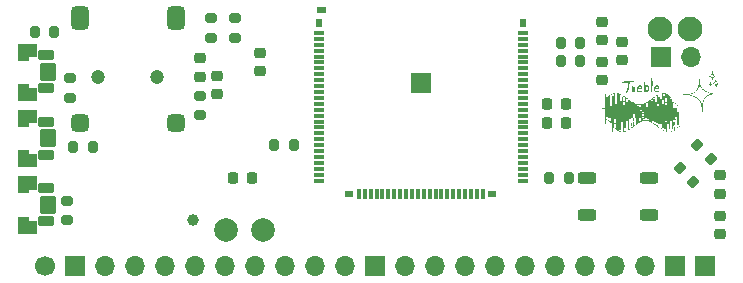
<source format=gbr>
%TF.GenerationSoftware,KiCad,Pcbnew,8.0.7*%
%TF.CreationDate,2024-12-31T00:41:56+01:00*%
%TF.ProjectId,BeDECT,42654445-4354-42e6-9b69-6361645f7063,rev?*%
%TF.SameCoordinates,Original*%
%TF.FileFunction,Soldermask,Top*%
%TF.FilePolarity,Negative*%
%FSLAX46Y46*%
G04 Gerber Fmt 4.6, Leading zero omitted, Abs format (unit mm)*
G04 Created by KiCad (PCBNEW 8.0.7) date 2024-12-31 00:41:56*
%MOMM*%
%LPD*%
G01*
G04 APERTURE LIST*
G04 Aperture macros list*
%AMRoundRect*
0 Rectangle with rounded corners*
0 $1 Rounding radius*
0 $2 $3 $4 $5 $6 $7 $8 $9 X,Y pos of 4 corners*
0 Add a 4 corners polygon primitive as box body*
4,1,4,$2,$3,$4,$5,$6,$7,$8,$9,$2,$3,0*
0 Add four circle primitives for the rounded corners*
1,1,$1+$1,$2,$3*
1,1,$1+$1,$4,$5*
1,1,$1+$1,$6,$7*
1,1,$1+$1,$8,$9*
0 Add four rect primitives between the rounded corners*
20,1,$1+$1,$2,$3,$4,$5,0*
20,1,$1+$1,$4,$5,$6,$7,0*
20,1,$1+$1,$6,$7,$8,$9,0*
20,1,$1+$1,$8,$9,$2,$3,0*%
G04 Aperture macros list end*
%ADD10C,0.000000*%
%ADD11C,0.010000*%
%ADD12C,1.000000*%
%ADD13RoundRect,0.200000X0.275000X-0.200000X0.275000X0.200000X-0.275000X0.200000X-0.275000X-0.200000X0*%
%ADD14RoundRect,0.200000X0.200000X0.275000X-0.200000X0.275000X-0.200000X-0.275000X0.200000X-0.275000X0*%
%ADD15RoundRect,0.200000X-0.275000X0.200000X-0.275000X-0.200000X0.275000X-0.200000X0.275000X0.200000X0*%
%ADD16C,0.600000*%
%ADD17RoundRect,0.102000X0.550000X0.350000X-0.550000X0.350000X-0.550000X-0.350000X0.550000X-0.350000X0*%
%ADD18RoundRect,0.102000X0.550000X0.700000X-0.550000X0.700000X-0.550000X-0.700000X0.550000X-0.700000X0*%
%ADD19RoundRect,0.250000X0.525000X0.250000X-0.525000X0.250000X-0.525000X-0.250000X0.525000X-0.250000X0*%
%ADD20RoundRect,0.225000X0.250000X-0.225000X0.250000X0.225000X-0.250000X0.225000X-0.250000X-0.225000X0*%
%ADD21R,1.700000X1.700000*%
%ADD22O,1.700000X1.700000*%
%ADD23RoundRect,0.225000X-0.225000X-0.250000X0.225000X-0.250000X0.225000X0.250000X-0.225000X0.250000X0*%
%ADD24C,2.100000*%
%ADD25RoundRect,0.200000X-0.335876X-0.053033X-0.053033X-0.335876X0.335876X0.053033X0.053033X0.335876X0*%
%ADD26C,2.000000*%
%ADD27RoundRect,0.200000X-0.200000X-0.275000X0.200000X-0.275000X0.200000X0.275000X-0.200000X0.275000X0*%
%ADD28C,1.200000*%
%ADD29RoundRect,0.375000X-0.375000X-0.375000X0.375000X-0.375000X0.375000X0.375000X-0.375000X0.375000X0*%
%ADD30RoundRect,0.375000X-0.375000X-0.625000X0.375000X-0.625000X0.375000X0.625000X-0.375000X0.625000X0*%
%ADD31R,0.550000X0.660000*%
%ADD32RoundRect,0.075000X-0.370000X-0.075000X0.370000X-0.075000X0.370000X0.075000X-0.370000X0.075000X0*%
%ADD33R,0.800000X0.550000*%
%ADD34RoundRect,0.075000X0.075000X-0.370000X0.075000X0.370000X-0.075000X0.370000X-0.075000X-0.370000X0*%
%ADD35RoundRect,0.218750X0.256250X-0.218750X0.256250X0.218750X-0.256250X0.218750X-0.256250X-0.218750X0*%
%ADD36C,1.700000*%
%ADD37RoundRect,0.225000X-0.250000X0.225000X-0.250000X-0.225000X0.250000X-0.225000X0.250000X0.225000X0*%
%ADD38RoundRect,0.225000X0.225000X0.250000X-0.225000X0.250000X-0.225000X-0.250000X0.225000X-0.250000X0*%
G04 APERTURE END LIST*
D10*
%TO.C,G\u002A\u002A\u002A*%
G36*
X174358640Y-80444783D02*
G01*
X174359706Y-80455063D01*
X174361805Y-80468988D01*
X174367027Y-80487787D01*
X174368859Y-80493093D01*
X174372278Y-80506450D01*
X174376853Y-80530098D01*
X174382236Y-80561915D01*
X174388078Y-80599782D01*
X174394029Y-80641578D01*
X174397189Y-80665219D01*
X174406921Y-80736603D01*
X174417726Y-80810317D01*
X174429205Y-80883952D01*
X174440960Y-80955097D01*
X174452589Y-81021343D01*
X174463694Y-81080281D01*
X174473876Y-81129501D01*
X174475058Y-81134826D01*
X174487686Y-81180418D01*
X174505340Y-81229347D01*
X174526335Y-81277749D01*
X174548984Y-81321761D01*
X174571603Y-81357517D01*
X174573027Y-81359457D01*
X174586083Y-81375316D01*
X174604419Y-81395286D01*
X174626297Y-81417727D01*
X174649982Y-81440997D01*
X174673737Y-81463455D01*
X174695825Y-81483459D01*
X174714512Y-81499370D01*
X174728059Y-81509545D01*
X174734731Y-81512343D01*
X174734768Y-81512322D01*
X174740264Y-81513573D01*
X174741050Y-81517426D01*
X174745655Y-81525872D01*
X174758156Y-81539451D01*
X174776582Y-81556607D01*
X174798962Y-81575782D01*
X174823327Y-81595420D01*
X174847705Y-81613964D01*
X174870126Y-81629856D01*
X174888619Y-81641539D01*
X174901214Y-81647458D01*
X174905467Y-81647335D01*
X174914927Y-81646432D01*
X174930858Y-81655648D01*
X174931049Y-81655791D01*
X174947610Y-81666451D01*
X174973327Y-81680831D01*
X175005839Y-81697790D01*
X175042784Y-81716184D01*
X175081799Y-81734872D01*
X175120523Y-81752712D01*
X175156593Y-81768562D01*
X175187647Y-81781279D01*
X175200538Y-81786099D01*
X175235381Y-81797994D01*
X175274350Y-81810449D01*
X175310786Y-81821357D01*
X175322443Y-81824622D01*
X175354008Y-81833330D01*
X175386592Y-81842482D01*
X175414638Y-81850512D01*
X175422468Y-81852802D01*
X175448280Y-81860378D01*
X175467714Y-81865851D01*
X175484488Y-81870093D01*
X175502319Y-81873975D01*
X175524923Y-81878367D01*
X175556017Y-81884141D01*
X175556876Y-81884299D01*
X175615483Y-81893062D01*
X175678614Y-81898926D01*
X175742203Y-81901718D01*
X175802185Y-81901264D01*
X175854492Y-81897393D01*
X175857186Y-81897063D01*
X175888280Y-81893631D01*
X175908448Y-81892638D01*
X175919022Y-81894066D01*
X175921341Y-81896150D01*
X175929353Y-81902433D01*
X175946175Y-81900076D01*
X175964067Y-81892828D01*
X175981804Y-81886356D01*
X175990297Y-81888209D01*
X175989655Y-81898418D01*
X175989326Y-81899302D01*
X175978561Y-81912541D01*
X175957114Y-81923531D01*
X175924706Y-81932315D01*
X175881056Y-81938936D01*
X175825886Y-81943438D01*
X175758914Y-81945864D01*
X175685032Y-81946290D01*
X175612067Y-81946580D01*
X175549347Y-81948646D01*
X175494689Y-81952910D01*
X175445907Y-81959799D01*
X175400818Y-81969735D01*
X175357237Y-81983144D01*
X175312980Y-82000450D01*
X175265863Y-82022077D01*
X175247013Y-82031387D01*
X175216786Y-82046262D01*
X175187256Y-82060301D01*
X175162040Y-82071811D01*
X175146277Y-82078510D01*
X175107032Y-82097368D01*
X175062889Y-82124370D01*
X175016434Y-82157648D01*
X174970258Y-82195332D01*
X174926948Y-82235553D01*
X174922345Y-82240180D01*
X174877239Y-82289169D01*
X174841139Y-82336355D01*
X174811739Y-82385262D01*
X174786736Y-82439413D01*
X174778914Y-82459411D01*
X174768342Y-82486791D01*
X174757814Y-82512894D01*
X174749171Y-82533184D01*
X174747176Y-82537555D01*
X174741506Y-82552543D01*
X174733789Y-82576898D01*
X174724788Y-82607804D01*
X174715264Y-82642446D01*
X174705977Y-82678007D01*
X174697689Y-82711671D01*
X174691162Y-82740621D01*
X174688190Y-82755770D01*
X174686972Y-82768241D01*
X174685680Y-82791372D01*
X174684378Y-82823323D01*
X174683131Y-82862251D01*
X174682005Y-82906314D01*
X174681063Y-82953672D01*
X174680923Y-82962071D01*
X174679215Y-83061057D01*
X174677472Y-83147878D01*
X174675681Y-83222871D01*
X174673827Y-83286375D01*
X174671898Y-83338728D01*
X174669880Y-83380267D01*
X174667759Y-83411330D01*
X174665523Y-83432256D01*
X174663158Y-83443382D01*
X174661702Y-83445484D01*
X174656296Y-83441466D01*
X174652887Y-83425380D01*
X174652242Y-83417860D01*
X174650239Y-83387764D01*
X174643980Y-83415350D01*
X174637721Y-83442935D01*
X174623926Y-83399721D01*
X174618600Y-83378836D01*
X174612407Y-83347458D01*
X174605674Y-83307540D01*
X174598729Y-83261036D01*
X174591897Y-83209898D01*
X174591075Y-83203344D01*
X174581889Y-83132513D01*
X174571935Y-83061128D01*
X174561516Y-82991046D01*
X174550935Y-82924126D01*
X174540495Y-82862223D01*
X174530498Y-82807196D01*
X174521249Y-82760901D01*
X174513118Y-82725464D01*
X174498420Y-82678762D01*
X174477264Y-82627363D01*
X174462018Y-82595782D01*
X174448473Y-82569789D01*
X174436585Y-82548880D01*
X174424512Y-82530688D01*
X174410415Y-82512848D01*
X174392453Y-82492992D01*
X174368787Y-82468754D01*
X174344340Y-82444450D01*
X174311863Y-82412359D01*
X174286433Y-82387360D01*
X174266195Y-82367763D01*
X174249296Y-82351880D01*
X174233879Y-82338023D01*
X174218091Y-82324502D01*
X174200078Y-82309628D01*
X174177984Y-82291713D01*
X174165976Y-82282014D01*
X174134537Y-82257468D01*
X174111876Y-82241708D01*
X174097925Y-82234690D01*
X174093404Y-82234863D01*
X174082999Y-82235775D01*
X174071456Y-82229094D01*
X174058579Y-82220807D01*
X174036560Y-82208407D01*
X174007621Y-82193001D01*
X173973981Y-82175698D01*
X173937861Y-82157606D01*
X173901479Y-82139832D01*
X173867057Y-82123486D01*
X173836813Y-82109674D01*
X173812968Y-82099506D01*
X173807843Y-82097502D01*
X173780643Y-82087799D01*
X173746526Y-82076536D01*
X173710650Y-82065382D01*
X173689063Y-82059048D01*
X173655036Y-82049267D01*
X173619631Y-82038943D01*
X173587896Y-82029554D01*
X173571471Y-82024606D01*
X173498308Y-82005319D01*
X173420604Y-81990252D01*
X173341626Y-81979763D01*
X173264638Y-81974214D01*
X173192906Y-81973962D01*
X173143847Y-81977543D01*
X173111032Y-81980696D01*
X173089946Y-81981278D01*
X173080081Y-81979292D01*
X173079248Y-81978237D01*
X173071328Y-81972318D01*
X173054660Y-81974718D01*
X173036664Y-81981987D01*
X173021968Y-81987681D01*
X173012505Y-81989000D01*
X173011504Y-81988508D01*
X173009703Y-81979371D01*
X173017991Y-81968126D01*
X173020694Y-81966280D01*
X173602909Y-81966280D01*
X173608729Y-81970827D01*
X173621609Y-81976897D01*
X173642730Y-81984973D01*
X173673268Y-81995534D01*
X173714403Y-82009065D01*
X173723206Y-82011911D01*
X173763710Y-82025281D01*
X173802663Y-82038683D01*
X173837580Y-82051222D01*
X173865977Y-82062001D01*
X173885368Y-82070124D01*
X173887715Y-82071237D01*
X173915008Y-82083855D01*
X173945934Y-82097101D01*
X173965859Y-82105043D01*
X173987156Y-82114483D01*
X174015294Y-82128829D01*
X174046648Y-82146149D01*
X174077593Y-82164512D01*
X174078268Y-82164929D01*
X174105576Y-82181351D01*
X174129796Y-82195031D01*
X174148615Y-82204726D01*
X174159721Y-82209192D01*
X174160889Y-82209349D01*
X174171098Y-82213561D01*
X174188455Y-82225260D01*
X174211316Y-82243048D01*
X174238037Y-82265522D01*
X174266972Y-82291283D01*
X174296478Y-82318928D01*
X174324911Y-82347058D01*
X174336008Y-82358544D01*
X174368627Y-82393711D01*
X174400832Y-82430055D01*
X174431235Y-82465865D01*
X174458446Y-82499430D01*
X174481078Y-82529041D01*
X174497742Y-82552985D01*
X174506784Y-82568937D01*
X174517698Y-82593819D01*
X174524002Y-82573501D01*
X174529405Y-82559840D01*
X174534283Y-82553284D01*
X174534756Y-82553184D01*
X174536931Y-82558995D01*
X174539291Y-82574688D01*
X174541507Y-82597651D01*
X174542831Y-82617262D01*
X174546051Y-82652445D01*
X174551649Y-82693146D01*
X174558663Y-82732832D01*
X174562367Y-82750107D01*
X174574371Y-82805954D01*
X174586752Y-82870701D01*
X174599067Y-82941425D01*
X174610871Y-83015202D01*
X174621720Y-83089106D01*
X174631168Y-83160214D01*
X174638772Y-83225602D01*
X174644087Y-83282344D01*
X174644865Y-83292818D01*
X174647341Y-83324442D01*
X174649424Y-83344036D01*
X174651068Y-83352066D01*
X174652230Y-83349000D01*
X174652862Y-83335305D01*
X174652921Y-83311449D01*
X174652361Y-83277899D01*
X174651136Y-83235123D01*
X174650960Y-83229913D01*
X174649303Y-83188107D01*
X174647273Y-83147115D01*
X174645047Y-83109901D01*
X174642800Y-83079431D01*
X174640823Y-83059559D01*
X174638550Y-83037324D01*
X174636492Y-83009597D01*
X174634737Y-82978848D01*
X174633372Y-82947547D01*
X174632484Y-82918163D01*
X174632160Y-82893168D01*
X174632488Y-82875030D01*
X174633554Y-82866220D01*
X174633986Y-82865761D01*
X174640320Y-82869465D01*
X174648348Y-82876107D01*
X174655878Y-82881984D01*
X174659070Y-82879627D01*
X174659774Y-82867062D01*
X174659780Y-82863935D01*
X174656757Y-82844977D01*
X174649086Y-82822460D01*
X174644151Y-82812022D01*
X174635926Y-82791303D01*
X174630403Y-82767090D01*
X174627795Y-82742664D01*
X174628313Y-82721305D01*
X174632168Y-82706294D01*
X174637015Y-82701300D01*
X174643098Y-82693601D01*
X174648328Y-82678109D01*
X174649719Y-82670936D01*
X174653287Y-82652358D01*
X174659143Y-82626366D01*
X174666222Y-82597595D01*
X174668834Y-82587567D01*
X174676454Y-82557937D01*
X174683642Y-82528503D01*
X174689156Y-82504392D01*
X174690343Y-82498747D01*
X174696539Y-82476836D01*
X174706962Y-82448671D01*
X174720151Y-82417438D01*
X174734643Y-82386328D01*
X174748976Y-82358527D01*
X174761687Y-82337226D01*
X174768568Y-82328178D01*
X174778594Y-82315631D01*
X174792575Y-82296020D01*
X174807965Y-82272959D01*
X174812662Y-82265613D01*
X174830320Y-82240097D01*
X174852548Y-82211624D01*
X174877792Y-82181814D01*
X174904498Y-82152284D01*
X174931112Y-82124653D01*
X174956079Y-82100539D01*
X174977846Y-82081562D01*
X174994859Y-82069339D01*
X175004863Y-82065450D01*
X175019674Y-82061421D01*
X175041402Y-82050407D01*
X175067651Y-82033767D01*
X175092125Y-82015910D01*
X175106264Y-82006991D01*
X175117676Y-82003058D01*
X175118045Y-82003049D01*
X175127743Y-82000486D01*
X175145338Y-81993673D01*
X175167528Y-81983918D01*
X175174631Y-81980594D01*
X175222680Y-81961962D01*
X175270616Y-81952261D01*
X175308035Y-81946466D01*
X175341312Y-81938894D01*
X175368509Y-81930197D01*
X175387691Y-81921027D01*
X175396922Y-81912037D01*
X175397462Y-81909502D01*
X175391870Y-81905952D01*
X175376736Y-81899827D01*
X175354516Y-81892055D01*
X175333383Y-81885305D01*
X175272603Y-81866452D01*
X175222942Y-81850668D01*
X175183480Y-81837639D01*
X175153300Y-81827050D01*
X175131483Y-81818587D01*
X175117111Y-81811935D01*
X175114020Y-81810189D01*
X175097668Y-81802026D01*
X175074614Y-81792530D01*
X175052477Y-81784646D01*
X175031846Y-81776393D01*
X175003846Y-81763088D01*
X174971683Y-81746355D01*
X174938558Y-81727819D01*
X174927584Y-81721357D01*
X174898181Y-81704175D01*
X174871978Y-81689570D01*
X174851090Y-81678669D01*
X174837629Y-81672595D01*
X174834244Y-81671717D01*
X174822608Y-81667230D01*
X174803931Y-81654557D01*
X174779452Y-81634882D01*
X174750409Y-81609389D01*
X174718041Y-81579262D01*
X174683587Y-81545684D01*
X174648285Y-81509839D01*
X174613373Y-81472912D01*
X174580090Y-81436085D01*
X174549674Y-81400543D01*
X174546464Y-81396649D01*
X174530641Y-81377626D01*
X174517668Y-81362487D01*
X174509702Y-81353732D01*
X174508539Y-81352670D01*
X174503631Y-81345471D01*
X174495914Y-81330565D01*
X174490237Y-81318286D01*
X174476496Y-81287247D01*
X174469676Y-81307116D01*
X174462973Y-81324145D01*
X174458230Y-81329805D01*
X174455212Y-81323801D01*
X174453682Y-81305836D01*
X174453371Y-81286726D01*
X174451943Y-81255029D01*
X174448320Y-81220810D01*
X174443676Y-81193474D01*
X174426745Y-81114543D01*
X174412124Y-81042469D01*
X174398803Y-80972055D01*
X174385778Y-80898105D01*
X174381285Y-80871520D01*
X174375188Y-80835786D01*
X174370047Y-80806980D01*
X174366099Y-80786318D01*
X174363583Y-80775016D01*
X174362735Y-80774290D01*
X174362962Y-80777747D01*
X174365005Y-80804274D01*
X174367258Y-80840445D01*
X174369595Y-80883403D01*
X174371884Y-80930294D01*
X174373998Y-80978263D01*
X174375807Y-81024454D01*
X174377183Y-81066012D01*
X174377995Y-81100081D01*
X174378151Y-81113767D01*
X174377851Y-81144832D01*
X174376478Y-81164883D01*
X174373861Y-81175377D01*
X174370646Y-81177874D01*
X174365967Y-81183890D01*
X174359472Y-81201279D01*
X174351466Y-81229091D01*
X174342252Y-81266379D01*
X174342117Y-81266958D01*
X174333826Y-81302090D01*
X174325607Y-81336021D01*
X174318295Y-81365368D01*
X174312722Y-81386743D01*
X174311712Y-81390398D01*
X174305163Y-81410101D01*
X174295506Y-81434821D01*
X174283870Y-81462136D01*
X174271385Y-81489622D01*
X174259181Y-81514857D01*
X174248388Y-81535418D01*
X174240134Y-81548882D01*
X174235923Y-81552938D01*
X174230322Y-81557892D01*
X174219832Y-81571273D01*
X174206112Y-81590855D01*
X174195105Y-81607639D01*
X174177632Y-81632721D01*
X174155538Y-81661013D01*
X174130336Y-81690925D01*
X174103542Y-81720867D01*
X174076669Y-81749248D01*
X174051232Y-81774477D01*
X174028743Y-81794963D01*
X174010718Y-81809116D01*
X173998670Y-81815345D01*
X173997254Y-81815502D01*
X173982761Y-81818883D01*
X173964575Y-81827355D01*
X173958381Y-81831131D01*
X173936803Y-81845314D01*
X173914334Y-81860081D01*
X173910822Y-81862389D01*
X173895031Y-81871847D01*
X173883044Y-81877403D01*
X173880214Y-81878018D01*
X173871730Y-81880557D01*
X173855123Y-81887314D01*
X173833491Y-81897004D01*
X173825860Y-81900587D01*
X173781162Y-81918262D01*
X173737115Y-81927725D01*
X173731320Y-81928428D01*
X173697699Y-81933264D01*
X173665354Y-81939803D01*
X173637027Y-81947311D01*
X173615459Y-81955055D01*
X173603392Y-81962301D01*
X173602971Y-81962774D01*
X173602909Y-81966280D01*
X173020694Y-81966280D01*
X173034643Y-81956755D01*
X173042373Y-81953005D01*
X173071536Y-81943375D01*
X173110207Y-81936233D01*
X173159019Y-81931527D01*
X173218605Y-81929203D01*
X173289599Y-81929210D01*
X173321726Y-81929864D01*
X173403206Y-81930467D01*
X173474534Y-81927641D01*
X173537669Y-81921052D01*
X173594572Y-81910370D01*
X173647204Y-81895262D01*
X173697524Y-81875397D01*
X173726911Y-81861317D01*
X173758561Y-81845627D01*
X173795238Y-81828062D01*
X173830488Y-81811700D01*
X173840829Y-81807034D01*
X173924500Y-81763948D01*
X174000669Y-81713144D01*
X174068433Y-81655495D01*
X174126890Y-81591872D01*
X174175139Y-81523146D01*
X174212277Y-81450190D01*
X174213738Y-81446662D01*
X174224977Y-81419675D01*
X174238373Y-81388131D01*
X174250902Y-81359140D01*
X174260354Y-81335052D01*
X174271501Y-81302801D01*
X174283037Y-81266359D01*
X174293659Y-81229700D01*
X174295011Y-81224732D01*
X174303407Y-81193097D01*
X174309567Y-81167658D01*
X174313870Y-81145349D01*
X174316695Y-81123102D01*
X174318423Y-81097851D01*
X174319432Y-81066527D01*
X174320104Y-81026063D01*
X174320165Y-81021557D01*
X174321059Y-80975547D01*
X174322540Y-80921978D01*
X174324448Y-80865771D01*
X174326618Y-80811848D01*
X174328210Y-80778035D01*
X174330346Y-80730286D01*
X174332186Y-80678345D01*
X174333606Y-80626628D01*
X174334479Y-80579552D01*
X174334700Y-80549057D01*
X174334964Y-80508467D01*
X174335835Y-80478860D01*
X174337430Y-80458728D01*
X174339866Y-80446560D01*
X174343090Y-80440984D01*
X174352948Y-80437214D01*
X174358640Y-80444783D01*
G37*
G36*
X175805934Y-80577287D02*
G01*
X175808100Y-80593182D01*
X175810214Y-80616693D01*
X175811986Y-80644902D01*
X175819633Y-80718564D01*
X175835446Y-80794020D01*
X175860070Y-80874249D01*
X175863534Y-80884023D01*
X175878042Y-80922272D01*
X175891082Y-80951158D01*
X175904156Y-80973461D01*
X175918768Y-80991962D01*
X175925981Y-80999524D01*
X175948041Y-81021585D01*
X175973127Y-81008787D01*
X175983735Y-81003545D01*
X175989182Y-81001882D01*
X175988839Y-81005036D01*
X175982071Y-81014241D01*
X175968248Y-81030733D01*
X175952578Y-81048968D01*
X175920658Y-81088368D01*
X175895305Y-81125749D01*
X175874833Y-81164457D01*
X175857550Y-81207837D01*
X175841769Y-81259234D01*
X175836534Y-81278787D01*
X175827962Y-81310111D01*
X175819943Y-81336499D01*
X175813170Y-81355874D01*
X175808340Y-81366161D01*
X175806931Y-81367265D01*
X175800163Y-81371378D01*
X175791886Y-81383091D01*
X175790910Y-81384916D01*
X175786912Y-81392131D01*
X175783871Y-81394827D01*
X175781298Y-81391500D01*
X175778705Y-81380643D01*
X175775605Y-81360751D01*
X175771510Y-81330318D01*
X175770352Y-81321488D01*
X175765077Y-81286142D01*
X175758715Y-81250996D01*
X175752072Y-81220146D01*
X175747097Y-81201839D01*
X175795352Y-81201839D01*
X175796239Y-81209191D01*
X175800412Y-81221047D01*
X175806019Y-81223894D01*
X175809783Y-81216918D01*
X175810063Y-81212626D01*
X175805680Y-81201719D01*
X175801791Y-81197517D01*
X175796338Y-81194986D01*
X175795352Y-81201839D01*
X175747097Y-81201839D01*
X175746033Y-81197923D01*
X175734416Y-81168034D01*
X175720478Y-81140519D01*
X175705810Y-81117902D01*
X175692003Y-81102705D01*
X175682729Y-81097598D01*
X175674795Y-81098299D01*
X175675017Y-81101794D01*
X175675215Y-81109679D01*
X175666638Y-81113598D01*
X175653293Y-81112052D01*
X175644594Y-81106641D01*
X175641932Y-81095484D01*
X175642409Y-81085670D01*
X175642802Y-81071760D01*
X175638773Y-81063698D01*
X175627343Y-81057786D01*
X175617042Y-81054185D01*
X175598690Y-81048917D01*
X175585628Y-81048689D01*
X175571653Y-81053625D01*
X175568381Y-81055158D01*
X175545736Y-81064441D01*
X175532916Y-81066049D01*
X175529924Y-81060037D01*
X175536761Y-81046464D01*
X175553427Y-81025387D01*
X175560360Y-81017728D01*
X175622944Y-81017728D01*
X175629333Y-81021612D01*
X175644157Y-81029811D01*
X175664762Y-81040868D01*
X175675584Y-81046582D01*
X175715482Y-81071489D01*
X175751073Y-81101251D01*
X175779866Y-81133417D01*
X175799369Y-81165536D01*
X175801397Y-81170345D01*
X175812002Y-81197228D01*
X175834966Y-81148465D01*
X175860557Y-81103550D01*
X175889932Y-81069103D01*
X175921934Y-81038505D01*
X175892084Y-81011668D01*
X175864689Y-80980924D01*
X175839704Y-80939894D01*
X175816855Y-80887989D01*
X175795870Y-80824625D01*
X175783282Y-80777747D01*
X175774731Y-80743364D01*
X175766519Y-80768370D01*
X175758546Y-80788807D01*
X175745970Y-80816754D01*
X175730450Y-80848901D01*
X175713649Y-80881939D01*
X175697229Y-80912558D01*
X175682851Y-80937449D01*
X175677064Y-80946539D01*
X175661943Y-80967475D01*
X175645569Y-80987791D01*
X175639230Y-80994894D01*
X175628379Y-81007559D01*
X175622979Y-81016103D01*
X175622944Y-81017728D01*
X175560360Y-81017728D01*
X175567173Y-81010202D01*
X175589325Y-80985453D01*
X175609210Y-80960545D01*
X175628094Y-80933458D01*
X175647239Y-80902174D01*
X175667909Y-80864673D01*
X175691369Y-80818937D01*
X175708125Y-80785036D01*
X175729700Y-80739947D01*
X175745710Y-80704035D01*
X175756821Y-80675634D01*
X175763696Y-80653082D01*
X175766486Y-80638917D01*
X175772378Y-80613948D01*
X175781689Y-80592385D01*
X175792754Y-80577220D01*
X175803912Y-80571447D01*
X175803981Y-80571446D01*
X175805934Y-80577287D01*
G37*
G36*
X175322941Y-80906061D02*
G01*
X175331768Y-80911841D01*
X175330774Y-80922886D01*
X175330519Y-80923600D01*
X175327454Y-80938219D01*
X175325729Y-80958533D01*
X175325588Y-80965805D01*
X175328104Y-80986927D01*
X175336508Y-81007107D01*
X175352133Y-81028256D01*
X175376311Y-81052283D01*
X175400278Y-81072860D01*
X175418726Y-81088477D01*
X175432806Y-81101144D01*
X175440214Y-81108761D01*
X175440802Y-81109811D01*
X175436314Y-81115215D01*
X175424444Y-81124557D01*
X175416658Y-81129925D01*
X175379440Y-81160498D01*
X175351330Y-81196233D01*
X175333675Y-81235189D01*
X175329098Y-81255908D01*
X175323941Y-81272840D01*
X175315635Y-81282857D01*
X175306538Y-81284013D01*
X175301206Y-81278910D01*
X175298198Y-81270226D01*
X175293690Y-81252877D01*
X175288610Y-81230463D01*
X175288155Y-81228309D01*
X175279521Y-81192616D01*
X175270783Y-81168319D01*
X175261332Y-81154319D01*
X175250557Y-81149520D01*
X175244784Y-81150150D01*
X175232728Y-81151245D01*
X175227065Y-81146085D01*
X175227801Y-81133486D01*
X175232258Y-81120236D01*
X175283393Y-81120236D01*
X175286829Y-81126768D01*
X175287710Y-81127543D01*
X175296020Y-81138117D01*
X175303774Y-81153047D01*
X175310924Y-81165767D01*
X175317873Y-81171813D01*
X175322085Y-81169395D01*
X175322443Y-81166223D01*
X175326287Y-81159031D01*
X175336283Y-81145729D01*
X175347981Y-81131839D01*
X175360156Y-81116903D01*
X175366837Y-81106430D01*
X175366753Y-81102827D01*
X175358646Y-81098917D01*
X175345075Y-81088875D01*
X175334799Y-81080070D01*
X175320691Y-81067958D01*
X175310891Y-81060736D01*
X175308087Y-81059752D01*
X175304794Y-81066344D01*
X175298029Y-81080550D01*
X175292947Y-81091389D01*
X175285271Y-81109554D01*
X175283393Y-81120236D01*
X175232258Y-81120236D01*
X175234939Y-81112267D01*
X175245042Y-81088778D01*
X175259382Y-81053451D01*
X175268028Y-81021742D01*
X175272732Y-80987224D01*
X175272737Y-80987174D01*
X175275365Y-80962099D01*
X175278387Y-80940912D01*
X175281232Y-80927501D01*
X175281748Y-80926047D01*
X175293470Y-80911861D01*
X175310718Y-80905056D01*
X175322941Y-80906061D01*
G37*
G36*
X175506021Y-79963776D02*
G01*
X175505091Y-79980006D01*
X175504113Y-80001976D01*
X175505852Y-80012235D01*
X175508709Y-80012725D01*
X175513567Y-80010935D01*
X175517454Y-80013647D01*
X175521006Y-80022688D01*
X175524860Y-80039881D01*
X175529652Y-80067051D01*
X175531456Y-80077962D01*
X175552580Y-80169770D01*
X175585153Y-80256759D01*
X175622132Y-80327650D01*
X175639634Y-80355685D01*
X175653870Y-80374109D01*
X175666882Y-80384633D01*
X175680709Y-80388966D01*
X175695359Y-80389003D01*
X175712093Y-80389135D01*
X175724026Y-80394744D01*
X175736608Y-80408203D01*
X175747442Y-80425090D01*
X175753401Y-80441263D01*
X175753799Y-80445118D01*
X175753008Y-80455970D01*
X175748578Y-80455785D01*
X175742367Y-80450510D01*
X175725663Y-80441096D01*
X175710430Y-80443778D01*
X175703249Y-80450190D01*
X175692403Y-80456941D01*
X175674354Y-80457407D01*
X175670668Y-80456961D01*
X175654983Y-80456105D01*
X175642480Y-80459886D01*
X175628288Y-80470221D01*
X175621284Y-80476405D01*
X175585619Y-80515331D01*
X175553635Y-80563061D01*
X175526781Y-80616360D01*
X175506509Y-80671993D01*
X175494271Y-80726728D01*
X175491235Y-80766244D01*
X175490664Y-80787063D01*
X175488389Y-80798184D01*
X175483565Y-80802382D01*
X175480121Y-80802753D01*
X175467816Y-80798285D01*
X175458241Y-80790179D01*
X175452800Y-80780973D01*
X175449460Y-80767028D01*
X175447801Y-80745623D01*
X175447400Y-80719849D01*
X175442729Y-80655297D01*
X175428577Y-80598143D01*
X175404466Y-80547114D01*
X175369920Y-80500933D01*
X175362678Y-80493163D01*
X175337656Y-80470056D01*
X175315961Y-80457233D01*
X175295348Y-80453788D01*
X175275732Y-80458004D01*
X175250543Y-80463971D01*
X175226964Y-80464183D01*
X175209915Y-80458704D01*
X175204371Y-80452947D01*
X175208358Y-80446409D01*
X175213041Y-80442467D01*
X175226467Y-80433730D01*
X175243967Y-80424366D01*
X175331685Y-80424366D01*
X175335461Y-80428761D01*
X175337915Y-80430265D01*
X175367810Y-80452315D01*
X175397998Y-80483177D01*
X175425894Y-80519494D01*
X175448914Y-80557910D01*
X175464217Y-80594254D01*
X175471670Y-80614289D01*
X175478254Y-80625673D01*
X175483009Y-80627344D01*
X175484975Y-80618240D01*
X175484983Y-80617227D01*
X175488605Y-80600748D01*
X175498421Y-80577233D01*
X175512854Y-80549442D01*
X175530330Y-80520133D01*
X175549272Y-80492067D01*
X175568105Y-80468004D01*
X175573806Y-80461648D01*
X175612335Y-80420461D01*
X175601616Y-80403744D01*
X175566912Y-80340148D01*
X175539021Y-80269561D01*
X175519445Y-80196310D01*
X175511224Y-80143216D01*
X175506072Y-80093204D01*
X175498444Y-80121336D01*
X175470897Y-80202163D01*
X175433575Y-80279325D01*
X175387975Y-80350000D01*
X175356554Y-80388924D01*
X175341176Y-80406789D01*
X175333238Y-80417822D01*
X175331685Y-80424366D01*
X175243967Y-80424366D01*
X175245268Y-80423670D01*
X175252469Y-80420255D01*
X175271481Y-80408435D01*
X175292373Y-80389022D01*
X175315954Y-80361058D01*
X175343036Y-80323582D01*
X175373757Y-80276698D01*
X175394576Y-80240946D01*
X175414797Y-80200034D01*
X175435184Y-80152172D01*
X175456500Y-80095571D01*
X175478768Y-80030688D01*
X175487831Y-80003365D01*
X175495793Y-79979464D01*
X175501603Y-79962132D01*
X175503801Y-79955670D01*
X175505595Y-79954517D01*
X175506021Y-79963776D01*
G37*
G36*
X171791876Y-82055835D02*
G01*
X171785623Y-82062088D01*
X171779369Y-82055835D01*
X171785623Y-82049582D01*
X171791876Y-82055835D01*
G37*
G36*
X168190103Y-82268439D02*
G01*
X168183850Y-82274692D01*
X168177597Y-82268439D01*
X168183850Y-82262186D01*
X168190103Y-82268439D01*
G37*
G36*
X170578779Y-82218415D02*
G01*
X170572526Y-82224668D01*
X170566272Y-82218415D01*
X170572526Y-82212162D01*
X170578779Y-82218415D01*
G37*
G36*
X166639340Y-82205909D02*
G01*
X166633087Y-82212162D01*
X166626834Y-82205909D01*
X166633087Y-82199656D01*
X166639340Y-82205909D01*
G37*
G36*
X169278139Y-83193895D02*
G01*
X169271885Y-83200148D01*
X169265632Y-83193895D01*
X169271885Y-83187642D01*
X169278139Y-83193895D01*
G37*
G36*
X170553766Y-83181389D02*
G01*
X170547513Y-83187642D01*
X170541260Y-83181389D01*
X170547513Y-83175136D01*
X170553766Y-83181389D01*
G37*
G36*
X169428212Y-83193895D02*
G01*
X169421959Y-83200148D01*
X169415706Y-83193895D01*
X169421959Y-83187642D01*
X169428212Y-83193895D01*
G37*
G36*
X168877942Y-83469030D02*
G01*
X168871689Y-83475283D01*
X168865435Y-83469030D01*
X168871689Y-83462777D01*
X168877942Y-83469030D01*
G37*
G36*
X168640325Y-83581586D02*
G01*
X168634072Y-83587839D01*
X168627819Y-83581586D01*
X168634072Y-83575333D01*
X168640325Y-83581586D01*
G37*
G36*
X171929443Y-83193895D02*
G01*
X171923190Y-83200148D01*
X171916937Y-83193895D01*
X171923190Y-83187642D01*
X171929443Y-83193895D01*
G37*
G36*
X168827917Y-83569079D02*
G01*
X168821664Y-83575333D01*
X168815411Y-83569079D01*
X168821664Y-83562826D01*
X168827917Y-83569079D01*
G37*
G36*
X167127080Y-83193895D02*
G01*
X167120827Y-83200148D01*
X167114574Y-83193895D01*
X167120827Y-83187642D01*
X167127080Y-83193895D01*
G37*
G36*
X166726883Y-83193895D02*
G01*
X166720630Y-83200148D01*
X166714377Y-83193895D01*
X166720630Y-83187642D01*
X166726883Y-83193895D01*
G37*
G36*
X169374902Y-83997415D02*
G01*
X169376753Y-84052331D01*
X169375872Y-84110993D01*
X169374902Y-84128730D01*
X169373105Y-84143889D01*
X169371638Y-84136242D01*
X169370655Y-84107996D01*
X169370308Y-84063073D01*
X169370676Y-84016974D01*
X169371678Y-83989339D01*
X169373157Y-83982373D01*
X169374902Y-83997415D01*
G37*
G36*
X166964500Y-84294436D02*
G01*
X166958247Y-84300690D01*
X166951994Y-84294436D01*
X166958247Y-84288183D01*
X166964500Y-84294436D01*
G37*
G36*
X167427228Y-84356967D02*
G01*
X167420975Y-84363220D01*
X167414722Y-84356967D01*
X167420975Y-84350714D01*
X167427228Y-84356967D01*
G37*
G36*
X168676315Y-83978360D02*
G01*
X168675901Y-84008259D01*
X168673881Y-84058498D01*
X168670498Y-84124472D01*
X168665993Y-84201575D01*
X168660611Y-84285204D01*
X168658505Y-84316026D01*
X168650848Y-84422242D01*
X168643563Y-84515510D01*
X168636829Y-84594113D01*
X168630825Y-84656337D01*
X168625730Y-84700464D01*
X168621723Y-84724778D01*
X168618984Y-84727563D01*
X168617692Y-84707140D01*
X168618457Y-84682023D01*
X168621006Y-84635624D01*
X168625093Y-84571589D01*
X168630473Y-84493565D01*
X168636901Y-84405199D01*
X168644133Y-84310138D01*
X168645846Y-84288183D01*
X168653071Y-84198540D01*
X168659736Y-84120555D01*
X168665599Y-84056672D01*
X168670420Y-84009340D01*
X168673959Y-83981002D01*
X168675975Y-83974107D01*
X168676315Y-83978360D01*
G37*
G36*
X171229099Y-84757164D02*
G01*
X171222846Y-84763417D01*
X171216593Y-84757164D01*
X171222846Y-84750911D01*
X171229099Y-84757164D01*
G37*
G36*
X167377203Y-84807189D02*
G01*
X167370950Y-84813442D01*
X167364697Y-84807189D01*
X167370950Y-84800936D01*
X167377203Y-84807189D01*
G37*
G36*
X172387270Y-83887986D02*
G01*
X172384258Y-83909134D01*
X172379484Y-83951207D01*
X172373356Y-84010213D01*
X172366283Y-84082159D01*
X172358673Y-84163053D01*
X172354677Y-84206893D01*
X172340335Y-84362411D01*
X172326663Y-84503501D01*
X172313828Y-84628726D01*
X172301996Y-84736647D01*
X172291333Y-84825824D01*
X172282007Y-84894820D01*
X172274183Y-84942196D01*
X172268028Y-84966512D01*
X172266493Y-84969134D01*
X172261408Y-84962840D01*
X172258058Y-84933202D01*
X172256553Y-84881835D01*
X172256762Y-84825323D01*
X172257821Y-84764820D01*
X172259089Y-84728031D01*
X172260730Y-84713655D01*
X172262907Y-84720394D01*
X172265785Y-84746949D01*
X172266142Y-84750911D01*
X172273363Y-84832201D01*
X172282022Y-84775923D01*
X172285288Y-84750053D01*
X172290545Y-84702691D01*
X172297444Y-84637250D01*
X172305635Y-84557141D01*
X172314766Y-84465775D01*
X172324488Y-84366563D01*
X172330842Y-84300690D01*
X172340725Y-84200674D01*
X172350402Y-84108473D01*
X172359516Y-84027078D01*
X172367708Y-83959480D01*
X172374621Y-83908668D01*
X172379898Y-83877635D01*
X172382472Y-83869227D01*
X172389151Y-83868712D01*
X172387270Y-83887986D01*
G37*
G36*
X170867972Y-81184749D02*
G01*
X170924599Y-81227005D01*
X170933124Y-81236026D01*
X170972018Y-81293280D01*
X170987561Y-81350649D01*
X170980193Y-81404957D01*
X170950353Y-81453026D01*
X170898483Y-81491676D01*
X170897686Y-81492092D01*
X170866263Y-81505481D01*
X170830485Y-81513498D01*
X170782992Y-81517295D01*
X170732001Y-81518070D01*
X170677678Y-81518456D01*
X170643656Y-81520303D01*
X170625228Y-81524643D01*
X170617687Y-81532506D01*
X170616319Y-81543426D01*
X170627693Y-81582738D01*
X170658435Y-81620174D01*
X170693974Y-81644497D01*
X170718983Y-81654021D01*
X170752296Y-81659447D01*
X170799463Y-81661279D01*
X170864978Y-81660058D01*
X170924862Y-81658550D01*
X170964125Y-81659140D01*
X170987109Y-81662319D01*
X170998152Y-81668578D01*
X171001191Y-81675489D01*
X170996586Y-81698736D01*
X170980624Y-81725514D01*
X170967310Y-81739522D01*
X170950965Y-81748610D01*
X170925984Y-81754048D01*
X170886762Y-81757105D01*
X170833152Y-81758909D01*
X170771650Y-81759618D01*
X170728170Y-81757347D01*
X170695810Y-81751215D01*
X170667666Y-81740343D01*
X170660781Y-81736935D01*
X170596600Y-81697932D01*
X170553282Y-81654766D01*
X170528051Y-81602418D01*
X170518134Y-81535871D01*
X170518722Y-81479955D01*
X170522801Y-81424873D01*
X170524492Y-81415440D01*
X170628803Y-81415440D01*
X170639973Y-81420916D01*
X170669028Y-81422320D01*
X170709284Y-81420274D01*
X170754058Y-81415401D01*
X170796666Y-81408324D01*
X170830426Y-81399664D01*
X170840274Y-81395745D01*
X170869174Y-81371600D01*
X170875427Y-81339928D01*
X170858776Y-81304353D01*
X170847667Y-81291828D01*
X170819429Y-81269436D01*
X170791606Y-81264396D01*
X170776114Y-81266624D01*
X170742234Y-81277077D01*
X170718580Y-81289907D01*
X170698389Y-81310703D01*
X170673978Y-81341282D01*
X170650707Y-81374147D01*
X170633940Y-81401799D01*
X170628803Y-81415440D01*
X170524492Y-81415440D01*
X170529875Y-81385421D01*
X170542597Y-81352215D01*
X170563618Y-81315876D01*
X170566289Y-81311693D01*
X170620675Y-81242945D01*
X170680564Y-81195355D01*
X170743427Y-81169445D01*
X170806739Y-81165736D01*
X170867972Y-81184749D01*
G37*
G36*
X170350186Y-80529287D02*
G01*
X170367800Y-80548182D01*
X170382600Y-80584300D01*
X170396781Y-80641430D01*
X170397397Y-80644351D01*
X170414715Y-80752928D01*
X170423928Y-80876463D01*
X170425147Y-81017858D01*
X170418481Y-81180015D01*
X170418072Y-81186657D01*
X170412814Y-81273395D01*
X170407453Y-81365868D01*
X170402489Y-81455212D01*
X170398420Y-81532563D01*
X170396978Y-81561842D01*
X170393628Y-81623604D01*
X170389954Y-81677592D01*
X170386390Y-81718150D01*
X170383373Y-81739626D01*
X170383257Y-81740054D01*
X170368262Y-81758721D01*
X170343668Y-81759000D01*
X170315916Y-81741697D01*
X170305627Y-81730356D01*
X170286641Y-81697667D01*
X170272627Y-81652805D01*
X170263381Y-81593433D01*
X170258702Y-81517216D01*
X170258388Y-81421816D01*
X170262236Y-81304896D01*
X170264637Y-81256421D01*
X170269185Y-81159348D01*
X170273115Y-81053573D01*
X170276169Y-80947853D01*
X170278089Y-80850947D01*
X170278635Y-80782511D01*
X170279298Y-80694128D01*
X170281658Y-80627804D01*
X170286271Y-80580612D01*
X170293688Y-80549623D01*
X170304465Y-80531911D01*
X170319155Y-80524549D01*
X170327564Y-80523831D01*
X170350186Y-80529287D01*
G37*
G36*
X169429764Y-81197255D02*
G01*
X169486391Y-81239512D01*
X169494916Y-81248532D01*
X169533810Y-81305786D01*
X169549353Y-81363155D01*
X169541985Y-81417463D01*
X169512146Y-81465532D01*
X169460275Y-81504183D01*
X169459478Y-81504599D01*
X169428056Y-81517988D01*
X169392277Y-81526004D01*
X169344784Y-81529801D01*
X169293794Y-81530576D01*
X169239470Y-81530963D01*
X169205448Y-81532810D01*
X169187020Y-81537149D01*
X169179480Y-81545012D01*
X169178112Y-81555932D01*
X169189485Y-81595244D01*
X169220228Y-81632680D01*
X169255766Y-81657003D01*
X169280775Y-81666527D01*
X169314088Y-81671953D01*
X169361255Y-81673785D01*
X169426771Y-81672564D01*
X169486654Y-81671056D01*
X169525918Y-81671646D01*
X169548901Y-81674825D01*
X169559944Y-81681084D01*
X169562983Y-81687996D01*
X169558379Y-81711242D01*
X169542416Y-81738020D01*
X169529102Y-81752028D01*
X169512757Y-81761116D01*
X169487776Y-81766554D01*
X169448554Y-81769611D01*
X169394944Y-81771415D01*
X169333442Y-81772124D01*
X169289963Y-81769853D01*
X169257602Y-81763721D01*
X169229458Y-81752849D01*
X169222573Y-81749441D01*
X169158393Y-81710438D01*
X169115074Y-81667272D01*
X169089843Y-81614924D01*
X169079927Y-81548377D01*
X169080514Y-81492461D01*
X169084593Y-81437379D01*
X169086285Y-81427946D01*
X169190595Y-81427946D01*
X169201766Y-81433422D01*
X169230820Y-81434826D01*
X169271076Y-81432780D01*
X169315850Y-81427908D01*
X169358458Y-81420830D01*
X169392218Y-81412170D01*
X169402066Y-81408252D01*
X169430966Y-81384106D01*
X169437219Y-81352434D01*
X169420568Y-81316859D01*
X169409459Y-81304334D01*
X169381221Y-81281942D01*
X169353398Y-81276902D01*
X169337906Y-81279130D01*
X169304026Y-81289583D01*
X169280372Y-81302413D01*
X169260182Y-81323209D01*
X169235770Y-81353788D01*
X169212500Y-81386653D01*
X169195732Y-81414306D01*
X169190595Y-81427946D01*
X169086285Y-81427946D01*
X169091668Y-81397927D01*
X169104389Y-81364721D01*
X169125411Y-81328382D01*
X169128081Y-81324199D01*
X169182468Y-81255451D01*
X169242356Y-81207861D01*
X169305219Y-81181951D01*
X169368531Y-81178242D01*
X169429764Y-81197255D01*
G37*
G36*
X169724407Y-80845710D02*
G01*
X169741507Y-80864615D01*
X169758292Y-80902088D01*
X169776242Y-80960377D01*
X169791165Y-81018305D01*
X169802615Y-81067072D01*
X169811231Y-81107814D01*
X169815524Y-81133361D01*
X169815748Y-81136632D01*
X169821287Y-81147772D01*
X169841166Y-81152133D01*
X169878893Y-81151027D01*
X169937954Y-81150130D01*
X169982433Y-81158977D01*
X170021798Y-81180423D01*
X170049001Y-81202363D01*
X170099094Y-81262418D01*
X170130375Y-81336009D01*
X170141895Y-81419162D01*
X170132702Y-81507903D01*
X170127273Y-81529719D01*
X170104762Y-81577225D01*
X170065874Y-81625641D01*
X170015189Y-81672057D01*
X169957290Y-81713566D01*
X169896760Y-81747260D01*
X169838178Y-81770231D01*
X169786129Y-81779571D01*
X169745193Y-81772372D01*
X169745052Y-81772303D01*
X169731933Y-81763278D01*
X169723204Y-81748101D01*
X169717453Y-81721471D01*
X169713268Y-81678083D01*
X169711541Y-81651554D01*
X169812647Y-81651554D01*
X169864863Y-81624915D01*
X169906940Y-81599433D01*
X169951113Y-81566795D01*
X169965907Y-81554164D01*
X170000017Y-81517395D01*
X170017822Y-81479906D01*
X170022900Y-81455595D01*
X170023819Y-81390116D01*
X170007436Y-81334784D01*
X169976253Y-81293146D01*
X169932771Y-81268750D01*
X169888015Y-81264221D01*
X169839963Y-81267947D01*
X169835654Y-81424274D01*
X169833245Y-81487723D01*
X169829870Y-81545017D01*
X169825975Y-81589879D01*
X169822008Y-81616030D01*
X169821996Y-81616078D01*
X169812647Y-81651554D01*
X169711541Y-81651554D01*
X169711102Y-81644820D01*
X169708069Y-81597492D01*
X169703544Y-81530918D01*
X169697927Y-81450792D01*
X169691619Y-81362810D01*
X169685019Y-81272666D01*
X169683277Y-81249188D01*
X169675409Y-81142785D01*
X169669443Y-81058547D01*
X169665380Y-80993698D01*
X169663219Y-80945464D01*
X169662961Y-80911069D01*
X169664607Y-80887738D01*
X169668157Y-80872695D01*
X169673611Y-80863166D01*
X169680970Y-80856376D01*
X169683339Y-80854611D01*
X169705512Y-80843125D01*
X169724407Y-80845710D01*
G37*
G36*
X168754356Y-81220474D02*
G01*
X168757700Y-81222986D01*
X168774520Y-81248885D01*
X168777885Y-81266352D01*
X168780276Y-81281900D01*
X168791620Y-81289031D01*
X168818156Y-81289927D01*
X168841382Y-81288561D01*
X168883653Y-81287967D01*
X168911658Y-81295244D01*
X168935186Y-81312626D01*
X168952899Y-81333462D01*
X168962095Y-81358852D01*
X168965306Y-81397432D01*
X168965485Y-81415884D01*
X168964263Y-81459236D01*
X168957959Y-81487602D01*
X168942618Y-81510981D01*
X168918049Y-81535802D01*
X168870614Y-81580926D01*
X168905842Y-81610101D01*
X168941871Y-81647865D01*
X168965624Y-81688586D01*
X168976197Y-81727422D01*
X168972684Y-81759529D01*
X168954181Y-81780065D01*
X168938445Y-81784551D01*
X168915039Y-81782765D01*
X168893717Y-81768154D01*
X168867846Y-81736090D01*
X168866728Y-81734526D01*
X168835442Y-81692658D01*
X168802039Y-81650850D01*
X168790591Y-81637351D01*
X168752880Y-81594052D01*
X168752880Y-81677556D01*
X168751696Y-81724261D01*
X168747094Y-81752300D01*
X168737499Y-81767950D01*
X168728690Y-81774006D01*
X168705039Y-81785036D01*
X168690881Y-81782100D01*
X168676248Y-81766273D01*
X168668114Y-81747777D01*
X168662753Y-81713385D01*
X168659852Y-81659963D01*
X168659084Y-81594314D01*
X168661607Y-81495226D01*
X168665117Y-81452472D01*
X168765386Y-81452472D01*
X168776039Y-81474712D01*
X168802231Y-81487501D01*
X168835311Y-81487751D01*
X168850421Y-81482822D01*
X168870053Y-81468633D01*
X168876236Y-81445019D01*
X168875434Y-81425111D01*
X168869900Y-81394333D01*
X168856291Y-81380522D01*
X168838506Y-81376662D01*
X168805605Y-81384048D01*
X168779036Y-81409164D01*
X168765812Y-81444740D01*
X168765386Y-81452472D01*
X168665117Y-81452472D01*
X168668789Y-81407736D01*
X168680054Y-81334021D01*
X168694821Y-81276259D01*
X168712513Y-81236628D01*
X168732551Y-81217307D01*
X168754356Y-81220474D01*
G37*
G36*
X168798979Y-80793720D02*
G01*
X168836106Y-80802790D01*
X168861040Y-80818673D01*
X168870650Y-80830402D01*
X168887220Y-80868336D01*
X168889998Y-80905053D01*
X168879373Y-80932957D01*
X168864879Y-80942964D01*
X168843550Y-80945286D01*
X168802536Y-80946093D01*
X168747121Y-80945405D01*
X168682584Y-80943241D01*
X168659697Y-80942182D01*
X168480083Y-80933286D01*
X168473138Y-81013073D01*
X168469182Y-81063162D01*
X168464712Y-81126873D01*
X168460513Y-81192851D01*
X168459308Y-81213398D01*
X168453341Y-81280269D01*
X168443586Y-81351172D01*
X168431874Y-81413376D01*
X168428478Y-81427563D01*
X168404051Y-81507531D01*
X168373424Y-81583870D01*
X168338509Y-81653933D01*
X168301217Y-81715074D01*
X168263457Y-81764646D01*
X168227141Y-81800001D01*
X168194180Y-81818494D01*
X168166484Y-81817477D01*
X168154135Y-81807579D01*
X168146131Y-81791851D01*
X168147286Y-81770545D01*
X168158876Y-81738541D01*
X168182182Y-81690721D01*
X168184398Y-81686431D01*
X168216462Y-81616721D01*
X168250306Y-81529486D01*
X168283414Y-81431845D01*
X168313269Y-81330914D01*
X168322709Y-81295248D01*
X168338846Y-81226835D01*
X168347845Y-81171995D01*
X168350849Y-81120700D01*
X168349065Y-81063975D01*
X168345442Y-81015465D01*
X168341233Y-80977240D01*
X168337181Y-80955621D01*
X168336018Y-80953218D01*
X168321305Y-80951635D01*
X168288125Y-80953401D01*
X168242737Y-80958116D01*
X168226390Y-80960218D01*
X168164242Y-80966676D01*
X168090602Y-80971523D01*
X168018980Y-80973929D01*
X168001860Y-80974052D01*
X167944131Y-80973401D01*
X167906741Y-80970952D01*
X167885040Y-80965962D01*
X167874376Y-80957689D01*
X167872181Y-80953349D01*
X167874520Y-80928284D01*
X167894370Y-80901405D01*
X167925548Y-80878914D01*
X167957613Y-80867647D01*
X167982795Y-80864345D01*
X168027827Y-80859506D01*
X168087629Y-80853634D01*
X168157120Y-80847233D01*
X168208862Y-80842704D01*
X168295689Y-80834876D01*
X168389380Y-80825774D01*
X168480503Y-80816353D01*
X168559624Y-80807570D01*
X168584047Y-80804664D01*
X168675988Y-80794930D01*
X168746619Y-80791191D01*
X168798979Y-80793720D01*
G37*
G36*
X166425332Y-81762462D02*
G01*
X166430911Y-81798732D01*
X166434994Y-81858229D01*
X166437517Y-81940370D01*
X166438362Y-82020272D01*
X166439241Y-82247339D01*
X166467380Y-82241212D01*
X166519186Y-82223156D01*
X166549506Y-82195435D01*
X166549952Y-82194307D01*
X166617157Y-82194307D01*
X166617225Y-82206618D01*
X166618843Y-82240467D01*
X166621788Y-82292442D01*
X166625833Y-82359132D01*
X166630755Y-82437126D01*
X166636329Y-82523011D01*
X166642331Y-82613376D01*
X166648535Y-82704809D01*
X166654718Y-82793900D01*
X166660655Y-82877237D01*
X166666122Y-82951407D01*
X166670893Y-83013001D01*
X166671702Y-83022998D01*
X166679192Y-83114731D01*
X166712391Y-83106398D01*
X166737166Y-83099628D01*
X166747122Y-83095956D01*
X166747676Y-83083421D01*
X166748602Y-83048568D01*
X166749845Y-82994088D01*
X166751349Y-82922672D01*
X166752565Y-82861686D01*
X166784993Y-82861686D01*
X166785004Y-82927724D01*
X166785338Y-82979809D01*
X166786032Y-83014400D01*
X166786163Y-83017718D01*
X166790735Y-83066904D01*
X166799293Y-83092081D01*
X166812153Y-83093981D01*
X166817170Y-83089851D01*
X166821061Y-83079345D01*
X166823639Y-83055651D01*
X166824896Y-83016866D01*
X166824827Y-82961087D01*
X166823424Y-82886412D01*
X166820680Y-82790937D01*
X166816590Y-82672761D01*
X166815636Y-82646918D01*
X166811736Y-82545967D01*
X166807885Y-82453187D01*
X166804224Y-82371480D01*
X166800894Y-82303751D01*
X166798037Y-82252905D01*
X166795793Y-82221846D01*
X166794543Y-82213204D01*
X166793351Y-82223945D01*
X166792113Y-82256155D01*
X166790867Y-82306293D01*
X166789649Y-82370817D01*
X166788495Y-82446184D01*
X166787444Y-82528851D01*
X166786531Y-82615278D01*
X166785794Y-82701920D01*
X166785269Y-82785237D01*
X166784993Y-82861686D01*
X166752565Y-82861686D01*
X166753057Y-82837011D01*
X166754914Y-82739795D01*
X166756862Y-82633715D01*
X166757391Y-82604251D01*
X166759593Y-82466228D01*
X166760828Y-82352185D01*
X166761085Y-82261108D01*
X166760356Y-82191982D01*
X166758630Y-82143793D01*
X166755898Y-82115527D01*
X166752690Y-82106350D01*
X166736565Y-82109145D01*
X166708250Y-82124801D01*
X166679916Y-82145288D01*
X166648090Y-82170484D01*
X166625240Y-82188303D01*
X166617157Y-82194307D01*
X166549952Y-82194307D01*
X166558444Y-82172851D01*
X166568982Y-82150309D01*
X166584405Y-82137345D01*
X166597615Y-82137687D01*
X166601821Y-82150075D01*
X166610976Y-82148292D01*
X166635800Y-82133556D01*
X166672332Y-82108414D01*
X166709840Y-82080605D01*
X166761136Y-82043329D01*
X166812675Y-82043329D01*
X166819698Y-82124619D01*
X166822310Y-82161147D01*
X166825678Y-82217737D01*
X166829540Y-82289461D01*
X166833635Y-82371388D01*
X166837703Y-82458589D01*
X166839251Y-82493550D01*
X166845225Y-82630817D01*
X166850257Y-82745220D01*
X166854541Y-82838879D01*
X166858265Y-82913916D01*
X166861623Y-82972454D01*
X166864805Y-83016613D01*
X166868002Y-83048517D01*
X166871407Y-83070285D01*
X166875210Y-83084041D01*
X166879602Y-83091906D01*
X166884776Y-83096001D01*
X166890922Y-83098448D01*
X166893900Y-83099518D01*
X166918186Y-83105703D01*
X166928788Y-83104961D01*
X166932050Y-83091483D01*
X166935727Y-83057430D01*
X166939462Y-83007228D01*
X166941385Y-82972597D01*
X166978153Y-82972597D01*
X166978803Y-83022531D01*
X166980429Y-83056578D01*
X166983302Y-83077780D01*
X166987692Y-83089179D01*
X166993871Y-83093816D01*
X167002109Y-83094734D01*
X167003777Y-83094739D01*
X167012743Y-83094196D01*
X167019335Y-83090445D01*
X167023788Y-83080302D01*
X167024434Y-83075302D01*
X167100183Y-83075302D01*
X167117243Y-83101088D01*
X167119133Y-83102400D01*
X167137235Y-83106708D01*
X167147945Y-83089699D01*
X167152009Y-83049983D01*
X167152092Y-83040903D01*
X167152092Y-83031315D01*
X167206221Y-83031315D01*
X167206772Y-83067823D01*
X167208323Y-83085883D01*
X167210567Y-83082550D01*
X167211143Y-83078492D01*
X167213243Y-83037135D01*
X167211413Y-82992620D01*
X167211244Y-82990949D01*
X167208925Y-82979115D01*
X167207166Y-82989829D01*
X167206273Y-83020630D01*
X167206221Y-83031315D01*
X167152092Y-83031315D01*
X167152092Y-82983183D01*
X167122224Y-83011243D01*
X167101940Y-83042512D01*
X167100183Y-83075302D01*
X167024434Y-83075302D01*
X167026335Y-83060582D01*
X167027210Y-83028100D01*
X167026646Y-82979673D01*
X167024878Y-82912116D01*
X167022621Y-82837916D01*
X167019446Y-82739685D01*
X167015685Y-82630727D01*
X167011684Y-82520633D01*
X167007791Y-82418993D01*
X167005230Y-82355982D01*
X166995765Y-82130872D01*
X166988079Y-82330970D01*
X166985600Y-82407400D01*
X166983274Y-82501040D01*
X166981254Y-82604086D01*
X166979690Y-82708736D01*
X166978735Y-82807186D01*
X166978700Y-82812904D01*
X166978209Y-82903736D01*
X166978153Y-82972597D01*
X166941385Y-82972597D01*
X166942901Y-82945302D01*
X166944473Y-82909458D01*
X166946778Y-82844497D01*
X166949325Y-82760217D01*
X166951968Y-82662308D01*
X166954559Y-82556462D01*
X166956953Y-82448368D01*
X166958806Y-82354388D01*
X166960631Y-82248274D01*
X166961696Y-82164514D01*
X166961910Y-82100461D01*
X166961185Y-82053465D01*
X166959431Y-82020878D01*
X166956558Y-82000053D01*
X166952477Y-81988339D01*
X166947099Y-81983089D01*
X166946247Y-81982723D01*
X166929836Y-81982213D01*
X166926982Y-81987443D01*
X166919425Y-81996826D01*
X166916925Y-81996431D01*
X166900568Y-81999884D01*
X166871611Y-82012287D01*
X166859772Y-82018316D01*
X166812675Y-82043329D01*
X166761136Y-82043329D01*
X166764099Y-82041176D01*
X166820943Y-82003099D01*
X166871767Y-81972009D01*
X166878626Y-81968292D01*
X166951994Y-81968292D01*
X166958247Y-81974545D01*
X166964500Y-81968292D01*
X166961342Y-81965134D01*
X167022061Y-81965134D01*
X167024760Y-81994536D01*
X167027835Y-82047253D01*
X167031222Y-82121592D01*
X167034857Y-82215859D01*
X167038674Y-82328360D01*
X167042610Y-82457403D01*
X167046600Y-82601294D01*
X167047221Y-82624865D01*
X167050428Y-82737265D01*
X167053840Y-82826642D01*
X167057910Y-82894983D01*
X167063093Y-82944277D01*
X167069840Y-82976511D01*
X167078606Y-82993674D01*
X167089843Y-82997752D01*
X167104006Y-82990734D01*
X167121547Y-82974608D01*
X167125933Y-82970005D01*
X167132974Y-82961921D01*
X167138831Y-82952453D01*
X167139799Y-82949820D01*
X167238107Y-82949820D01*
X167240888Y-82977564D01*
X167246905Y-83020278D01*
X167251823Y-83055935D01*
X167253542Y-83068833D01*
X167255977Y-83071640D01*
X167259016Y-83053498D01*
X167261447Y-83025730D01*
X167262791Y-82981368D01*
X167262245Y-82969246D01*
X167289660Y-82969246D01*
X167290539Y-83019882D01*
X167292875Y-83062310D01*
X167296214Y-83089148D01*
X167297251Y-83092823D01*
X167314596Y-83109041D01*
X167341472Y-83111253D01*
X167367106Y-83100057D01*
X167376763Y-83088415D01*
X167381370Y-83068762D01*
X167385105Y-83032476D01*
X167386269Y-83012556D01*
X167418926Y-83012556D01*
X167419469Y-83050132D01*
X167420917Y-83068842D01*
X167422996Y-83066075D01*
X167423832Y-83059454D01*
X167425855Y-83012494D01*
X167423832Y-82965658D01*
X167421595Y-82954658D01*
X167419893Y-82966059D01*
X167418998Y-82997252D01*
X167418926Y-83012556D01*
X167386269Y-83012556D01*
X167387849Y-82985531D01*
X167389479Y-82933899D01*
X167389874Y-82883554D01*
X167388913Y-82840468D01*
X167386475Y-82810616D01*
X167382622Y-82799951D01*
X167369205Y-82806871D01*
X167343908Y-82824257D01*
X167332597Y-82832701D01*
X167311604Y-82849580D01*
X167298889Y-82865225D01*
X167292378Y-82886236D01*
X167289993Y-82919216D01*
X167289660Y-82969246D01*
X167262245Y-82969246D01*
X167261068Y-82943118D01*
X167258767Y-82928296D01*
X167250239Y-82905259D01*
X167243072Y-82903594D01*
X167238588Y-82919661D01*
X167238107Y-82949820D01*
X167139799Y-82949820D01*
X167143705Y-82939191D01*
X167147797Y-82919727D01*
X167151308Y-82891650D01*
X167154439Y-82852551D01*
X167157390Y-82800019D01*
X167158985Y-82763346D01*
X167190652Y-82763346D01*
X167191287Y-82815019D01*
X167193569Y-82846096D01*
X167197528Y-82858034D01*
X167199346Y-82857941D01*
X167216980Y-82858625D01*
X167221424Y-82863367D01*
X167234058Y-82870358D01*
X167243479Y-82863641D01*
X167247208Y-82851036D01*
X167249461Y-82821217D01*
X167250228Y-82772776D01*
X167249503Y-82704310D01*
X167247276Y-82614412D01*
X167243541Y-82501678D01*
X167241024Y-82434215D01*
X167237114Y-82334910D01*
X167233351Y-82243898D01*
X167229870Y-82164111D01*
X167226805Y-82098482D01*
X167224292Y-82049942D01*
X167222467Y-82021424D01*
X167221674Y-82014946D01*
X167219497Y-82025168D01*
X167216729Y-82057760D01*
X167213496Y-82110092D01*
X167209922Y-82179532D01*
X167206134Y-82263449D01*
X167202255Y-82359212D01*
X167198412Y-82464189D01*
X167194729Y-82575750D01*
X167194213Y-82592389D01*
X167191637Y-82689621D01*
X167190652Y-82763346D01*
X167158985Y-82763346D01*
X167160364Y-82731645D01*
X167163560Y-82645019D01*
X167167180Y-82537732D01*
X167170518Y-82435367D01*
X167174774Y-82303616D01*
X167178244Y-82194710D01*
X167180974Y-82106495D01*
X167183013Y-82036816D01*
X167184407Y-81983521D01*
X167185204Y-81944456D01*
X167185452Y-81917467D01*
X167185198Y-81900399D01*
X167184489Y-81891100D01*
X167183373Y-81887415D01*
X167182591Y-81887002D01*
X167170160Y-81890399D01*
X167140283Y-81899311D01*
X167099393Y-81911818D01*
X167098860Y-81911983D01*
X167055611Y-81926360D01*
X167031715Y-81938051D01*
X167022263Y-81950455D01*
X167022061Y-81965134D01*
X166961342Y-81965134D01*
X166958247Y-81962039D01*
X166951994Y-81968292D01*
X166878626Y-81968292D01*
X166894305Y-81959795D01*
X166934548Y-81937860D01*
X166965772Y-81917664D01*
X166980901Y-81903940D01*
X166994406Y-81891672D01*
X167000325Y-81892208D01*
X167016029Y-81891901D01*
X167049194Y-81885890D01*
X167093248Y-81875414D01*
X167096721Y-81874496D01*
X167242127Y-81874496D01*
X167245670Y-81915141D01*
X167247011Y-81937472D01*
X167249121Y-81981394D01*
X167251859Y-82043504D01*
X167255078Y-82120397D01*
X167258635Y-82208669D01*
X167262386Y-82304916D01*
X167264091Y-82349729D01*
X167267956Y-82448455D01*
X167271830Y-82540738D01*
X167275547Y-82623171D01*
X167278947Y-82692349D01*
X167281865Y-82744866D01*
X167284138Y-82777318D01*
X167284904Y-82784443D01*
X167290882Y-82808397D01*
X167302091Y-82816371D01*
X167322312Y-82807809D01*
X167342125Y-82792415D01*
X167443152Y-82792415D01*
X167443459Y-82837388D01*
X167445824Y-82890946D01*
X167450018Y-82947663D01*
X167455812Y-83002116D01*
X167462046Y-83043821D01*
X167470999Y-83093846D01*
X167475115Y-83025062D01*
X167476052Y-82977923D01*
X167474664Y-82918165D01*
X167474073Y-82907733D01*
X167502265Y-82907733D01*
X167502265Y-83098426D01*
X167539783Y-83097359D01*
X167567733Y-83092207D01*
X167578148Y-83075879D01*
X167578757Y-83070057D01*
X167581268Y-83020889D01*
X167582784Y-82987543D01*
X167619447Y-82987543D01*
X167619815Y-83033642D01*
X167620816Y-83061277D01*
X167622296Y-83068242D01*
X167624040Y-83053201D01*
X167625892Y-82998285D01*
X167625010Y-82939623D01*
X167624040Y-82921886D01*
X167622244Y-82906727D01*
X167620776Y-82914373D01*
X167619793Y-82942620D01*
X167619447Y-82987543D01*
X167582784Y-82987543D01*
X167583945Y-82962006D01*
X167586609Y-82898239D01*
X167589081Y-82834420D01*
X167591183Y-82775382D01*
X167592737Y-82725957D01*
X167592777Y-82724243D01*
X167648465Y-82724243D01*
X167649330Y-82762729D01*
X167652773Y-82863659D01*
X167657106Y-82950546D01*
X167662140Y-83021119D01*
X167667684Y-83073107D01*
X167673550Y-83104236D01*
X167678518Y-83112605D01*
X167682149Y-83100693D01*
X167685267Y-83067328D01*
X167687704Y-83016067D01*
X167689290Y-82950468D01*
X167689857Y-82874088D01*
X167689857Y-82874071D01*
X167689705Y-82791202D01*
X167689050Y-82730142D01*
X167687592Y-82687690D01*
X167685295Y-82663419D01*
X167715647Y-82663419D01*
X167715683Y-82703762D01*
X167716690Y-82760079D01*
X167718591Y-82827861D01*
X167720960Y-82893856D01*
X167729890Y-83120109D01*
X167759898Y-83120109D01*
X167783139Y-83119884D01*
X167790647Y-83119483D01*
X167792133Y-83106990D01*
X167794630Y-83074034D01*
X167796637Y-83043821D01*
X167856014Y-83043821D01*
X167856809Y-83073480D01*
X167859038Y-83084321D01*
X167861240Y-83078385D01*
X167863492Y-83044075D01*
X167861411Y-83015854D01*
X167858546Y-83007175D01*
X167856576Y-83020692D01*
X167856014Y-83043821D01*
X167796637Y-83043821D01*
X167797879Y-83025128D01*
X167801625Y-82964791D01*
X167805610Y-82897537D01*
X167807606Y-82862482D01*
X167829399Y-82862482D01*
X167831365Y-82880236D01*
X167835707Y-82878114D01*
X167837359Y-82852510D01*
X167835707Y-82846849D01*
X167831143Y-82845278D01*
X167829399Y-82862482D01*
X167807606Y-82862482D01*
X167809577Y-82827883D01*
X167810079Y-82818710D01*
X167827425Y-82818710D01*
X167833678Y-82824963D01*
X167839931Y-82818710D01*
X167833678Y-82812457D01*
X167827425Y-82818710D01*
X167810079Y-82818710D01*
X167813270Y-82760344D01*
X167816431Y-82699438D01*
X167818804Y-82649678D01*
X167819035Y-82643743D01*
X167877652Y-82643743D01*
X167877918Y-82688966D01*
X167879623Y-82753119D01*
X167882149Y-82826797D01*
X167885552Y-82915356D01*
X167888748Y-82981866D01*
X167892046Y-83029282D01*
X167895755Y-83060563D01*
X167900186Y-83078663D01*
X167905646Y-83086542D01*
X167909453Y-83087593D01*
X167911129Y-83075710D01*
X167912600Y-83042560D01*
X167913783Y-82991886D01*
X167914597Y-82927431D01*
X167914957Y-82852939D01*
X167914968Y-82837469D01*
X167914791Y-82751940D01*
X167914561Y-82731167D01*
X167945200Y-82731167D01*
X167945267Y-82805015D01*
X167946275Y-82883963D01*
X167948039Y-82956721D01*
X167949544Y-82996210D01*
X167952357Y-83050223D01*
X167955714Y-83084217D01*
X167961212Y-83103163D01*
X167970448Y-83112029D01*
X167985016Y-83115789D01*
X167988096Y-83116271D01*
X168013949Y-83120662D01*
X168025135Y-83123237D01*
X168023880Y-83117054D01*
X168021804Y-83113469D01*
X168022598Y-83097604D01*
X168025474Y-83095112D01*
X168029475Y-83081032D01*
X168033895Y-83046081D01*
X168038371Y-82994387D01*
X168042537Y-82930080D01*
X168045673Y-82866011D01*
X168048820Y-82791797D01*
X168051735Y-82724433D01*
X168052136Y-82715401D01*
X168110994Y-82715401D01*
X168111102Y-82793540D01*
X168111465Y-82831529D01*
X168112749Y-82922099D01*
X168114443Y-82990498D01*
X168116782Y-83039567D01*
X168119996Y-83072147D01*
X168124319Y-83091078D01*
X168129983Y-83099202D01*
X168133433Y-83100099D01*
X168135425Y-83088208D01*
X168137179Y-83054995D01*
X168138599Y-83004152D01*
X168139589Y-82939368D01*
X168140055Y-82864333D01*
X168140078Y-82842680D01*
X168139754Y-82752703D01*
X168138677Y-82685246D01*
X168136758Y-82639360D01*
X168171875Y-82639360D01*
X168171899Y-82640104D01*
X168172475Y-82666180D01*
X168173210Y-82712101D01*
X168174032Y-82772703D01*
X168174869Y-82842820D01*
X168175420Y-82894212D01*
X168176355Y-82971825D01*
X168177628Y-83027944D01*
X168179683Y-83066089D01*
X168182965Y-83089778D01*
X168187921Y-83102530D01*
X168194994Y-83107865D01*
X168202609Y-83109166D01*
X168223286Y-83109710D01*
X168228336Y-83108701D01*
X168231001Y-83090227D01*
X168232912Y-83068833D01*
X168292590Y-83068833D01*
X168293942Y-83090192D01*
X168297857Y-83092072D01*
X168298356Y-83090957D01*
X168300830Y-83066130D01*
X168298819Y-83053439D01*
X168294838Y-83048339D01*
X168292673Y-83064950D01*
X168292590Y-83068833D01*
X168232912Y-83068833D01*
X168234362Y-83052592D01*
X168238162Y-83000496D01*
X168242145Y-82938636D01*
X168242941Y-82925013D01*
X168268888Y-82925013D01*
X168269663Y-82955888D01*
X168271682Y-82967459D01*
X168274098Y-82959404D01*
X168276191Y-82919008D01*
X168274098Y-82890621D01*
X168271371Y-82882862D01*
X168269485Y-82897065D01*
X168268888Y-82925013D01*
X168242941Y-82925013D01*
X168246054Y-82871710D01*
X168249630Y-82804417D01*
X168250732Y-82781192D01*
X168281223Y-82781192D01*
X168282018Y-82810850D01*
X168284247Y-82821691D01*
X168286450Y-82815756D01*
X168287212Y-82804145D01*
X168319606Y-82804145D01*
X168320542Y-82887554D01*
X168322578Y-82937519D01*
X168326350Y-83007956D01*
X168329959Y-83056932D01*
X168334113Y-83087985D01*
X168339521Y-83104651D01*
X168346893Y-83110466D01*
X168356938Y-83108968D01*
X168356956Y-83108962D01*
X168362693Y-83098108D01*
X168366688Y-83068893D01*
X168369045Y-83019512D01*
X168369868Y-82948158D01*
X168369618Y-82887860D01*
X168369140Y-82853514D01*
X168368459Y-82804611D01*
X168366429Y-82743416D01*
X168363283Y-82701324D01*
X168360463Y-82685093D01*
X168402708Y-82685093D01*
X168402708Y-82853514D01*
X168403503Y-82942580D01*
X168406104Y-83009128D01*
X168410831Y-83055605D01*
X168418007Y-83084462D01*
X168427951Y-83098147D01*
X168435054Y-83100099D01*
X168448522Y-83089190D01*
X168460927Y-83062580D01*
X168517238Y-83062580D01*
X168519203Y-83080334D01*
X168523546Y-83078213D01*
X168525198Y-83052608D01*
X168523546Y-83046948D01*
X168518981Y-83045376D01*
X168517238Y-83062580D01*
X168460927Y-83062580D01*
X168461152Y-83062097D01*
X168463724Y-83053201D01*
X168469103Y-83021018D01*
X168471221Y-83000049D01*
X168517238Y-83000049D01*
X168519203Y-83017804D01*
X168523546Y-83015682D01*
X168525198Y-82990078D01*
X168523546Y-82984417D01*
X168518981Y-82982846D01*
X168517238Y-83000049D01*
X168471221Y-83000049D01*
X168474107Y-82971482D01*
X168478064Y-82912250D01*
X168479839Y-82869549D01*
X168482481Y-82782649D01*
X168561592Y-82782649D01*
X168570785Y-82931931D01*
X168575451Y-82991073D01*
X168581286Y-83040479D01*
X168587554Y-83075022D01*
X168593385Y-83089499D01*
X168615462Y-83094327D01*
X168631763Y-83077000D01*
X168642956Y-83036505D01*
X168644071Y-83028188D01*
X168678564Y-83028188D01*
X168679555Y-83064505D01*
X168685385Y-83082177D01*
X168698601Y-83087468D01*
X168702724Y-83087593D01*
X168715413Y-83085740D01*
X168718684Y-83081339D01*
X168752880Y-83081339D01*
X168759133Y-83087593D01*
X168765386Y-83081339D01*
X168759133Y-83075086D01*
X168752880Y-83081339D01*
X168718684Y-83081339D01*
X168722158Y-83076666D01*
X168723994Y-83055091D01*
X168721959Y-83015739D01*
X168720534Y-82996923D01*
X168718471Y-82974981D01*
X168783447Y-82974981D01*
X168785447Y-82996923D01*
X168793319Y-83051344D01*
X168801035Y-83080801D01*
X168808654Y-83085344D01*
X168816237Y-83065019D01*
X168822925Y-83026625D01*
X168822974Y-83024967D01*
X168852929Y-83024967D01*
X168857907Y-83055952D01*
X168869916Y-83081597D01*
X168884575Y-83094188D01*
X168891645Y-83093105D01*
X168899027Y-83076549D01*
X168899543Y-83054503D01*
X168928764Y-83054503D01*
X168931522Y-83078159D01*
X168933712Y-83084528D01*
X168942116Y-83098415D01*
X168952089Y-83089016D01*
X168952936Y-83087661D01*
X168955565Y-83062508D01*
X168950309Y-83053477D01*
X169057336Y-83053477D01*
X169059933Y-83077682D01*
X169067734Y-83086959D01*
X169072235Y-83087593D01*
X169081045Y-83083076D01*
X169086453Y-83066746D01*
X169089080Y-83034427D01*
X169089550Y-82981948D01*
X169089471Y-82971911D01*
X169088525Y-82919388D01*
X169086619Y-82889484D01*
X169083353Y-82879811D01*
X169078326Y-82887980D01*
X169076352Y-82893747D01*
X169068956Y-82926832D01*
X169062408Y-82973184D01*
X169059116Y-83009429D01*
X169057336Y-83053477D01*
X168950309Y-83053477D01*
X168949594Y-83052249D01*
X168935739Y-83043932D01*
X168928764Y-83054503D01*
X168899543Y-83054503D01*
X168899716Y-83047127D01*
X168899579Y-83045871D01*
X168890834Y-83018113D01*
X168876158Y-83002399D01*
X168861628Y-83001453D01*
X168853322Y-83017997D01*
X168852929Y-83024967D01*
X168822974Y-83024967D01*
X168824240Y-82982528D01*
X168815052Y-82955845D01*
X168795882Y-82939004D01*
X168785386Y-82945329D01*
X168783447Y-82974981D01*
X168718471Y-82974981D01*
X168716080Y-82949552D01*
X168712097Y-82918759D01*
X168752880Y-82918759D01*
X168759133Y-82925013D01*
X168765386Y-82918759D01*
X168759133Y-82912506D01*
X168752880Y-82918759D01*
X168712097Y-82918759D01*
X168711043Y-82910611D01*
X168706472Y-82888132D01*
X168706240Y-82887494D01*
X168700090Y-82884933D01*
X168693232Y-82902077D01*
X168686700Y-82933676D01*
X168681526Y-82974483D01*
X168678743Y-83019251D01*
X168678564Y-83028188D01*
X168644071Y-83028188D01*
X168646720Y-83008432D01*
X168652381Y-82938034D01*
X168651365Y-82887288D01*
X168642662Y-82851483D01*
X168625262Y-82825909D01*
X168605526Y-82810570D01*
X168696628Y-82810570D01*
X168699539Y-82833562D01*
X168703445Y-82837469D01*
X168709887Y-82826143D01*
X168714215Y-82796848D01*
X168715355Y-82766795D01*
X168740772Y-82766795D01*
X168741446Y-82813428D01*
X168745723Y-82843245D01*
X168756177Y-82864419D01*
X168775382Y-82885123D01*
X168779164Y-82888682D01*
X168805030Y-82909684D01*
X168823822Y-82919303D01*
X168827541Y-82918992D01*
X168833191Y-82905865D01*
X168872201Y-82905865D01*
X168872824Y-82940028D01*
X168875709Y-82960081D01*
X168877854Y-82962531D01*
X168884219Y-82950842D01*
X168888622Y-82918973D01*
X168890433Y-82871721D01*
X168890448Y-82866650D01*
X168889912Y-82822124D01*
X168888492Y-82790049D01*
X168886468Y-82776040D01*
X168885931Y-82775981D01*
X168880705Y-82792650D01*
X168876461Y-82824783D01*
X168873520Y-82864986D01*
X168872201Y-82905865D01*
X168833191Y-82905865D01*
X168833833Y-82904373D01*
X168840694Y-82872170D01*
X168845986Y-82834623D01*
X168851807Y-82787097D01*
X168857736Y-82745011D01*
X168861450Y-82723046D01*
X168861509Y-82719280D01*
X168908142Y-82719280D01*
X168909292Y-82725051D01*
X168913084Y-82742101D01*
X168917221Y-82778229D01*
X168921113Y-82827518D01*
X168923321Y-82865602D01*
X168926662Y-82924095D01*
X168930649Y-82963173D01*
X168936710Y-82988423D01*
X168946271Y-83005431D01*
X168960758Y-83019783D01*
X168963231Y-83021873D01*
X168992265Y-83043719D01*
X169008942Y-83047509D01*
X169018209Y-83033248D01*
X169021069Y-83021935D01*
X169032766Y-82965405D01*
X169043807Y-82908550D01*
X169053250Y-82856675D01*
X169060155Y-82815086D01*
X169061621Y-82803958D01*
X169121812Y-82803958D01*
X169125337Y-82936395D01*
X169127474Y-83003734D01*
X169130347Y-83049846D01*
X169134970Y-83078517D01*
X169142360Y-83093531D01*
X169153530Y-83098673D01*
X169168654Y-83097849D01*
X169181855Y-83093576D01*
X169192212Y-83082129D01*
X169199839Y-83063310D01*
X169238602Y-83063310D01*
X169239235Y-83087728D01*
X169239295Y-83088039D01*
X169251023Y-83093458D01*
X169266385Y-83094739D01*
X169279798Y-83092735D01*
X169287246Y-83083143D01*
X169290141Y-83060592D01*
X169289896Y-83019711D01*
X169289533Y-83006749D01*
X169287749Y-82968784D01*
X169287347Y-82960231D01*
X169284118Y-82922431D01*
X169280539Y-82901440D01*
X169280492Y-82901310D01*
X169274566Y-82900719D01*
X169266486Y-82919013D01*
X169257550Y-82950306D01*
X169249059Y-82988712D01*
X169242310Y-83028342D01*
X169238602Y-83063310D01*
X169199839Y-83063310D01*
X169201554Y-83059077D01*
X169211712Y-83019987D01*
X169223622Y-82964741D01*
X169235828Y-82900983D01*
X169241326Y-82858917D01*
X169240388Y-82837469D01*
X169315657Y-82837469D01*
X169315657Y-82968784D01*
X169315833Y-83027211D01*
X169317059Y-83065083D01*
X169320381Y-83086855D01*
X169326846Y-83096985D01*
X169337498Y-83099928D01*
X169346482Y-83100099D01*
X169374502Y-83091986D01*
X169388392Y-83078213D01*
X169391476Y-83069669D01*
X169433915Y-83069669D01*
X169434896Y-83075782D01*
X169452548Y-83086638D01*
X169460216Y-83087593D01*
X169469544Y-83082271D01*
X169475139Y-83063485D01*
X169477761Y-83027009D01*
X169478237Y-82987543D01*
X169477633Y-82941078D01*
X169476026Y-82906089D01*
X169473728Y-82888497D01*
X169472986Y-82887494D01*
X169466935Y-82898649D01*
X169458727Y-82927237D01*
X169449841Y-82965946D01*
X169441758Y-83007463D01*
X169435956Y-83044475D01*
X169433915Y-83069669D01*
X169391476Y-83069669D01*
X169400365Y-83045039D01*
X169411396Y-82998705D01*
X169419971Y-82948278D01*
X169424575Y-82902826D01*
X169423692Y-82871417D01*
X169423268Y-82869497D01*
X169414401Y-82848481D01*
X169405121Y-82843723D01*
X169428212Y-82843723D01*
X169434466Y-82849976D01*
X169440719Y-82843723D01*
X169434466Y-82837469D01*
X169428212Y-82843723D01*
X169405121Y-82843723D01*
X169396572Y-82839340D01*
X169365443Y-82837469D01*
X169315657Y-82837469D01*
X169240388Y-82837469D01*
X169240333Y-82836200D01*
X169236128Y-82830633D01*
X169215442Y-82824932D01*
X169214281Y-82824658D01*
X169496971Y-82824658D01*
X169504261Y-82947666D01*
X169508129Y-83001438D01*
X169512605Y-83046069D01*
X169517013Y-83075475D01*
X169519357Y-83083302D01*
X169538366Y-83095439D01*
X169560493Y-83089952D01*
X169572442Y-83073797D01*
X169573059Y-83070824D01*
X169608623Y-83070824D01*
X169608754Y-83081695D01*
X169622995Y-83092676D01*
X169641165Y-83096686D01*
X169654952Y-83096691D01*
X169662827Y-83090862D01*
X169665784Y-83074289D01*
X169664814Y-83042063D01*
X169661455Y-82996282D01*
X169657429Y-82941708D01*
X169654079Y-82891139D01*
X169652037Y-82854214D01*
X169651865Y-82849976D01*
X169649376Y-82842999D01*
X169643812Y-82857973D01*
X169635942Y-82892132D01*
X169627435Y-82937519D01*
X169618413Y-82992702D01*
X169611895Y-83039043D01*
X169608623Y-83070824D01*
X169573059Y-83070824D01*
X169576305Y-83055170D01*
X169582119Y-83019752D01*
X169589047Y-82973583D01*
X169596254Y-82922701D01*
X169602904Y-82873142D01*
X169608162Y-82830947D01*
X169611191Y-82802152D01*
X169611355Y-82792695D01*
X169599474Y-82795275D01*
X169571349Y-82802960D01*
X169553261Y-82808175D01*
X169496971Y-82824658D01*
X169214281Y-82824658D01*
X169181765Y-82816981D01*
X169171836Y-82814794D01*
X169121812Y-82803958D01*
X169061621Y-82803958D01*
X169063580Y-82789086D01*
X169063444Y-82783019D01*
X169039222Y-82772420D01*
X169004561Y-82760143D01*
X168970951Y-82749985D01*
X168950770Y-82745774D01*
X168935485Y-82740749D01*
X168935066Y-82736051D01*
X168930145Y-82725123D01*
X168920992Y-82720115D01*
X168908142Y-82719280D01*
X168861509Y-82719280D01*
X168861862Y-82696568D01*
X168845353Y-82682448D01*
X168838608Y-82679924D01*
X168812096Y-82673232D01*
X168798849Y-82672721D01*
X168793883Y-82667797D01*
X168795800Y-82663761D01*
X168793286Y-82650048D01*
X168787350Y-82646721D01*
X168766080Y-82650544D01*
X168750936Y-82677364D01*
X168742454Y-82725799D01*
X168740772Y-82766795D01*
X168715355Y-82766795D01*
X168715362Y-82766601D01*
X168714481Y-82723121D01*
X168711953Y-82704533D01*
X168707946Y-82710783D01*
X168702633Y-82741818D01*
X168698944Y-82771812D01*
X168696628Y-82810570D01*
X168605526Y-82810570D01*
X168604085Y-82809450D01*
X168561592Y-82782649D01*
X168482481Y-82782649D01*
X168482906Y-82768686D01*
X168527769Y-82768686D01*
X168534022Y-82774939D01*
X168540275Y-82768686D01*
X168534022Y-82762432D01*
X168527769Y-82768686D01*
X168482906Y-82768686D01*
X168483998Y-82732796D01*
X168443353Y-82708945D01*
X168436823Y-82705113D01*
X168528757Y-82705113D01*
X168531056Y-82721333D01*
X168535325Y-82721527D01*
X168538311Y-82704789D01*
X168536312Y-82697557D01*
X168530759Y-82692820D01*
X168528757Y-82705113D01*
X168436823Y-82705113D01*
X168402708Y-82685093D01*
X168360463Y-82685093D01*
X168358777Y-82675386D01*
X168352667Y-82662650D01*
X168350859Y-82661182D01*
X168338190Y-82664472D01*
X168328626Y-82690679D01*
X168322366Y-82737878D01*
X168319606Y-82804145D01*
X168287212Y-82804145D01*
X168288702Y-82781446D01*
X168286620Y-82753225D01*
X168283755Y-82744546D01*
X168281786Y-82758063D01*
X168281223Y-82781192D01*
X168250732Y-82781192D01*
X168252617Y-82741456D01*
X168254758Y-82687523D01*
X168255796Y-82647319D01*
X168255472Y-82625540D01*
X168254923Y-82623056D01*
X168237575Y-82614961D01*
X168208468Y-82607029D01*
X168182672Y-82603472D01*
X168172794Y-82612152D01*
X168171875Y-82639360D01*
X168136758Y-82639360D01*
X168136694Y-82637824D01*
X168133651Y-82607950D01*
X168129394Y-82593140D01*
X168124446Y-82590619D01*
X168118721Y-82598822D01*
X168114664Y-82620629D01*
X168112135Y-82658627D01*
X168110994Y-82715401D01*
X168052136Y-82715401D01*
X168054210Y-82668661D01*
X168056033Y-82629226D01*
X168056898Y-82612359D01*
X168055889Y-82593103D01*
X168045457Y-82583967D01*
X168019129Y-82581230D01*
X168002511Y-82581093D01*
X167946233Y-82581093D01*
X167945200Y-82731167D01*
X167914561Y-82731167D01*
X167914085Y-82688267D01*
X167912589Y-82643297D01*
X167910043Y-82613876D01*
X167906185Y-82596848D01*
X167900754Y-82589061D01*
X167894260Y-82587346D01*
X167887129Y-82589251D01*
X167882094Y-82597125D01*
X167878989Y-82614209D01*
X167877652Y-82643743D01*
X167819035Y-82643743D01*
X167820131Y-82615583D01*
X167820156Y-82601666D01*
X167820114Y-82601576D01*
X167806758Y-82601276D01*
X167778284Y-82606140D01*
X167768786Y-82608278D01*
X167730635Y-82623703D01*
X167716661Y-82643556D01*
X167715647Y-82663419D01*
X167685295Y-82663419D01*
X167685032Y-82660644D01*
X167681071Y-82645802D01*
X167675410Y-82639962D01*
X167667971Y-82639877D01*
X167657771Y-82644638D01*
X167651598Y-82657132D01*
X167648735Y-82682090D01*
X167648465Y-82724243D01*
X167592777Y-82724243D01*
X167593563Y-82690977D01*
X167593484Y-82675274D01*
X167593359Y-82674868D01*
X167581522Y-82679708D01*
X167555407Y-82691724D01*
X167546460Y-82695965D01*
X167502265Y-82717040D01*
X167502265Y-82907733D01*
X167474073Y-82907733D01*
X167471256Y-82858042D01*
X167470866Y-82853102D01*
X167465582Y-82805664D01*
X167458837Y-82769801D01*
X167451815Y-82751262D01*
X167449630Y-82749926D01*
X167445133Y-82761453D01*
X167443152Y-82792415D01*
X167342125Y-82792415D01*
X167355328Y-82782157D01*
X167366693Y-82772430D01*
X167399955Y-82743673D01*
X167401653Y-82682256D01*
X167427304Y-82682256D01*
X167428703Y-82706492D01*
X167432897Y-82717393D01*
X167440251Y-82718834D01*
X167444598Y-82717464D01*
X167445217Y-82717040D01*
X167452499Y-82712048D01*
X167458031Y-82700413D01*
X167461507Y-82678893D01*
X167463241Y-82643822D01*
X167463547Y-82591536D01*
X167462740Y-82518368D01*
X167462578Y-82507664D01*
X167460993Y-82432239D01*
X167458709Y-82359240D01*
X167455980Y-82295178D01*
X167453063Y-82246562D01*
X167451702Y-82230921D01*
X167448354Y-82202122D01*
X167445931Y-82192022D01*
X167444181Y-82202177D01*
X167442855Y-82234142D01*
X167441702Y-82289472D01*
X167441635Y-82293452D01*
X167439853Y-82367599D01*
X167436966Y-82453370D01*
X167433454Y-82537427D01*
X167431418Y-82578288D01*
X167428331Y-82640813D01*
X167427304Y-82682256D01*
X167401653Y-82682256D01*
X167408600Y-82431019D01*
X167411411Y-82336707D01*
X167414566Y-82243132D01*
X167417860Y-82155624D01*
X167421084Y-82079514D01*
X167424033Y-82020131D01*
X167425469Y-81996431D01*
X167433060Y-81883878D01*
X167469143Y-81883878D01*
X167470056Y-81889137D01*
X167472360Y-81907571D01*
X167474995Y-81947107D01*
X167477823Y-82003840D01*
X167480706Y-82073863D01*
X167483507Y-82153272D01*
X167486088Y-82238160D01*
X167488311Y-82324622D01*
X167490039Y-82408751D01*
X167491134Y-82486643D01*
X167491137Y-82486961D01*
X167492453Y-82563549D01*
X167494820Y-82617876D01*
X167498504Y-82652683D01*
X167503772Y-82670709D01*
X167509431Y-82674889D01*
X167522519Y-82670041D01*
X167549152Y-82658062D01*
X167555937Y-82654854D01*
X167597952Y-82634818D01*
X167601258Y-82557628D01*
X167631098Y-82557628D01*
X167631974Y-82587652D01*
X167635163Y-82603892D01*
X167640981Y-82610077D01*
X167649263Y-82610032D01*
X167667915Y-82594600D01*
X167675495Y-82568480D01*
X167676366Y-82544519D01*
X167676166Y-82500172D01*
X167674986Y-82440039D01*
X167672917Y-82368718D01*
X167670051Y-82290810D01*
X167669904Y-82287199D01*
X167666467Y-82204942D01*
X167663736Y-82146001D01*
X167661474Y-82108694D01*
X167659440Y-82091344D01*
X167657399Y-82092269D01*
X167655110Y-82109791D01*
X167652336Y-82142230D01*
X167651277Y-82155884D01*
X167647319Y-82213285D01*
X167642934Y-82286291D01*
X167638657Y-82365510D01*
X167635033Y-82441306D01*
X167632223Y-82510089D01*
X167631098Y-82557628D01*
X167601258Y-82557628D01*
X167612675Y-82291039D01*
X167616246Y-82200447D01*
X167618914Y-82117835D01*
X167620617Y-82046557D01*
X167621294Y-81989966D01*
X167621013Y-81963515D01*
X167677351Y-81963515D01*
X167683996Y-81971472D01*
X167686730Y-81970371D01*
X167689822Y-81980398D01*
X167692807Y-82011684D01*
X167695481Y-82060475D01*
X167697641Y-82123017D01*
X167699081Y-82195559D01*
X167699111Y-82197870D01*
X167700951Y-82298922D01*
X167703647Y-82388931D01*
X167707049Y-82465273D01*
X167711006Y-82525323D01*
X167715367Y-82566458D01*
X167719981Y-82586053D01*
X167721502Y-82587346D01*
X167735339Y-82584948D01*
X167765603Y-82578818D01*
X167788076Y-82574064D01*
X167850008Y-82560782D01*
X167850886Y-82543869D01*
X167880925Y-82543869D01*
X167894443Y-82549828D01*
X167903156Y-82547068D01*
X167908336Y-82535973D01*
X167910373Y-82512323D01*
X167909657Y-82471897D01*
X167906853Y-82415387D01*
X167903386Y-82360145D01*
X167899819Y-82314890D01*
X167896621Y-82284988D01*
X167894653Y-82275735D01*
X167892568Y-82284898D01*
X167890917Y-82313810D01*
X167889942Y-82357208D01*
X167889785Y-82382037D01*
X167888880Y-82435742D01*
X167886616Y-82482589D01*
X167883414Y-82514923D01*
X167882073Y-82521689D01*
X167880925Y-82543869D01*
X167850886Y-82543869D01*
X167858247Y-82402105D01*
X167862353Y-82330033D01*
X167867174Y-82256128D01*
X167872066Y-82189802D01*
X167875795Y-82146443D01*
X167875800Y-82146379D01*
X167928572Y-82146379D01*
X167930608Y-82209405D01*
X167931768Y-82234047D01*
X167934908Y-82303550D01*
X167937485Y-82372275D01*
X167939218Y-82431933D01*
X167939826Y-82471664D01*
X167939980Y-82549828D01*
X168013144Y-82549828D01*
X168086308Y-82549828D01*
X168088599Y-82517560D01*
X168116605Y-82517560D01*
X168119332Y-82550209D01*
X168127321Y-82562327D01*
X168127572Y-82562334D01*
X168133551Y-82550497D01*
X168137335Y-82517529D01*
X168138544Y-82467247D01*
X168138408Y-82452905D01*
X168137452Y-82402494D01*
X168136188Y-82375194D01*
X168134154Y-82369103D01*
X168130886Y-82382319D01*
X168126997Y-82406007D01*
X168119155Y-82468215D01*
X168116605Y-82517560D01*
X168088599Y-82517560D01*
X168094257Y-82437855D01*
X168098912Y-82377406D01*
X168101352Y-82349382D01*
X168167233Y-82349382D01*
X168167730Y-82409020D01*
X168167816Y-82412906D01*
X168171344Y-82567825D01*
X168221369Y-82582878D01*
X168263078Y-82594437D01*
X168287121Y-82596454D01*
X168299532Y-82587376D01*
X168306348Y-82565651D01*
X168307348Y-82560771D01*
X168307980Y-82556081D01*
X168340177Y-82556081D01*
X168342233Y-82593749D01*
X168347536Y-82618733D01*
X168352683Y-82624865D01*
X168359532Y-82613557D01*
X168364074Y-82584389D01*
X168365189Y-82556081D01*
X168363133Y-82518413D01*
X168357830Y-82493429D01*
X168352683Y-82487297D01*
X168345834Y-82498605D01*
X168341292Y-82527773D01*
X168340177Y-82556081D01*
X168307980Y-82556081D01*
X168312885Y-82519652D01*
X168315165Y-82476272D01*
X168317813Y-82441554D01*
X168387531Y-82441554D01*
X168388458Y-82485388D01*
X168390202Y-82523485D01*
X168393433Y-82576585D01*
X168397111Y-82619585D01*
X168400693Y-82646861D01*
X168402708Y-82653488D01*
X168417147Y-82662553D01*
X168443859Y-82677074D01*
X168446479Y-82678431D01*
X168483998Y-82697780D01*
X168491725Y-82651943D01*
X168497836Y-82611221D01*
X168504299Y-82561587D01*
X168506721Y-82540847D01*
X168507458Y-82531893D01*
X168562089Y-82531893D01*
X168562338Y-82564555D01*
X168563995Y-82610536D01*
X168565288Y-82636109D01*
X168568566Y-82689872D01*
X168572620Y-82724716D01*
X168579561Y-82746701D01*
X168591502Y-82761884D01*
X168610555Y-82776323D01*
X168615312Y-82779591D01*
X168659084Y-82809591D01*
X168674738Y-82702788D01*
X168682005Y-82651111D01*
X168682116Y-82649877D01*
X168740374Y-82649877D01*
X168744950Y-82660171D01*
X168748711Y-82658215D01*
X168750208Y-82643373D01*
X168748711Y-82641540D01*
X168741276Y-82643256D01*
X168740374Y-82649877D01*
X168682116Y-82649877D01*
X168684945Y-82618366D01*
X168683007Y-82598758D01*
X168675637Y-82586493D01*
X168662637Y-82576033D01*
X168621783Y-82548081D01*
X168588388Y-82527856D01*
X168567492Y-82518285D01*
X168563343Y-82518370D01*
X168562089Y-82531893D01*
X168507458Y-82531893D01*
X168509935Y-82501788D01*
X168506516Y-82478461D01*
X168493559Y-82461865D01*
X168477194Y-82449386D01*
X168449665Y-82434084D01*
X168429541Y-82430329D01*
X168427496Y-82431158D01*
X168417882Y-82429607D01*
X168418031Y-82423312D01*
X168411188Y-82407183D01*
X168402708Y-82403285D01*
X168394229Y-82404612D01*
X168389312Y-82415999D01*
X168387531Y-82441554D01*
X168317813Y-82441554D01*
X168318508Y-82432438D01*
X168326459Y-82391475D01*
X168331098Y-82370750D01*
X168328419Y-82354540D01*
X168314819Y-82337560D01*
X168286694Y-82314521D01*
X168260843Y-82295218D01*
X168223142Y-82269399D01*
X168192875Y-82252476D01*
X168175565Y-82247447D01*
X168174110Y-82248164D01*
X168170620Y-82263792D01*
X168168262Y-82299252D01*
X168167233Y-82349382D01*
X168101352Y-82349382D01*
X168104144Y-82317306D01*
X168108985Y-82268525D01*
X168109993Y-82259611D01*
X168116305Y-82205909D01*
X168127572Y-82205909D01*
X168133825Y-82212162D01*
X168140078Y-82205909D01*
X168133825Y-82199656D01*
X168127572Y-82205909D01*
X168116305Y-82205909D01*
X168117782Y-82193340D01*
X168058326Y-82150642D01*
X168023410Y-82127466D01*
X167994984Y-82111959D01*
X167982469Y-82107944D01*
X167963635Y-82097973D01*
X167959670Y-82091269D01*
X167945058Y-82076024D01*
X167938567Y-82074594D01*
X167932436Y-82081671D01*
X167929143Y-82104700D01*
X167928572Y-82146379D01*
X167875800Y-82146379D01*
X167879373Y-82099211D01*
X167880436Y-82061799D01*
X167878833Y-82041013D01*
X167878149Y-82039405D01*
X167864523Y-82028896D01*
X167834789Y-82010229D01*
X167794872Y-81987089D01*
X167786673Y-81982517D01*
X167734731Y-81956185D01*
X167700491Y-81945046D01*
X167682043Y-81948766D01*
X167677351Y-81963515D01*
X167621013Y-81963515D01*
X167620885Y-81951418D01*
X167619328Y-81934267D01*
X167619176Y-81933957D01*
X167618849Y-81926625D01*
X167625394Y-81929579D01*
X167638309Y-81931317D01*
X167639832Y-81927238D01*
X167628097Y-81916563D01*
X167595466Y-81903650D01*
X167545796Y-81889829D01*
X167505403Y-81880827D01*
X167477686Y-81877462D01*
X167469143Y-81883878D01*
X167433060Y-81883878D01*
X167433693Y-81874496D01*
X167337910Y-81874496D01*
X167242127Y-81874496D01*
X167096721Y-81874496D01*
X167102732Y-81872907D01*
X167246556Y-81845562D01*
X167391376Y-81839571D01*
X167532769Y-81854611D01*
X167666312Y-81890357D01*
X167736010Y-81919295D01*
X167778309Y-81941713D01*
X167837037Y-81976092D01*
X167908248Y-82019881D01*
X167988000Y-82070529D01*
X168072348Y-82125486D01*
X168157348Y-82182200D01*
X168239056Y-82238121D01*
X168313529Y-82290698D01*
X168340177Y-82310051D01*
X168461694Y-82396957D01*
X168583360Y-82479839D01*
X168700498Y-82555674D01*
X168808432Y-82621442D01*
X168902485Y-82674121D01*
X168909207Y-82677647D01*
X168963853Y-82703574D01*
X169027794Y-82729925D01*
X169095054Y-82754669D01*
X169159659Y-82775772D01*
X169215634Y-82791201D01*
X169257004Y-82798923D01*
X169267114Y-82799426D01*
X169295111Y-82799260D01*
X169338065Y-82799344D01*
X169379425Y-82799607D01*
X169427027Y-82796795D01*
X169481322Y-82788709D01*
X169535818Y-82776937D01*
X169571836Y-82766576D01*
X169680066Y-82766576D01*
X169686913Y-82923958D01*
X169690659Y-82993944D01*
X169695168Y-83042740D01*
X169701026Y-83074169D01*
X169708817Y-83092051D01*
X169713450Y-83096972D01*
X169738565Y-83111197D01*
X169755622Y-83103365D01*
X169765848Y-83084466D01*
X169766026Y-83083770D01*
X169805074Y-83083770D01*
X169810745Y-83096998D01*
X169829083Y-83100069D01*
X169833563Y-83100099D01*
X169865928Y-83100099D01*
X169865928Y-82931266D01*
X169865165Y-82869553D01*
X169863075Y-82817955D01*
X169859952Y-82781026D01*
X169856093Y-82763325D01*
X169854966Y-82762432D01*
X169848954Y-82773991D01*
X169841604Y-82805119D01*
X169834023Y-82850492D01*
X169829584Y-82884368D01*
X169822506Y-82942970D01*
X169815651Y-82997579D01*
X169810086Y-83039790D01*
X169808182Y-83053201D01*
X169805074Y-83083770D01*
X169766026Y-83083770D01*
X169771277Y-83063218D01*
X169778652Y-83023170D01*
X169787118Y-82970375D01*
X169795817Y-82910886D01*
X169803893Y-82850759D01*
X169810490Y-82796047D01*
X169814751Y-82752803D01*
X169815903Y-82730636D01*
X169813218Y-82716513D01*
X169800953Y-82721634D01*
X169794743Y-82726509D01*
X169780740Y-82735973D01*
X169783133Y-82727786D01*
X169783148Y-82727760D01*
X169779081Y-82723315D01*
X169757522Y-82729766D01*
X169736390Y-82739212D01*
X169680066Y-82766576D01*
X169571836Y-82766576D01*
X169584024Y-82763070D01*
X169619446Y-82748697D01*
X169634774Y-82737081D01*
X169652199Y-82726905D01*
X169666845Y-82724914D01*
X169688608Y-82719490D01*
X169725886Y-82704992D01*
X169733563Y-82701519D01*
X169885033Y-82701519D01*
X169885475Y-82705388D01*
X169887697Y-82731695D01*
X169890515Y-82776719D01*
X169893627Y-82834182D01*
X169896734Y-82897803D01*
X169899535Y-82961304D01*
X169901730Y-83018407D01*
X169903019Y-83062831D01*
X169903220Y-83076493D01*
X169907287Y-83100219D01*
X169924210Y-83106420D01*
X169935816Y-83105612D01*
X169961473Y-83101549D01*
X169963220Y-83100965D01*
X170641234Y-83100965D01*
X170662417Y-83098128D01*
X171130906Y-83098128D01*
X171145638Y-83096409D01*
X171163038Y-83094959D01*
X171166568Y-83100099D01*
X171175603Y-83106986D01*
X171183523Y-83105313D01*
X171194492Y-83088617D01*
X171203091Y-83047642D01*
X171203486Y-83043821D01*
X171242784Y-83043821D01*
X171244012Y-83086031D01*
X171246346Y-83103840D01*
X171249495Y-83097820D01*
X171253167Y-83068543D01*
X171257073Y-83016580D01*
X171257136Y-83015572D01*
X171258200Y-82978062D01*
X171256302Y-82955629D01*
X171251982Y-82953042D01*
X171246727Y-82973401D01*
X171243425Y-83009879D01*
X171242784Y-83043821D01*
X171203486Y-83043821D01*
X171208321Y-82997105D01*
X171211383Y-82949505D01*
X171212005Y-82930853D01*
X171279504Y-82930853D01*
X171281675Y-82985714D01*
X171287002Y-83036438D01*
X171294750Y-83077365D01*
X171304182Y-83102834D01*
X171311260Y-83108436D01*
X171327358Y-83103057D01*
X171329148Y-83098919D01*
X171330019Y-83089457D01*
X171365811Y-83089457D01*
X171367141Y-83107899D01*
X171371368Y-83115677D01*
X171378524Y-83116339D01*
X171380576Y-83115861D01*
X171391629Y-83107304D01*
X171400476Y-83085462D01*
X171402039Y-83077620D01*
X171435644Y-83077620D01*
X171436359Y-83104391D01*
X171440056Y-83109304D01*
X171441651Y-83106352D01*
X171447494Y-83080924D01*
X171451755Y-83040141D01*
X171453330Y-83001092D01*
X171453259Y-82984213D01*
X171492357Y-82984213D01*
X171492459Y-83045425D01*
X171495100Y-83086270D01*
X171500203Y-83104405D01*
X171517549Y-83107582D01*
X171544004Y-83102221D01*
X171566435Y-83091219D01*
X171568587Y-83089313D01*
X171572843Y-83074518D01*
X171578686Y-83040317D01*
X171645010Y-83040317D01*
X171645677Y-83073045D01*
X171650299Y-83082354D01*
X171651667Y-83081339D01*
X171657093Y-83064374D01*
X171662428Y-83028079D01*
X171664969Y-83000267D01*
X171704412Y-83000267D01*
X171705619Y-83042276D01*
X171708890Y-83069191D01*
X171714294Y-83083475D01*
X171721736Y-83087593D01*
X171737866Y-83076998D01*
X171745907Y-83059454D01*
X171748175Y-83046179D01*
X171780327Y-83046179D01*
X171780593Y-83072306D01*
X171783838Y-83083201D01*
X171789981Y-83081255D01*
X171790504Y-83080714D01*
X171796023Y-83064236D01*
X171798818Y-83049384D01*
X171832498Y-83049384D01*
X171833434Y-83085141D01*
X171838911Y-83099607D01*
X171840778Y-83100099D01*
X171848015Y-83087858D01*
X171852600Y-83051947D01*
X171854387Y-82993581D01*
X171854389Y-82992646D01*
X171892306Y-82992646D01*
X171893564Y-83042828D01*
X171896763Y-83075927D01*
X171902348Y-83094583D01*
X171910760Y-83101437D01*
X171922444Y-83099128D01*
X171937486Y-83090528D01*
X171941833Y-83076606D01*
X171942622Y-83071960D01*
X171980462Y-83071960D01*
X171988327Y-83093597D01*
X172007057Y-83100728D01*
X172026334Y-83092151D01*
X172034097Y-83078213D01*
X172037521Y-83054536D01*
X172038386Y-83041427D01*
X172079517Y-83041427D01*
X172081759Y-83085932D01*
X172087539Y-83115160D01*
X172095436Y-83126504D01*
X172096744Y-83125111D01*
X172142048Y-83125111D01*
X172203736Y-83125111D01*
X172243169Y-83123025D01*
X172264235Y-83115354D01*
X172272670Y-83102282D01*
X172275865Y-83085391D01*
X172276448Y-83081661D01*
X172307553Y-83081661D01*
X172309126Y-83112957D01*
X172313345Y-83125100D01*
X172313511Y-83125111D01*
X172354653Y-83125111D01*
X172397032Y-83125111D01*
X172426572Y-83122283D01*
X172440437Y-83108795D01*
X172446531Y-83084466D01*
X172451522Y-83052909D01*
X172458399Y-83005530D01*
X172465867Y-82951316D01*
X172467658Y-82937872D01*
X172474594Y-82888783D01*
X172480959Y-82849620D01*
X172485698Y-82826684D01*
X172486815Y-82823591D01*
X172480526Y-82812525D01*
X172460117Y-82791600D01*
X172431443Y-82766011D01*
X172400358Y-82740956D01*
X172372716Y-82721630D01*
X172370285Y-82720165D01*
X172364314Y-82721804D01*
X172359983Y-82736637D01*
X172357080Y-82767375D01*
X172355390Y-82816733D01*
X172354698Y-82887422D01*
X172354653Y-82918021D01*
X172354653Y-83125111D01*
X172313511Y-83125111D01*
X172320381Y-83113631D01*
X172327342Y-83083216D01*
X172333098Y-83039906D01*
X172334058Y-83029428D01*
X172338019Y-82969146D01*
X172339944Y-82918021D01*
X172340399Y-82905937D01*
X172340708Y-82857468D01*
X172339731Y-82816845D01*
X172338224Y-82799307D01*
X172335335Y-82802927D01*
X172330214Y-82825779D01*
X172329105Y-82831216D01*
X172321849Y-82875422D01*
X172315773Y-82928093D01*
X172311169Y-82983705D01*
X172308331Y-83036736D01*
X172307553Y-83081661D01*
X172276448Y-83081661D01*
X172281552Y-83048999D01*
X172288997Y-82998409D01*
X172297465Y-82938924D01*
X172306223Y-82875847D01*
X172314537Y-82814479D01*
X172321674Y-82760125D01*
X172326899Y-82718086D01*
X172329478Y-82693666D01*
X172329626Y-82690702D01*
X172319248Y-82682751D01*
X172292714Y-82668471D01*
X172256981Y-82651097D01*
X172219006Y-82633864D01*
X172185745Y-82620007D01*
X172164154Y-82612762D01*
X172161164Y-82612359D01*
X172154655Y-82615186D01*
X172149784Y-82625696D01*
X172146324Y-82646929D01*
X172144049Y-82681927D01*
X172142731Y-82733731D01*
X172142145Y-82805382D01*
X172142048Y-82868735D01*
X172142048Y-83125111D01*
X172096744Y-83125111D01*
X172104028Y-83117356D01*
X172109777Y-83096972D01*
X172113515Y-83068230D01*
X172116875Y-83023520D01*
X172119747Y-82967758D01*
X172122018Y-82905857D01*
X172122934Y-82868735D01*
X172123576Y-82842730D01*
X172124310Y-82783291D01*
X172124108Y-82732455D01*
X172122859Y-82695134D01*
X172120450Y-82676242D01*
X172119372Y-82674889D01*
X172113645Y-82686559D01*
X172107069Y-82718300D01*
X172100178Y-82765208D01*
X172093505Y-82822380D01*
X172087583Y-82884913D01*
X172082945Y-82947904D01*
X172080125Y-83006449D01*
X172079517Y-83041427D01*
X172038386Y-83041427D01*
X172040279Y-83012740D01*
X172042356Y-82957510D01*
X172043736Y-82893531D01*
X172044402Y-82825486D01*
X172044339Y-82758061D01*
X172043583Y-82699902D01*
X172079517Y-82699902D01*
X172084093Y-82710196D01*
X172087855Y-82708239D01*
X172089351Y-82693397D01*
X172087855Y-82691564D01*
X172080420Y-82693281D01*
X172079517Y-82699902D01*
X172043583Y-82699902D01*
X172043532Y-82695939D01*
X172041965Y-82643806D01*
X172040834Y-82625723D01*
X172080746Y-82625723D01*
X172080764Y-82634244D01*
X172082125Y-82662540D01*
X172085076Y-82667947D01*
X172091148Y-82652590D01*
X172092023Y-82649877D01*
X172093739Y-82643624D01*
X172117036Y-82643624D01*
X172123289Y-82649877D01*
X172129542Y-82643624D01*
X172123289Y-82637371D01*
X172117036Y-82643624D01*
X172093739Y-82643624D01*
X172100179Y-82620150D01*
X172103283Y-82602979D01*
X172096651Y-82588509D01*
X172092023Y-82587346D01*
X172084283Y-82598374D01*
X172080746Y-82625723D01*
X172040834Y-82625723D01*
X172039621Y-82606345D01*
X172036486Y-82588241D01*
X172035746Y-82587346D01*
X172031483Y-82597442D01*
X172025619Y-82628157D01*
X172018645Y-82675188D01*
X172011053Y-82734229D01*
X172003333Y-82800977D01*
X171995976Y-82871125D01*
X171989474Y-82940370D01*
X171984317Y-83004407D01*
X171980997Y-83058931D01*
X171980462Y-83071960D01*
X171942622Y-83071960D01*
X171947646Y-83042359D01*
X171954457Y-82992399D01*
X171961797Y-82931339D01*
X171969197Y-82863791D01*
X171976189Y-82794368D01*
X171982304Y-82727681D01*
X171987072Y-82668343D01*
X171990026Y-82620966D01*
X171990696Y-82590163D01*
X171989312Y-82580589D01*
X171975877Y-82576208D01*
X171947528Y-82570013D01*
X171941949Y-82568955D01*
X171898178Y-82560840D01*
X171893844Y-82830469D01*
X171892547Y-82922740D01*
X171892306Y-82992646D01*
X171854389Y-82992646D01*
X171854406Y-82985459D01*
X171853931Y-82936139D01*
X171852657Y-82898647D01*
X171850808Y-82878182D01*
X171849659Y-82876030D01*
X171846589Y-82890015D01*
X171842428Y-82922946D01*
X171837890Y-82968820D01*
X171836031Y-82990670D01*
X171832498Y-83049384D01*
X171798818Y-83049384D01*
X171802811Y-83028165D01*
X171810005Y-82977827D01*
X171816722Y-82918759D01*
X171824352Y-82847921D01*
X171833088Y-82774736D01*
X171841698Y-82709180D01*
X171847214Y-82671763D01*
X171854400Y-82621789D01*
X171856395Y-82591915D01*
X171853179Y-82577770D01*
X171846775Y-82574840D01*
X171840800Y-82576026D01*
X171835762Y-82581601D01*
X171831130Y-82594591D01*
X171826377Y-82618021D01*
X171820972Y-82654917D01*
X171814386Y-82708305D01*
X171806091Y-82781211D01*
X171798211Y-82852504D01*
X171789055Y-82938669D01*
X171783121Y-83002430D01*
X171780327Y-83046179D01*
X171748175Y-83046179D01*
X171750274Y-83033892D01*
X171755765Y-82990802D01*
X171761955Y-82934896D01*
X171768419Y-82870884D01*
X171774732Y-82803478D01*
X171780469Y-82737391D01*
X171785204Y-82677332D01*
X171788511Y-82628014D01*
X171789966Y-82594148D01*
X171789147Y-82580449D01*
X171773219Y-82577979D01*
X171751476Y-82581364D01*
X171739094Y-82585315D01*
X171730332Y-82592619D01*
X171724294Y-82607370D01*
X171720080Y-82633660D01*
X171716793Y-82675582D01*
X171713534Y-82737230D01*
X171712482Y-82759037D01*
X171707913Y-82861110D01*
X171705200Y-82940699D01*
X171704412Y-83000267D01*
X171664969Y-83000267D01*
X171666992Y-82978131D01*
X171669669Y-82931266D01*
X171671274Y-82875720D01*
X171670567Y-82844004D01*
X171667956Y-82835083D01*
X171663852Y-82847925D01*
X171658661Y-82881496D01*
X171652793Y-82934760D01*
X171648336Y-82985244D01*
X171645010Y-83040317D01*
X171578686Y-83040317D01*
X171578756Y-83039908D01*
X171585733Y-82990579D01*
X171593181Y-82931629D01*
X171600508Y-82868153D01*
X171607120Y-82805248D01*
X171610605Y-82767643D01*
X171667801Y-82767643D01*
X171670101Y-82783864D01*
X171674370Y-82784058D01*
X171677355Y-82767320D01*
X171675357Y-82760088D01*
X171669804Y-82755350D01*
X171667801Y-82767643D01*
X171610605Y-82767643D01*
X171612425Y-82748009D01*
X171615831Y-82701535D01*
X171616789Y-82674913D01*
X171616789Y-82625190D01*
X171562313Y-82651656D01*
X171507837Y-82678123D01*
X171499783Y-82809766D01*
X171494797Y-82904903D01*
X171492357Y-82984213D01*
X171453259Y-82984213D01*
X171453132Y-82953978D01*
X171451425Y-82931244D01*
X171448497Y-82932320D01*
X171444637Y-82956639D01*
X171440133Y-83003630D01*
X171438023Y-83031315D01*
X171435644Y-83077620D01*
X171402039Y-83077620D01*
X171408294Y-83046237D01*
X171415051Y-82995832D01*
X171425672Y-82906445D01*
X171429273Y-82874988D01*
X171454209Y-82874988D01*
X171458785Y-82885282D01*
X171462547Y-82883325D01*
X171464044Y-82868483D01*
X171462547Y-82866650D01*
X171455112Y-82868367D01*
X171454209Y-82874988D01*
X171429273Y-82874988D01*
X171433392Y-82839012D01*
X171438284Y-82790653D01*
X171440419Y-82758488D01*
X171439870Y-82739636D01*
X171436710Y-82731217D01*
X171431012Y-82730350D01*
X171422846Y-82734155D01*
X171421617Y-82734837D01*
X171411944Y-82743385D01*
X171404103Y-82759485D01*
X171397277Y-82786962D01*
X171390647Y-82829637D01*
X171383396Y-82891332D01*
X171378856Y-82934659D01*
X171371702Y-83006386D01*
X171367342Y-83056802D01*
X171365811Y-83089457D01*
X171330019Y-83089457D01*
X171330645Y-83082653D01*
X171334595Y-83048572D01*
X171340183Y-83003659D01*
X171340931Y-82997828D01*
X171348127Y-82940290D01*
X171355156Y-82881460D01*
X171359930Y-82839216D01*
X171367146Y-82772179D01*
X171326261Y-82797972D01*
X171298697Y-82819823D01*
X171285568Y-82846347D01*
X171281226Y-82877515D01*
X171279504Y-82930853D01*
X171212005Y-82930853D01*
X171212409Y-82918759D01*
X171254111Y-82918759D01*
X171260364Y-82925013D01*
X171266617Y-82918759D01*
X171260364Y-82912506D01*
X171254111Y-82918759D01*
X171212409Y-82918759D01*
X171212618Y-82912497D01*
X171211857Y-82892303D01*
X171211210Y-82890449D01*
X171198563Y-82893024D01*
X171174841Y-82906083D01*
X171173906Y-82906692D01*
X171154515Y-82922864D01*
X171144838Y-82943945D01*
X171141698Y-82978528D01*
X171141556Y-82994212D01*
X171140014Y-83036354D01*
X171136080Y-83070586D01*
X171133131Y-83082488D01*
X171130906Y-83098128D01*
X170662417Y-83098128D01*
X170672064Y-83096836D01*
X170697677Y-83091627D01*
X170708400Y-83087023D01*
X170710807Y-83075292D01*
X170747200Y-83075292D01*
X170756055Y-83086397D01*
X170766162Y-83087593D01*
X170779476Y-83083645D01*
X170787963Y-83068252D01*
X170793681Y-83036092D01*
X170794795Y-83025094D01*
X170828902Y-83025094D01*
X170829447Y-83067001D01*
X170832496Y-83089034D01*
X170840167Y-83096327D01*
X170854580Y-83094015D01*
X170857041Y-83093283D01*
X170883770Y-83082538D01*
X170885662Y-83081339D01*
X170941457Y-83081339D01*
X170947710Y-83087593D01*
X170949007Y-83086296D01*
X170972194Y-83086296D01*
X170981661Y-83092879D01*
X170986462Y-83091642D01*
X171000736Y-83075131D01*
X171003988Y-83058741D01*
X171002182Y-83047854D01*
X171041506Y-83047854D01*
X171044283Y-83075484D01*
X171051285Y-83080718D01*
X171060520Y-83065390D01*
X171069997Y-83031330D01*
X171072266Y-83019564D01*
X171076767Y-82989215D01*
X171074401Y-82979013D01*
X171063741Y-82984694D01*
X171061277Y-82986704D01*
X171047301Y-83010786D01*
X171041511Y-83046845D01*
X171041506Y-83047854D01*
X171002182Y-83047854D01*
X171001111Y-83041402D01*
X170990360Y-83046218D01*
X170989107Y-83047446D01*
X170974837Y-83068464D01*
X170972194Y-83086296D01*
X170949007Y-83086296D01*
X170953963Y-83081339D01*
X170947710Y-83075086D01*
X170941457Y-83081339D01*
X170885662Y-83081339D01*
X170895875Y-83074866D01*
X170902052Y-83058575D01*
X170909138Y-83023882D01*
X170912202Y-83002724D01*
X170944104Y-83002724D01*
X170944229Y-83025026D01*
X170949592Y-83031801D01*
X170961444Y-83027716D01*
X170965469Y-83025597D01*
X170990811Y-83005265D01*
X171001572Y-82990383D01*
X171006822Y-82968345D01*
X171011418Y-82928700D01*
X171013051Y-82902908D01*
X171042650Y-82902908D01*
X171043118Y-82930475D01*
X171044967Y-82947048D01*
X171048218Y-82954957D01*
X171052895Y-82956533D01*
X171059019Y-82954107D01*
X171064421Y-82951148D01*
X171091039Y-82932210D01*
X171101797Y-82921459D01*
X171107122Y-82904540D01*
X171114308Y-82866393D01*
X171115307Y-82859857D01*
X171154944Y-82859857D01*
X171156097Y-82871226D01*
X171158506Y-82876310D01*
X171162011Y-82876966D01*
X171166453Y-82875049D01*
X171166782Y-82874873D01*
X171191947Y-82856409D01*
X171200394Y-82847532D01*
X171206828Y-82828990D01*
X171211841Y-82795520D01*
X171243830Y-82795520D01*
X171246188Y-82811592D01*
X171247632Y-82812457D01*
X171261755Y-82805914D01*
X171289145Y-82789123D01*
X171310741Y-82774696D01*
X171348427Y-82743873D01*
X171367652Y-82713871D01*
X171372099Y-82696533D01*
X171373800Y-82684153D01*
X171404185Y-82684153D01*
X171411323Y-82698617D01*
X171431834Y-82693037D01*
X171452568Y-82678016D01*
X171460451Y-82670379D01*
X171466645Y-82660234D01*
X171469741Y-82650088D01*
X171504650Y-82650088D01*
X171554424Y-82624865D01*
X171654308Y-82624865D01*
X171658884Y-82635159D01*
X171662645Y-82633202D01*
X171664142Y-82618360D01*
X171662645Y-82616527D01*
X171655210Y-82618244D01*
X171654308Y-82624865D01*
X171554424Y-82624865D01*
X171566973Y-82618506D01*
X171606866Y-82594250D01*
X171627308Y-82572546D01*
X171629296Y-82565052D01*
X171630745Y-82546491D01*
X171631272Y-82541369D01*
X171666109Y-82541369D01*
X171668466Y-82566509D01*
X171672443Y-82570937D01*
X171680685Y-82557161D01*
X171688672Y-82525831D01*
X171693596Y-82492566D01*
X171694766Y-82477610D01*
X171729345Y-82477610D01*
X171729872Y-82518674D01*
X171733266Y-82540342D01*
X171742247Y-82548230D01*
X171759536Y-82547954D01*
X171763213Y-82547532D01*
X171797082Y-82543575D01*
X171801948Y-82499619D01*
X171834998Y-82499619D01*
X171837345Y-82525023D01*
X171843977Y-82536224D01*
X171848345Y-82537322D01*
X171890846Y-82537322D01*
X171945412Y-82537322D01*
X171999977Y-82537322D01*
X172003696Y-82505333D01*
X172031006Y-82505333D01*
X172032450Y-82532076D01*
X172038520Y-82544254D01*
X172041999Y-82543575D01*
X172048875Y-82527639D01*
X172052839Y-82495276D01*
X172053258Y-82470926D01*
X172051840Y-82435838D01*
X172048918Y-82423590D01*
X172043770Y-82432024D01*
X172041999Y-82437272D01*
X172034189Y-82471306D01*
X172031006Y-82505333D01*
X172003696Y-82505333D01*
X172015493Y-82403847D01*
X172031008Y-82270372D01*
X171984814Y-82225634D01*
X171961112Y-82204211D01*
X171948472Y-82195923D01*
X171948373Y-82199656D01*
X171952830Y-82211519D01*
X171942260Y-82203759D01*
X171924800Y-82191573D01*
X171911914Y-82193432D01*
X171902921Y-82211611D01*
X171897139Y-82248384D01*
X171893887Y-82306025D01*
X171892642Y-82369344D01*
X171890846Y-82537322D01*
X171848345Y-82537322D01*
X171856383Y-82533524D01*
X171861644Y-82519557D01*
X171864578Y-82491564D01*
X171865631Y-82445687D01*
X171865388Y-82390374D01*
X171864544Y-82330824D01*
X171863336Y-82294518D01*
X171861514Y-82279689D01*
X171858829Y-82284570D01*
X171855032Y-82307393D01*
X171854357Y-82312211D01*
X171843435Y-82395810D01*
X171837005Y-82457414D01*
X171834998Y-82499619D01*
X171801948Y-82499619D01*
X171818243Y-82352427D01*
X171826116Y-82283692D01*
X171833687Y-82221863D01*
X171840286Y-82172107D01*
X171845245Y-82139595D01*
X171846834Y-82131675D01*
X171847046Y-82108329D01*
X171832288Y-82084665D01*
X171810129Y-82063321D01*
X171781961Y-82040333D01*
X171761109Y-82026442D01*
X171755875Y-82024569D01*
X171752175Y-82036352D01*
X171748083Y-82068825D01*
X171743851Y-82117673D01*
X171739732Y-82178581D01*
X171735978Y-82247236D01*
X171732841Y-82319323D01*
X171730575Y-82390528D01*
X171729433Y-82456536D01*
X171729345Y-82477610D01*
X171694766Y-82477610D01*
X171697481Y-82442922D01*
X171700273Y-82380807D01*
X171701428Y-82318756D01*
X171701432Y-82312211D01*
X171701245Y-82205909D01*
X171690611Y-82280946D01*
X171679799Y-82363603D01*
X171671977Y-82436702D01*
X171667347Y-82497029D01*
X171666109Y-82541369D01*
X171631272Y-82541369D01*
X171634796Y-82507131D01*
X171640999Y-82451000D01*
X171648908Y-82382123D01*
X171658073Y-82304528D01*
X171660928Y-82280747D01*
X171670093Y-82201010D01*
X171677591Y-82128446D01*
X171683065Y-82067172D01*
X171686158Y-82021305D01*
X171686511Y-81994960D01*
X171686062Y-81991612D01*
X171671303Y-81971388D01*
X171641370Y-81949129D01*
X171604900Y-81929521D01*
X171570529Y-81917251D01*
X171547843Y-81916599D01*
X171542861Y-81921917D01*
X171538462Y-81935175D01*
X171534502Y-81958455D01*
X171530839Y-81993839D01*
X171527330Y-82043410D01*
X171523832Y-82109249D01*
X171520203Y-82193438D01*
X171516300Y-82298060D01*
X171511980Y-82425196D01*
X171511069Y-82453010D01*
X171504650Y-82650088D01*
X171469741Y-82650088D01*
X171471419Y-82644589D01*
X171475042Y-82620447D01*
X171477785Y-82584816D01*
X171479916Y-82534700D01*
X171481705Y-82467104D01*
X171483422Y-82379035D01*
X171484366Y-82324717D01*
X171485641Y-82238985D01*
X171486388Y-82164213D01*
X171486608Y-82103178D01*
X171486306Y-82058660D01*
X171485484Y-82033436D01*
X171484145Y-82030284D01*
X171484054Y-82030822D01*
X171480376Y-82056748D01*
X171474485Y-82101561D01*
X171466883Y-82161152D01*
X171458072Y-82231410D01*
X171448556Y-82308222D01*
X171438837Y-82387478D01*
X171429418Y-82465067D01*
X171420800Y-82536877D01*
X171413487Y-82598797D01*
X171407982Y-82646716D01*
X171404786Y-82676523D01*
X171404185Y-82684153D01*
X171373800Y-82684153D01*
X171375611Y-82670976D01*
X171381856Y-82621174D01*
X171390764Y-82547739D01*
X171402261Y-82451279D01*
X171416275Y-82332406D01*
X171432732Y-82191730D01*
X171451562Y-82029861D01*
X171461752Y-81941959D01*
X171469146Y-81878108D01*
X171428849Y-81870049D01*
X171389473Y-81864814D01*
X171343257Y-81862096D01*
X171333838Y-81861989D01*
X171279123Y-81861989D01*
X171278081Y-81990177D01*
X171277301Y-82047751D01*
X171276048Y-82098826D01*
X171274521Y-82136329D01*
X171273531Y-82149631D01*
X171272109Y-82171133D01*
X171270130Y-82213448D01*
X171267760Y-82272385D01*
X171265164Y-82343755D01*
X171262508Y-82423368D01*
X171261676Y-82449779D01*
X171258858Y-82532386D01*
X171255765Y-82609252D01*
X171252613Y-82675880D01*
X171249622Y-82727772D01*
X171247008Y-82760430D01*
X171246368Y-82765559D01*
X171243830Y-82795520D01*
X171211841Y-82795520D01*
X171212707Y-82789737D01*
X171218077Y-82729018D01*
X171222986Y-82646078D01*
X171227480Y-82540163D01*
X171231608Y-82410517D01*
X171234287Y-82305958D01*
X171236110Y-82224056D01*
X171237088Y-82165664D01*
X171237146Y-82129291D01*
X171236207Y-82113445D01*
X171234197Y-82116636D01*
X171231040Y-82137373D01*
X171227317Y-82168390D01*
X171210012Y-82319866D01*
X171195393Y-82448349D01*
X171183303Y-82555694D01*
X171173582Y-82643760D01*
X171166070Y-82714401D01*
X171160610Y-82769475D01*
X171157042Y-82810838D01*
X171155206Y-82840347D01*
X171154944Y-82859857D01*
X171115307Y-82859857D01*
X171122820Y-82810689D01*
X171132125Y-82741095D01*
X171141686Y-82661284D01*
X171147858Y-82604996D01*
X171163734Y-82455233D01*
X171177302Y-82328390D01*
X171188789Y-82222500D01*
X171198423Y-82135600D01*
X171206430Y-82065724D01*
X171213037Y-82010908D01*
X171218471Y-81969187D01*
X171222959Y-81938597D01*
X171226728Y-81917172D01*
X171228031Y-81910972D01*
X171232580Y-81885364D01*
X171229167Y-81870614D01*
X171213384Y-81864709D01*
X171180821Y-81865639D01*
X171138429Y-81870100D01*
X171079025Y-81876843D01*
X171078690Y-82022616D01*
X171077918Y-82075275D01*
X171075918Y-82147734D01*
X171072884Y-82234822D01*
X171069008Y-82331368D01*
X171064482Y-82432201D01*
X171060210Y-82518562D01*
X171054120Y-82636070D01*
X171049296Y-82730927D01*
X171045761Y-82805465D01*
X171043538Y-82862015D01*
X171042650Y-82902908D01*
X171013051Y-82902908D01*
X171014574Y-82878855D01*
X171015138Y-82862482D01*
X171016903Y-82811786D01*
X171019814Y-82743597D01*
X171023524Y-82665390D01*
X171027687Y-82584639D01*
X171029597Y-82549828D01*
X171033591Y-82470719D01*
X171036619Y-82395001D01*
X171038642Y-82325968D01*
X171039618Y-82266913D01*
X171039508Y-82221132D01*
X171038271Y-82191917D01*
X171035868Y-82182563D01*
X171034017Y-82187149D01*
X171031674Y-82203387D01*
X171027068Y-82240890D01*
X171020600Y-82296051D01*
X171012672Y-82365265D01*
X171003683Y-82444926D01*
X170994037Y-82531429D01*
X170984134Y-82621168D01*
X170974376Y-82710538D01*
X170965164Y-82795932D01*
X170956899Y-82873745D01*
X170949982Y-82940372D01*
X170947970Y-82960227D01*
X170944104Y-83002724D01*
X170912202Y-83002724D01*
X170915884Y-82977303D01*
X170917806Y-82960590D01*
X170931537Y-82833520D01*
X170945458Y-82705547D01*
X170959292Y-82579168D01*
X170972758Y-82456884D01*
X170985578Y-82341194D01*
X170997472Y-82234599D01*
X171008161Y-82139598D01*
X171009865Y-82124619D01*
X171043481Y-82124619D01*
X171045446Y-82142373D01*
X171049789Y-82140251D01*
X171051441Y-82114647D01*
X171049789Y-82108986D01*
X171045224Y-82107415D01*
X171043481Y-82124619D01*
X171009865Y-82124619D01*
X171017366Y-82058690D01*
X171017696Y-82055835D01*
X171041506Y-82055835D01*
X171047759Y-82062088D01*
X171054013Y-82055835D01*
X171047759Y-82049582D01*
X171041506Y-82055835D01*
X171017696Y-82055835D01*
X171024808Y-81994376D01*
X171030206Y-81949155D01*
X171033282Y-81925528D01*
X171033721Y-81922979D01*
X171031086Y-81908266D01*
X171014909Y-81908805D01*
X170995489Y-81919097D01*
X170991482Y-81926717D01*
X170983727Y-81932808D01*
X170978923Y-81930741D01*
X170961388Y-81931722D01*
X170931588Y-81943177D01*
X170916392Y-81951065D01*
X170866420Y-81979151D01*
X170865887Y-82073770D01*
X170864904Y-82133545D01*
X170862797Y-82204316D01*
X170859995Y-82272113D01*
X170859552Y-82280946D01*
X170854643Y-82379108D01*
X170849740Y-82482459D01*
X170845003Y-82587155D01*
X170840590Y-82689353D01*
X170836658Y-82785210D01*
X170833367Y-82870883D01*
X170830873Y-82942528D01*
X170829337Y-82996303D01*
X170828902Y-83025094D01*
X170794795Y-83025094D01*
X170796382Y-83009429D01*
X170800322Y-82955236D01*
X170804569Y-82877210D01*
X170809137Y-82775090D01*
X170814036Y-82648615D01*
X170819277Y-82497522D01*
X170822042Y-82412260D01*
X170823587Y-82349481D01*
X170823455Y-82311493D01*
X170821669Y-82298131D01*
X170818255Y-82309232D01*
X170813234Y-82344632D01*
X170806632Y-82404168D01*
X170798473Y-82487674D01*
X170788779Y-82594988D01*
X170779238Y-82706155D01*
X170771876Y-82792560D01*
X170764888Y-82872693D01*
X170758639Y-82942511D01*
X170753494Y-82997973D01*
X170749819Y-83035036D01*
X170748446Y-83046948D01*
X170747200Y-83075292D01*
X170710807Y-83075292D01*
X170711206Y-83073350D01*
X170715691Y-83038755D01*
X170721409Y-82987237D01*
X170727917Y-82922795D01*
X170734722Y-82849976D01*
X170742575Y-82764749D01*
X170752268Y-82662757D01*
X170763012Y-82552105D01*
X170774018Y-82440901D01*
X170784499Y-82337252D01*
X170785967Y-82322951D01*
X170794518Y-82239459D01*
X170802140Y-82164262D01*
X170808478Y-82100931D01*
X170813176Y-82053038D01*
X170815878Y-82024155D01*
X170816396Y-82017286D01*
X170809962Y-82017839D01*
X170796709Y-82031559D01*
X170785366Y-82043616D01*
X170786135Y-82038270D01*
X170788630Y-82026857D01*
X170779957Y-82030155D01*
X170770678Y-82048099D01*
X170772512Y-82060226D01*
X170775483Y-82073353D01*
X170765720Y-82066324D01*
X170750615Y-82060658D01*
X170727017Y-82070040D01*
X170705575Y-82084205D01*
X170660069Y-82116609D01*
X170660069Y-82292573D01*
X170659664Y-82357091D01*
X170658531Y-82440294D01*
X170656789Y-82535871D01*
X170654561Y-82637509D01*
X170651965Y-82738897D01*
X170650651Y-82784751D01*
X170641234Y-83100965D01*
X169963220Y-83100965D01*
X169972234Y-83097952D01*
X169976091Y-83083398D01*
X169981031Y-83052375D01*
X170017678Y-83052375D01*
X170022231Y-83077445D01*
X170031813Y-83087252D01*
X170034761Y-83087593D01*
X170042341Y-83084174D01*
X170047499Y-83071499D01*
X170050595Y-83045935D01*
X170051989Y-83003852D01*
X170052042Y-82941619D01*
X170051822Y-82915633D01*
X170050124Y-82743673D01*
X170034133Y-82862482D01*
X170023636Y-82947204D01*
X170018148Y-83009732D01*
X170017678Y-83052375D01*
X169981031Y-83052375D01*
X169981613Y-83048720D01*
X169988284Y-82998710D01*
X169995589Y-82938161D01*
X170003012Y-82871866D01*
X170010037Y-82804617D01*
X170016148Y-82741207D01*
X170020830Y-82686430D01*
X170023567Y-82645076D01*
X170023843Y-82621940D01*
X170023632Y-82620289D01*
X170023521Y-82595380D01*
X170031420Y-82587346D01*
X170039709Y-82582757D01*
X170038102Y-82580265D01*
X170024856Y-82582889D01*
X169996617Y-82596435D01*
X169959270Y-82618047D01*
X169955897Y-82620144D01*
X169916483Y-82645821D01*
X169894445Y-82664418D01*
X169885418Y-82681223D01*
X169885033Y-82701519D01*
X169733563Y-82701519D01*
X169772105Y-82684082D01*
X169793043Y-82673807D01*
X169841962Y-82648436D01*
X169890127Y-82621586D01*
X169940271Y-82591422D01*
X169995128Y-82556110D01*
X170023886Y-82536588D01*
X170088298Y-82536588D01*
X170090324Y-82808631D01*
X170091523Y-82907368D01*
X170093541Y-82982908D01*
X170096486Y-83037054D01*
X170100467Y-83071613D01*
X170105593Y-83088388D01*
X170107327Y-83090195D01*
X170131616Y-83099330D01*
X170146836Y-83088370D01*
X170150509Y-83072730D01*
X170155967Y-83038733D01*
X170192658Y-83038733D01*
X170193749Y-83075075D01*
X170199132Y-83093705D01*
X170206721Y-83096972D01*
X170208752Y-83094690D01*
X170264962Y-83094690D01*
X170302042Y-83097515D01*
X170329417Y-83095845D01*
X170341966Y-83080585D01*
X170343690Y-83073492D01*
X170378680Y-83073492D01*
X170388974Y-83083091D01*
X170402106Y-83084273D01*
X170414507Y-83079865D01*
X170422740Y-83065530D01*
X170428437Y-83036208D01*
X170433128Y-82988128D01*
X170434149Y-82972904D01*
X170466272Y-82972904D01*
X170466659Y-83022912D01*
X170469354Y-83056120D01*
X170474394Y-83074558D01*
X170481811Y-83080253D01*
X170482318Y-83080150D01*
X170537876Y-83080150D01*
X170538314Y-83084466D01*
X170553575Y-83096081D01*
X170579516Y-83099932D01*
X170602741Y-83095031D01*
X170608764Y-83089663D01*
X170610494Y-83075071D01*
X170612422Y-83038485D01*
X170614457Y-82982923D01*
X170616511Y-82911404D01*
X170618492Y-82826944D01*
X170620311Y-82732561D01*
X170621359Y-82667580D01*
X170622870Y-82554691D01*
X170623652Y-82465889D01*
X170623686Y-82400262D01*
X170622956Y-82356895D01*
X170621445Y-82334875D01*
X170619134Y-82333287D01*
X170616006Y-82351218D01*
X170615411Y-82355982D01*
X170598605Y-82496591D01*
X170583422Y-82626756D01*
X170570067Y-82744544D01*
X170558744Y-82848021D01*
X170549660Y-82935254D01*
X170543017Y-83004309D01*
X170539021Y-83053252D01*
X170537876Y-83080150D01*
X170482318Y-83080150D01*
X170484982Y-83079609D01*
X170501486Y-83069095D01*
X170503742Y-83064461D01*
X170505058Y-83050507D01*
X170508741Y-83015329D01*
X170514391Y-82962565D01*
X170521610Y-82895850D01*
X170529998Y-82818820D01*
X170539157Y-82735111D01*
X170548688Y-82648360D01*
X170558192Y-82562203D01*
X170567270Y-82480274D01*
X170575522Y-82406212D01*
X170582551Y-82343651D01*
X170587957Y-82296228D01*
X170589271Y-82284910D01*
X170593811Y-82239985D01*
X170593706Y-82213963D01*
X170588120Y-82201028D01*
X170576404Y-82195411D01*
X170557703Y-82194188D01*
X170553766Y-82197861D01*
X170543773Y-82208763D01*
X170526164Y-82218576D01*
X170513742Y-82225955D01*
X170505491Y-82238053D01*
X170500347Y-82259753D01*
X170497242Y-82295935D01*
X170495112Y-82351483D01*
X170494797Y-82362236D01*
X170492646Y-82422554D01*
X170489281Y-82499467D01*
X170485099Y-82584610D01*
X170480500Y-82669617D01*
X170478628Y-82701782D01*
X170472291Y-82814368D01*
X170468161Y-82904065D01*
X170466272Y-82972904D01*
X170434149Y-82972904D01*
X170435814Y-82948082D01*
X170438504Y-82896310D01*
X170441090Y-82836636D01*
X170443465Y-82772883D01*
X170445522Y-82708878D01*
X170447153Y-82648442D01*
X170448251Y-82595402D01*
X170448709Y-82553581D01*
X170448420Y-82526803D01*
X170447275Y-82518893D01*
X170446131Y-82524816D01*
X170436273Y-82601932D01*
X170425905Y-82683996D01*
X170415500Y-82767157D01*
X170405531Y-82847564D01*
X170396471Y-82921366D01*
X170388795Y-82984711D01*
X170382975Y-83033751D01*
X170379485Y-83064632D01*
X170378680Y-83073492D01*
X170343690Y-83073492D01*
X170345552Y-83065828D01*
X170351000Y-83035344D01*
X170356210Y-83002895D01*
X170361668Y-82964728D01*
X170367858Y-82917087D01*
X170375268Y-82856221D01*
X170384383Y-82778374D01*
X170395688Y-82679793D01*
X170396959Y-82668636D01*
X170406508Y-82585768D01*
X170415562Y-82508992D01*
X170423599Y-82442599D01*
X170424268Y-82437272D01*
X170456619Y-82437272D01*
X170457922Y-82460025D01*
X170461169Y-82462707D01*
X170462338Y-82459158D01*
X170464283Y-82427440D01*
X170462338Y-82415387D01*
X170458713Y-82411494D01*
X170456740Y-82428787D01*
X170456619Y-82437272D01*
X170424268Y-82437272D01*
X170430096Y-82390879D01*
X170434530Y-82358124D01*
X170435551Y-82351625D01*
X170437701Y-82324039D01*
X170431767Y-82316701D01*
X170430571Y-82317311D01*
X170416331Y-82316734D01*
X170414140Y-82313177D01*
X170402971Y-82314152D01*
X170377567Y-82327766D01*
X170343289Y-82351116D01*
X170341162Y-82352693D01*
X170272378Y-82403904D01*
X170268670Y-82749297D01*
X170264962Y-83094690D01*
X170208752Y-83094690D01*
X170218445Y-83083802D01*
X170228596Y-83054760D01*
X170230806Y-83043821D01*
X170233845Y-83013090D01*
X170236314Y-82963516D01*
X170238005Y-82901267D01*
X170238705Y-82832511D01*
X170238694Y-82812457D01*
X170238129Y-82631118D01*
X170215668Y-82806204D01*
X170203564Y-82906020D01*
X170195912Y-82982955D01*
X170192658Y-83038733D01*
X170155967Y-83038733D01*
X170156307Y-83036614D01*
X170163695Y-82984417D01*
X170172140Y-82920532D01*
X170181110Y-82849355D01*
X170190069Y-82775279D01*
X170198485Y-82702700D01*
X170205824Y-82636011D01*
X170211552Y-82579608D01*
X170215135Y-82537885D01*
X170216100Y-82517920D01*
X170211424Y-82485249D01*
X170196177Y-82473120D01*
X170168529Y-82481156D01*
X170136663Y-82501553D01*
X170088298Y-82536588D01*
X170023886Y-82536588D01*
X170057432Y-82513816D01*
X170129915Y-82462703D01*
X170131618Y-82461471D01*
X170206660Y-82461471D01*
X170208371Y-82462285D01*
X170219784Y-82453481D01*
X170222353Y-82449779D01*
X170225540Y-82438087D01*
X170223829Y-82437272D01*
X170212416Y-82446077D01*
X170209847Y-82449779D01*
X170206660Y-82461471D01*
X170131618Y-82461471D01*
X170215312Y-82400938D01*
X170316356Y-82326685D01*
X170376078Y-82282464D01*
X170511600Y-82182827D01*
X170514298Y-82180896D01*
X170578779Y-82180896D01*
X170585032Y-82187149D01*
X170591285Y-82180896D01*
X170585032Y-82174643D01*
X170578779Y-82180896D01*
X170514298Y-82180896D01*
X170630062Y-82098044D01*
X170733697Y-82027053D01*
X170824740Y-81968792D01*
X170905425Y-81922198D01*
X170977987Y-81886211D01*
X171044659Y-81859766D01*
X171107675Y-81841803D01*
X171169271Y-81831259D01*
X171231679Y-81827072D01*
X171297135Y-81828179D01*
X171327654Y-81830083D01*
X171384067Y-81834058D01*
X171434550Y-81837301D01*
X171471475Y-81839337D01*
X171482348Y-81839750D01*
X171507332Y-81843286D01*
X171516740Y-81849922D01*
X171527312Y-81859597D01*
X171547751Y-81867061D01*
X171575683Y-81877702D01*
X171614523Y-81896790D01*
X171642097Y-81912188D01*
X171677183Y-81932224D01*
X171703034Y-81945778D01*
X171712465Y-81949532D01*
X171724636Y-81956770D01*
X171751942Y-81976314D01*
X171789936Y-82004910D01*
X171821344Y-82029221D01*
X171868947Y-82068490D01*
X171920383Y-82114301D01*
X171972547Y-82163474D01*
X172022334Y-82212827D01*
X172066638Y-82259177D01*
X172102354Y-82299345D01*
X172126377Y-82330148D01*
X172135601Y-82348404D01*
X172135167Y-82350746D01*
X172120781Y-82354183D01*
X172103288Y-82342353D01*
X172092415Y-82333590D01*
X172085495Y-82333613D01*
X172081634Y-82346200D01*
X172079942Y-82375129D01*
X172079526Y-82424177D01*
X172079517Y-82443046D01*
X172079830Y-82498981D01*
X172081381Y-82534234D01*
X172085087Y-82553135D01*
X172091867Y-82560012D01*
X172102639Y-82559195D01*
X172104070Y-82558831D01*
X172130835Y-82561235D01*
X172143119Y-82569878D01*
X172161062Y-82584877D01*
X172168855Y-82587346D01*
X172186686Y-82592816D01*
X172219685Y-82607012D01*
X172261100Y-82626609D01*
X172304178Y-82648285D01*
X172342167Y-82668717D01*
X172368316Y-82684583D01*
X172372148Y-82687396D01*
X172425147Y-82730851D01*
X172482045Y-82780216D01*
X172540006Y-82832711D01*
X172596191Y-82885560D01*
X172647763Y-82935987D01*
X172691882Y-82981215D01*
X172725710Y-83018466D01*
X172746411Y-83044964D01*
X172751145Y-83057931D01*
X172751007Y-83058085D01*
X172736961Y-83056705D01*
X172715071Y-83041298D01*
X172714155Y-83040446D01*
X172686066Y-83014045D01*
X172686529Y-83404118D01*
X172686993Y-83794190D01*
X172679991Y-83425259D01*
X172678117Y-83333201D01*
X172676191Y-83250772D01*
X172674302Y-83180849D01*
X172672537Y-83126308D01*
X172670983Y-83090026D01*
X172669726Y-83074879D01*
X172669376Y-83075086D01*
X172666968Y-83092699D01*
X172662303Y-83131201D01*
X172655842Y-83186619D01*
X172648047Y-83254978D01*
X172639379Y-83332305D01*
X172636698Y-83356475D01*
X172628156Y-83431481D01*
X172620482Y-83494722D01*
X172614077Y-83543236D01*
X172609341Y-83574058D01*
X172606676Y-83584227D01*
X172606268Y-83581586D01*
X172607048Y-83556692D01*
X172610079Y-83512443D01*
X172614905Y-83453466D01*
X172621073Y-83384389D01*
X172628128Y-83309839D01*
X172635614Y-83234443D01*
X172643076Y-83162829D01*
X172650061Y-83099625D01*
X172656112Y-83049459D01*
X172660776Y-83016956D01*
X172662635Y-83008119D01*
X172658099Y-82985815D01*
X172637454Y-82953692D01*
X172604791Y-82916685D01*
X172564198Y-82879728D01*
X172542245Y-82862838D01*
X172510980Y-82840278D01*
X172506795Y-83339120D01*
X172502610Y-83837962D01*
X172540120Y-83837962D01*
X172577629Y-83837962D01*
X172585873Y-83741039D01*
X172591507Y-83682490D01*
X172596250Y-83646761D01*
X172599678Y-83634270D01*
X172601368Y-83645435D01*
X172600894Y-83680674D01*
X172598554Y-83728533D01*
X172592124Y-83837962D01*
X172637306Y-83837962D01*
X172667140Y-83835621D01*
X172676819Y-83827101D01*
X172675290Y-83819203D01*
X172675030Y-83803099D01*
X172680205Y-83800443D01*
X172690954Y-83810579D01*
X172692319Y-83819203D01*
X172695676Y-83826440D01*
X172708030Y-83831590D01*
X172732809Y-83834982D01*
X172773438Y-83836950D01*
X172833344Y-83837823D01*
X172886164Y-83837962D01*
X172964270Y-83838746D01*
X173023906Y-83841010D01*
X173063027Y-83844623D01*
X173079583Y-83849451D01*
X173080010Y-83850468D01*
X173067845Y-83855466D01*
X173032675Y-83859293D01*
X172976484Y-83861824D01*
X172901256Y-83862933D01*
X172881583Y-83862974D01*
X172683156Y-83862974D01*
X172681497Y-84097465D01*
X172680459Y-84188056D01*
X172678673Y-84285507D01*
X172676343Y-84380954D01*
X172673676Y-84465528D01*
X172672013Y-84507041D01*
X172664187Y-84682127D01*
X172700823Y-84647735D01*
X172725977Y-84625976D01*
X172743555Y-84614092D01*
X172746154Y-84613343D01*
X172755029Y-84617936D01*
X172748177Y-84632588D01*
X172724445Y-84658610D01*
X172682683Y-84697313D01*
X172639168Y-84735168D01*
X172528318Y-84827286D01*
X172429946Y-84902704D01*
X172340298Y-84963750D01*
X172255616Y-85012752D01*
X172172147Y-85052038D01*
X172086133Y-85083937D01*
X172066472Y-85090202D01*
X172018267Y-85103552D01*
X171971574Y-85112233D01*
X171918675Y-85117150D01*
X171851851Y-85119206D01*
X171816888Y-85119435D01*
X171740279Y-85119084D01*
X171682434Y-85117098D01*
X171637114Y-85112599D01*
X171598083Y-85104706D01*
X171559104Y-85092539D01*
X171519616Y-85077488D01*
X171461764Y-85052918D01*
X171402523Y-85024386D01*
X171339385Y-84990335D01*
X171336127Y-84988408D01*
X171414310Y-84988408D01*
X171423290Y-85002638D01*
X171453372Y-85021792D01*
X171491604Y-85039751D01*
X171531903Y-85056367D01*
X171561812Y-85067744D01*
X171575300Y-85071600D01*
X171575489Y-85071515D01*
X171575682Y-85069418D01*
X171612513Y-85069418D01*
X171622486Y-85079733D01*
X171652618Y-85088874D01*
X171698054Y-85095801D01*
X171752689Y-85099437D01*
X171786370Y-85099526D01*
X171801050Y-85094326D01*
X171801169Y-85093276D01*
X171818820Y-85093276D01*
X171824343Y-85099642D01*
X171843239Y-85101167D01*
X171880200Y-85098733D01*
X171903963Y-85096582D01*
X171964054Y-85087755D01*
X172032153Y-85072947D01*
X172090531Y-85056291D01*
X172150874Y-85033744D01*
X172215412Y-85005915D01*
X172267110Y-84980415D01*
X172315239Y-84951461D01*
X172376326Y-84910491D01*
X172444403Y-84861843D01*
X172513501Y-84809854D01*
X172577654Y-84758862D01*
X172613187Y-84728902D01*
X172652863Y-84694429D01*
X172661939Y-84278702D01*
X172671015Y-83862974D01*
X172632409Y-83862974D01*
X172618119Y-83863105D01*
X172607198Y-83865584D01*
X172598867Y-83873537D01*
X172592349Y-83890093D01*
X172586866Y-83918379D01*
X172581640Y-83961523D01*
X172575894Y-84022651D01*
X172568849Y-84104892D01*
X172567093Y-84125603D01*
X172560631Y-84198706D01*
X172552942Y-84280899D01*
X172544441Y-84368196D01*
X172535547Y-84456614D01*
X172526675Y-84542171D01*
X172518242Y-84620881D01*
X172510664Y-84688761D01*
X172504358Y-84741827D01*
X172499741Y-84776095D01*
X172498114Y-84785303D01*
X172487789Y-84807253D01*
X172477505Y-84813442D01*
X172473726Y-84806462D01*
X172470925Y-84784482D01*
X172469086Y-84745940D01*
X172468190Y-84689276D01*
X172468205Y-84647370D01*
X172483748Y-84647370D01*
X172485455Y-84686612D01*
X172488799Y-84701196D01*
X172493690Y-84691215D01*
X172500036Y-84656762D01*
X172507746Y-84597931D01*
X172516728Y-84514815D01*
X172522343Y-84457016D01*
X172530756Y-84366409D01*
X172539784Y-84267261D01*
X172548561Y-84169215D01*
X172556220Y-84081911D01*
X172559177Y-84047440D01*
X172574843Y-83862974D01*
X172533532Y-83862974D01*
X172492220Y-83862974D01*
X172492185Y-84059946D01*
X172491775Y-84141886D01*
X172490668Y-84239297D01*
X172489008Y-84342654D01*
X172486937Y-84442430D01*
X172485616Y-84494535D01*
X172483772Y-84583375D01*
X172483748Y-84647370D01*
X172468205Y-84647370D01*
X172468218Y-84612928D01*
X172469153Y-84515334D01*
X172470975Y-84394934D01*
X172471958Y-84339566D01*
X172480649Y-83865690D01*
X172433283Y-83861206D01*
X172391823Y-83859190D01*
X172354853Y-83860335D01*
X172352501Y-83860584D01*
X172340851Y-83862411D01*
X172331407Y-83866602D01*
X172323804Y-83875686D01*
X172317679Y-83892192D01*
X172312668Y-83918650D01*
X172308406Y-83957588D01*
X172304530Y-84011537D01*
X172300676Y-84083025D01*
X172296480Y-84174582D01*
X172291867Y-84281930D01*
X172287943Y-84371206D01*
X172284090Y-84453549D01*
X172280502Y-84525245D01*
X172277369Y-84582582D01*
X172274885Y-84621846D01*
X172273409Y-84638356D01*
X172272127Y-84638000D01*
X172271647Y-84615995D01*
X172271888Y-84575690D01*
X172272767Y-84520432D01*
X172274205Y-84453570D01*
X172276121Y-84378451D01*
X172278432Y-84298423D01*
X172281059Y-84216834D01*
X172283920Y-84137033D01*
X172286934Y-84062368D01*
X172287869Y-84041187D01*
X172295916Y-83862974D01*
X172258266Y-83862974D01*
X172220616Y-83862974D01*
X172205863Y-83991162D01*
X172200223Y-84041628D01*
X172192668Y-84111358D01*
X172183795Y-84194731D01*
X172174200Y-84286126D01*
X172164480Y-84379921D01*
X172160420Y-84419498D01*
X172146841Y-84550641D01*
X172135122Y-84659838D01*
X172124898Y-84750055D01*
X172115801Y-84824257D01*
X172107464Y-84885412D01*
X172099520Y-84936485D01*
X172091601Y-84980444D01*
X172090011Y-84988528D01*
X172081926Y-85026149D01*
X172076039Y-85042114D01*
X172070317Y-85039421D01*
X172064567Y-85026046D01*
X172061644Y-85004234D01*
X172060037Y-84958822D01*
X172059738Y-84891188D01*
X172060046Y-84863974D01*
X172075159Y-84863974D01*
X172075438Y-84909286D01*
X172076593Y-84934450D01*
X172077235Y-84937871D01*
X172079834Y-84944290D01*
X172082200Y-84947296D01*
X172084619Y-84944748D01*
X172087377Y-84934509D01*
X172090759Y-84914439D01*
X172095052Y-84882401D01*
X172100541Y-84836254D01*
X172107512Y-84773861D01*
X172116250Y-84693082D01*
X172127043Y-84591779D01*
X172140174Y-84467812D01*
X172140655Y-84463270D01*
X172152105Y-84354688D01*
X172162908Y-84251457D01*
X172172732Y-84156819D01*
X172181244Y-84074013D01*
X172188109Y-84006281D01*
X172192996Y-83956863D01*
X172195572Y-83928999D01*
X172195602Y-83928631D01*
X172200907Y-83862974D01*
X172152718Y-83862974D01*
X172119511Y-83867726D01*
X172106775Y-83880238D01*
X172116503Y-83897894D01*
X172122485Y-83902666D01*
X172125753Y-83917919D01*
X172118919Y-83929488D01*
X172107291Y-83949931D01*
X172106312Y-83958580D01*
X172106550Y-83975000D01*
X172104997Y-84010272D01*
X172101960Y-84058326D01*
X172099762Y-84088085D01*
X172096480Y-84138529D01*
X172093129Y-84204525D01*
X172089802Y-84282504D01*
X172086594Y-84368896D01*
X172083601Y-84460129D01*
X172080917Y-84552635D01*
X172078636Y-84642842D01*
X172076853Y-84727181D01*
X172075662Y-84802082D01*
X172075159Y-84863974D01*
X172060046Y-84863974D01*
X172060739Y-84802710D01*
X172063031Y-84694764D01*
X172066607Y-84568729D01*
X172067376Y-84544560D01*
X172070639Y-84438227D01*
X172073404Y-84337586D01*
X172075605Y-84245925D01*
X172077176Y-84166530D01*
X172078051Y-84102688D01*
X172078164Y-84057686D01*
X172077588Y-84036375D01*
X172073264Y-83978412D01*
X172013904Y-84030760D01*
X171954543Y-84083108D01*
X171936350Y-84213785D01*
X171928233Y-84275734D01*
X171918788Y-84353561D01*
X171909071Y-84438246D01*
X171900141Y-84520770D01*
X171898328Y-84538306D01*
X171888692Y-84627452D01*
X171877921Y-84718552D01*
X171866575Y-84807634D01*
X171855213Y-84890725D01*
X171844392Y-84963853D01*
X171834672Y-85023045D01*
X171826612Y-85064329D01*
X171821976Y-85081189D01*
X171818820Y-85093276D01*
X171801169Y-85093276D01*
X171802711Y-85079728D01*
X171800341Y-85066691D01*
X171799060Y-85046128D01*
X171798669Y-85003828D01*
X171798964Y-84964044D01*
X171814604Y-84964044D01*
X171815358Y-84999437D01*
X171815814Y-85006245D01*
X171818631Y-85017821D01*
X171823058Y-85008255D01*
X171829216Y-84976808D01*
X171837226Y-84922743D01*
X171847209Y-84845321D01*
X171859284Y-84743805D01*
X171860737Y-84731209D01*
X171870837Y-84643753D01*
X171880820Y-84557953D01*
X171890040Y-84479287D01*
X171897857Y-84413237D01*
X171903627Y-84365281D01*
X171904608Y-84357295D01*
X171911527Y-84290924D01*
X171915515Y-84230140D01*
X171916514Y-84179470D01*
X171914467Y-84143439D01*
X171909317Y-84126574D01*
X171907558Y-84125881D01*
X171891712Y-84133013D01*
X171870173Y-84147767D01*
X171859684Y-84157431D01*
X171851803Y-84170492D01*
X171845838Y-84190883D01*
X171841099Y-84222538D01*
X171836896Y-84269390D01*
X171832538Y-84335373D01*
X171830146Y-84375726D01*
X171827061Y-84436901D01*
X171824098Y-84510617D01*
X171821358Y-84592369D01*
X171818945Y-84677653D01*
X171816961Y-84761967D01*
X171815508Y-84840806D01*
X171814688Y-84909666D01*
X171814604Y-84964044D01*
X171798964Y-84964044D01*
X171799119Y-84943047D01*
X171800362Y-84867044D01*
X171802349Y-84779077D01*
X171805033Y-84682402D01*
X171806929Y-84622431D01*
X171809982Y-84523678D01*
X171812382Y-84433065D01*
X171814080Y-84353581D01*
X171815028Y-84288212D01*
X171815180Y-84239948D01*
X171814486Y-84211774D01*
X171813575Y-84205665D01*
X171800128Y-84207877D01*
X171773672Y-84221254D01*
X171756829Y-84231755D01*
X171742646Y-84241140D01*
X171730898Y-84250320D01*
X171721075Y-84261750D01*
X171712664Y-84277880D01*
X171705154Y-84301165D01*
X171698032Y-84334056D01*
X171690788Y-84379007D01*
X171682909Y-84438470D01*
X171673884Y-84514898D01*
X171663202Y-84610744D01*
X171650350Y-84728460D01*
X171647221Y-84757164D01*
X171638006Y-84841429D01*
X171629630Y-84917558D01*
X171622491Y-84981978D01*
X171616987Y-85031118D01*
X171613513Y-85061404D01*
X171612513Y-85069418D01*
X171575682Y-85069418D01*
X171576656Y-85058825D01*
X171578631Y-85024263D01*
X171581268Y-84970953D01*
X171582730Y-84938995D01*
X171598304Y-84938995D01*
X171599163Y-84965679D01*
X171602241Y-84969567D01*
X171607310Y-84951696D01*
X171614145Y-84913102D01*
X171622518Y-84854823D01*
X171632201Y-84777894D01*
X171641132Y-84700082D01*
X171649550Y-84618849D01*
X171656809Y-84538987D01*
X171662422Y-84466677D01*
X171665899Y-84408096D01*
X171666814Y-84375369D01*
X171666294Y-84328675D01*
X171664066Y-84303046D01*
X171659132Y-84294544D01*
X171650492Y-84299232D01*
X171648085Y-84301553D01*
X171642455Y-84311119D01*
X171637308Y-84329308D01*
X171632476Y-84358131D01*
X171627796Y-84399597D01*
X171623101Y-84455717D01*
X171618228Y-84528501D01*
X171613011Y-84619961D01*
X171607285Y-84732106D01*
X171600884Y-84866947D01*
X171599891Y-84888479D01*
X171598304Y-84938995D01*
X171582730Y-84938995D01*
X171584421Y-84902018D01*
X171587943Y-84820580D01*
X171591687Y-84729763D01*
X171592762Y-84702934D01*
X171596246Y-84609828D01*
X171598999Y-84525021D01*
X171600953Y-84451676D01*
X171602037Y-84392957D01*
X171602183Y-84352028D01*
X171601321Y-84332053D01*
X171600898Y-84330654D01*
X171586331Y-84330852D01*
X171559437Y-84339298D01*
X171529760Y-84352110D01*
X171506847Y-84365404D01*
X171500621Y-84371455D01*
X171496743Y-84387250D01*
X171490779Y-84422989D01*
X171483468Y-84473765D01*
X171475551Y-84534669D01*
X171473558Y-84550943D01*
X171463731Y-84630616D01*
X171453357Y-84711950D01*
X171443036Y-84790518D01*
X171433366Y-84861893D01*
X171424949Y-84921650D01*
X171418382Y-84965360D01*
X171414310Y-84988408D01*
X171336127Y-84988408D01*
X171269839Y-84949207D01*
X171191374Y-84899443D01*
X171101480Y-84839485D01*
X170997647Y-84767777D01*
X170877365Y-84682758D01*
X170835985Y-84653199D01*
X170700676Y-84557555D01*
X170663343Y-84532053D01*
X170710093Y-84532053D01*
X170772624Y-84578395D01*
X170806813Y-84602776D01*
X170833102Y-84619772D01*
X170844534Y-84625293D01*
X170849066Y-84614111D01*
X170852353Y-84584090D01*
X170853764Y-84541393D01*
X170853776Y-84535180D01*
X170853475Y-84519851D01*
X170866748Y-84519851D01*
X170868205Y-84557713D01*
X170871347Y-84585638D01*
X170876006Y-84598038D01*
X170880034Y-84594584D01*
X170887198Y-84582913D01*
X170888706Y-84592365D01*
X170886620Y-84613847D01*
X170885166Y-84631352D01*
X170887534Y-84646009D01*
X170896703Y-84660867D01*
X170915646Y-84678975D01*
X170947342Y-84703380D01*
X170994766Y-84737133D01*
X171033130Y-84763920D01*
X171105490Y-84813768D01*
X171175730Y-84861071D01*
X171240657Y-84903781D01*
X171297075Y-84939846D01*
X171341792Y-84967218D01*
X171371612Y-84983845D01*
X171382299Y-84988032D01*
X171385471Y-84976365D01*
X171388432Y-84943705D01*
X171390967Y-84894071D01*
X171392286Y-84850477D01*
X171405257Y-84850477D01*
X171406051Y-84885692D01*
X171407774Y-84900286D01*
X171408262Y-84900386D01*
X171412100Y-84886328D01*
X171418113Y-84851522D01*
X171425689Y-84800078D01*
X171434222Y-84736105D01*
X171442072Y-84672410D01*
X171450442Y-84597993D01*
X171457250Y-84529725D01*
X171462075Y-84472502D01*
X171464494Y-84431225D01*
X171464401Y-84412845D01*
X171460055Y-84387442D01*
X171451293Y-84382792D01*
X171438291Y-84390740D01*
X171430568Y-84398950D01*
X171424580Y-84412982D01*
X171419952Y-84436205D01*
X171416305Y-84471988D01*
X171413262Y-84523701D01*
X171410444Y-84594714D01*
X171408421Y-84657156D01*
X171406444Y-84732604D01*
X171405388Y-84798247D01*
X171405257Y-84850477D01*
X171392286Y-84850477D01*
X171392861Y-84831481D01*
X171393791Y-84772797D01*
X171394658Y-84652050D01*
X171394643Y-84555812D01*
X171393740Y-84483595D01*
X171391940Y-84434912D01*
X171389234Y-84409273D01*
X171387626Y-84405024D01*
X171373599Y-84404083D01*
X171345959Y-84408008D01*
X171345258Y-84408147D01*
X171333381Y-84410433D01*
X171323926Y-84413836D01*
X171316246Y-84421153D01*
X171309695Y-84435185D01*
X171303628Y-84458728D01*
X171297398Y-84494582D01*
X171290360Y-84545545D01*
X171281867Y-84614415D01*
X171271273Y-84703991D01*
X171265358Y-84754272D01*
X171258043Y-84807059D01*
X171250031Y-84850038D01*
X171242511Y-84877439D01*
X171238645Y-84884055D01*
X171234018Y-84885446D01*
X171231416Y-84880717D01*
X171231109Y-84866803D01*
X171233370Y-84840639D01*
X171238469Y-84799162D01*
X171246679Y-84739306D01*
X171258270Y-84658006D01*
X171259298Y-84650862D01*
X171271413Y-84557793D01*
X171277524Y-84488495D01*
X171277642Y-84442460D01*
X171271775Y-84419181D01*
X171263491Y-84416337D01*
X171255438Y-84429450D01*
X171248922Y-84463838D01*
X171243736Y-84520906D01*
X171240994Y-84570579D01*
X171238115Y-84631576D01*
X171236065Y-84668702D01*
X171234594Y-84683076D01*
X171233454Y-84675816D01*
X171232394Y-84648042D01*
X171231476Y-84613343D01*
X171229335Y-84557755D01*
X171226047Y-84506101D01*
X171222245Y-84467856D01*
X171221386Y-84462080D01*
X171215498Y-84434956D01*
X171204668Y-84421452D01*
X171181445Y-84416353D01*
X171154141Y-84415001D01*
X171127153Y-84414174D01*
X171108412Y-84416573D01*
X171095703Y-84426135D01*
X171086811Y-84446798D01*
X171079521Y-84482501D01*
X171071617Y-84537182D01*
X171067196Y-84569572D01*
X171057291Y-84640559D01*
X171049780Y-84690189D01*
X171043894Y-84721916D01*
X171038865Y-84739196D01*
X171033927Y-84745483D01*
X171028368Y-84744267D01*
X171020887Y-84728063D01*
X171017685Y-84697541D01*
X171017741Y-84690769D01*
X171020481Y-84657768D01*
X171025908Y-84626624D01*
X171032423Y-84603284D01*
X171038424Y-84593700D01*
X171041931Y-84600837D01*
X171044984Y-84601737D01*
X171049670Y-84583858D01*
X171055027Y-84553301D01*
X171060093Y-84516164D01*
X171063908Y-84478546D01*
X171065423Y-84451806D01*
X171064531Y-84422757D01*
X171060526Y-84415862D01*
X171054564Y-84428628D01*
X171047801Y-84458564D01*
X171041394Y-84503178D01*
X171041333Y-84503715D01*
X171032422Y-84582078D01*
X171030711Y-84498999D01*
X171028139Y-84450733D01*
X171022115Y-84422486D01*
X171011474Y-84409370D01*
X171009112Y-84408289D01*
X170985366Y-84405449D01*
X170977299Y-84408028D01*
X170958874Y-84407410D01*
X170947901Y-84400897D01*
X170935782Y-84395720D01*
X170927751Y-84408138D01*
X170922023Y-84434213D01*
X170911202Y-84491768D01*
X170903214Y-84525625D01*
X170898214Y-84535524D01*
X170896355Y-84521210D01*
X170897792Y-84482425D01*
X170898356Y-84473653D01*
X170899779Y-84425351D01*
X170897436Y-84390000D01*
X170892265Y-84370362D01*
X170885203Y-84369198D01*
X170877189Y-84389271D01*
X170874196Y-84402505D01*
X170869574Y-84436660D01*
X170867148Y-84477637D01*
X170866748Y-84519851D01*
X170853475Y-84519851D01*
X170852326Y-84461224D01*
X170847517Y-84408006D01*
X170838275Y-84371357D01*
X170823526Y-84347107D01*
X170818923Y-84343650D01*
X170997952Y-84343650D01*
X170998537Y-84356358D01*
X171001334Y-84360855D01*
X171006134Y-84360458D01*
X171008214Y-84359788D01*
X171011699Y-84353952D01*
X171098283Y-84353952D01*
X171100212Y-84369458D01*
X171118737Y-84373723D01*
X171130191Y-84373178D01*
X171166568Y-84370406D01*
X171166633Y-84257381D01*
X171257534Y-84257381D01*
X171258326Y-84311121D01*
X171260091Y-84351213D01*
X171262906Y-84373064D01*
X171264608Y-84375726D01*
X171278580Y-84365675D01*
X171284452Y-84354867D01*
X171284806Y-84353523D01*
X171316529Y-84353523D01*
X171319418Y-84369562D01*
X171326234Y-84373710D01*
X171334437Y-84371574D01*
X171362084Y-84364266D01*
X171372843Y-84363220D01*
X171381513Y-84359513D01*
X171388566Y-84346591D01*
X171389547Y-84342377D01*
X171433366Y-84342377D01*
X171435083Y-84349812D01*
X171441703Y-84350714D01*
X171451997Y-84346138D01*
X171450041Y-84342377D01*
X171435199Y-84340880D01*
X171433366Y-84342377D01*
X171389547Y-84342377D01*
X171394348Y-84321752D01*
X171395146Y-84315270D01*
X171508578Y-84315270D01*
X171509389Y-84323925D01*
X171510933Y-84325702D01*
X171524322Y-84320838D01*
X171551294Y-84308781D01*
X171559119Y-84305088D01*
X171573183Y-84298488D01*
X171584110Y-84291740D01*
X171592479Y-84281779D01*
X171598870Y-84265541D01*
X171603400Y-84242327D01*
X171658477Y-84242327D01*
X171660193Y-84249762D01*
X171666814Y-84250665D01*
X171677108Y-84246089D01*
X171675152Y-84242327D01*
X171660310Y-84240831D01*
X171658477Y-84242327D01*
X171603400Y-84242327D01*
X171603861Y-84239963D01*
X171608033Y-84201979D01*
X171608208Y-84199598D01*
X171667360Y-84199598D01*
X171668130Y-84224673D01*
X171671466Y-84226931D01*
X171676891Y-84208384D01*
X171682275Y-84179808D01*
X171716839Y-84179808D01*
X171718266Y-84202487D01*
X171727280Y-84206876D01*
X171750975Y-84196136D01*
X171752141Y-84195533D01*
X171781513Y-84177400D01*
X171800633Y-84160820D01*
X171806692Y-84142234D01*
X171813017Y-84104451D01*
X171813609Y-84099203D01*
X171882468Y-84099203D01*
X171887996Y-84096354D01*
X171898909Y-84082218D01*
X171914769Y-84052932D01*
X171922195Y-84031807D01*
X171964378Y-84031807D01*
X171989779Y-84006795D01*
X172010778Y-83970229D01*
X172018956Y-83925627D01*
X172019268Y-83901231D01*
X172054505Y-83901231D01*
X172058412Y-83927135D01*
X172067495Y-83930713D01*
X172077797Y-83912928D01*
X172082543Y-83894424D01*
X172082091Y-83868987D01*
X172071530Y-83862974D01*
X172058542Y-83874264D01*
X172054505Y-83901231D01*
X172019268Y-83901231D01*
X172019419Y-83889368D01*
X172013162Y-83871246D01*
X172001100Y-83865306D01*
X171982489Y-83863680D01*
X171978885Y-83865184D01*
X171977603Y-83878744D01*
X171974819Y-83910254D01*
X171971340Y-83950517D01*
X171964378Y-84031807D01*
X171922195Y-84031807D01*
X171927908Y-84015555D01*
X171928451Y-84013434D01*
X171937666Y-83970782D01*
X171946035Y-83923274D01*
X171947102Y-83916125D01*
X171950528Y-83882663D01*
X171946661Y-83867128D01*
X171933534Y-83863010D01*
X171931060Y-83862974D01*
X171918692Y-83866165D01*
X171910322Y-83879024D01*
X171904285Y-83906480D01*
X171898916Y-83953461D01*
X171898307Y-83959897D01*
X171893376Y-84009825D01*
X171888694Y-84052481D01*
X171885171Y-84079646D01*
X171884807Y-84081832D01*
X171882468Y-84099203D01*
X171813609Y-84099203D01*
X171818795Y-84053264D01*
X171822662Y-84003668D01*
X171829930Y-83887986D01*
X171868887Y-83887986D01*
X171870853Y-83905741D01*
X171875195Y-83903619D01*
X171876847Y-83878015D01*
X171875195Y-83872354D01*
X171870631Y-83870783D01*
X171868887Y-83887986D01*
X171829930Y-83887986D01*
X171831502Y-83862974D01*
X171788509Y-83862974D01*
X171745515Y-83862974D01*
X171731177Y-84004401D01*
X171725358Y-84064740D01*
X171720674Y-84118905D01*
X171717669Y-84160249D01*
X171716839Y-84179808D01*
X171682275Y-84179808D01*
X171683927Y-84171042D01*
X171692100Y-84116915D01*
X171698457Y-84068381D01*
X171708198Y-83986169D01*
X171714106Y-83926736D01*
X171716280Y-83888163D01*
X171714820Y-83868528D01*
X171709826Y-83865912D01*
X171708939Y-83866705D01*
X171704923Y-83881110D01*
X171699153Y-83914740D01*
X171692337Y-83961929D01*
X171685182Y-84017014D01*
X171678397Y-84074327D01*
X171672688Y-84128204D01*
X171668763Y-84172979D01*
X171667360Y-84199598D01*
X171608208Y-84199598D01*
X171611963Y-84148527D01*
X171616231Y-84076542D01*
X171621417Y-83982961D01*
X171622002Y-83972403D01*
X171625300Y-83912999D01*
X171657209Y-83912999D01*
X171658513Y-83935751D01*
X171661760Y-83938433D01*
X171662929Y-83934884D01*
X171664874Y-83903166D01*
X171662929Y-83891113D01*
X171659304Y-83887221D01*
X171657330Y-83904514D01*
X171657209Y-83912999D01*
X171625300Y-83912999D01*
X171628078Y-83862974D01*
X171591407Y-83862974D01*
X171575312Y-83863482D01*
X171563481Y-83867396D01*
X171554807Y-83878301D01*
X171548180Y-83899782D01*
X171542493Y-83935426D01*
X171536636Y-83988817D01*
X171529546Y-84063073D01*
X171521309Y-84151336D01*
X171515306Y-84217697D01*
X171511324Y-84265146D01*
X171509152Y-84296674D01*
X171508578Y-84315270D01*
X171395146Y-84315270D01*
X171399206Y-84282294D01*
X171403490Y-84225514D01*
X171407546Y-84148711D01*
X171409735Y-84097220D01*
X171455621Y-84097220D01*
X171455926Y-84113097D01*
X171458026Y-84120382D01*
X171462421Y-84107815D01*
X171468287Y-84080362D01*
X171474798Y-84042987D01*
X171481126Y-84000656D01*
X171486446Y-83958333D01*
X171489931Y-83920985D01*
X171490785Y-83903619D01*
X171488563Y-83875965D01*
X171481887Y-83863093D01*
X171481075Y-83862974D01*
X171475629Y-83874473D01*
X171469861Y-83904977D01*
X171464374Y-83948494D01*
X171459770Y-83999034D01*
X171456652Y-84050606D01*
X171455621Y-84097220D01*
X171409735Y-84097220D01*
X171411053Y-84066199D01*
X171419121Y-83862974D01*
X171388473Y-83862974D01*
X171375366Y-83863977D01*
X171366087Y-83869771D01*
X171359333Y-83884535D01*
X171353802Y-83912449D01*
X171348194Y-83957691D01*
X171342698Y-84009921D01*
X171335593Y-84082642D01*
X171328637Y-84160182D01*
X171322811Y-84231309D01*
X171320120Y-84268398D01*
X171316964Y-84321250D01*
X171316529Y-84353523D01*
X171284806Y-84353523D01*
X171287829Y-84342063D01*
X171291689Y-84318826D01*
X171296304Y-84282699D01*
X171301944Y-84231225D01*
X171308879Y-84161951D01*
X171317381Y-84072418D01*
X171326604Y-83972403D01*
X171331116Y-83920104D01*
X171332459Y-83887858D01*
X171329860Y-83870817D01*
X171322550Y-83864138D01*
X171309757Y-83862974D01*
X171309200Y-83862974D01*
X171283466Y-83871915D01*
X171272802Y-83884860D01*
X171268927Y-83905535D01*
X171265489Y-83944712D01*
X171262565Y-83997799D01*
X171260230Y-84060202D01*
X171258563Y-84127329D01*
X171257638Y-84194586D01*
X171257534Y-84257381D01*
X171166633Y-84257381D01*
X171166648Y-84231906D01*
X171192525Y-84231906D01*
X171209366Y-84138110D01*
X171219087Y-84075006D01*
X171227396Y-84005425D01*
X171231829Y-83953644D01*
X171233791Y-83904597D01*
X171231806Y-83876151D01*
X171225365Y-83864134D01*
X171220768Y-83862974D01*
X171212102Y-83869624D01*
X171206844Y-83891970D01*
X171204420Y-83933606D01*
X171204086Y-83967442D01*
X171203323Y-84029722D01*
X171201316Y-84094854D01*
X171198490Y-84149308D01*
X171198306Y-84151908D01*
X171192525Y-84231906D01*
X171166648Y-84231906D01*
X171166677Y-84182347D01*
X171167250Y-84110017D01*
X171168750Y-84040821D01*
X171170970Y-83981333D01*
X171173701Y-83938129D01*
X171174672Y-83928631D01*
X171178062Y-83889435D01*
X171175515Y-83869367D01*
X171166169Y-83863064D01*
X171164112Y-83862974D01*
X171157046Y-83867464D01*
X171150718Y-83882862D01*
X171144636Y-83912059D01*
X171138308Y-83957947D01*
X171131241Y-84023417D01*
X171124209Y-84097465D01*
X171117201Y-84172671D01*
X171110664Y-84240271D01*
X171105037Y-84295925D01*
X171100758Y-84335293D01*
X171098283Y-84353952D01*
X171011699Y-84353952D01*
X171016598Y-84345747D01*
X171024569Y-84313326D01*
X171028533Y-84283844D01*
X171058275Y-84283844D01*
X171058488Y-84330115D01*
X171060848Y-84352412D01*
X171065153Y-84351191D01*
X171071200Y-84326906D01*
X171078788Y-84280012D01*
X171087714Y-84210963D01*
X171096555Y-84131856D01*
X171104211Y-84061119D01*
X171111511Y-83996844D01*
X171117843Y-83944191D01*
X171122595Y-83908322D01*
X171124362Y-83897366D01*
X171125995Y-83872281D01*
X171114744Y-83863484D01*
X171106756Y-83862974D01*
X171097107Y-83865755D01*
X171089217Y-83875830D01*
X171082740Y-83895798D01*
X171077334Y-83928257D01*
X171072653Y-83975807D01*
X171068355Y-84041045D01*
X171064095Y-84126571D01*
X171060411Y-84213146D01*
X171058275Y-84283844D01*
X171028533Y-84283844D01*
X171030511Y-84269132D01*
X171030573Y-84268442D01*
X171034870Y-84207723D01*
X171037746Y-84141853D01*
X171038479Y-84100591D01*
X171038345Y-84065498D01*
X171037481Y-84048683D01*
X171035320Y-84051650D01*
X171031295Y-84075904D01*
X171024839Y-84122951D01*
X171021996Y-84144363D01*
X171011604Y-84223087D01*
X171004274Y-84280332D01*
X170999794Y-84319414D01*
X170997952Y-84343650D01*
X170818923Y-84343650D01*
X170802194Y-84331087D01*
X170800998Y-84330460D01*
X170774275Y-84319142D01*
X170758501Y-84317083D01*
X170757875Y-84317523D01*
X170752771Y-84331824D01*
X170744513Y-84364597D01*
X170734595Y-84409736D01*
X170730898Y-84427874D01*
X170710093Y-84532053D01*
X170663343Y-84532053D01*
X170581759Y-84476323D01*
X170480957Y-84410819D01*
X170558257Y-84410819D01*
X170568758Y-84429977D01*
X170594489Y-84453269D01*
X170612534Y-84466992D01*
X170651714Y-84495151D01*
X170675243Y-84508582D01*
X170687043Y-84508125D01*
X170691037Y-84494625D01*
X170691334Y-84483916D01*
X170690298Y-84457312D01*
X170687568Y-84414554D01*
X170684261Y-84371558D01*
X170703840Y-84371558D01*
X170704594Y-84420098D01*
X170706816Y-84443690D01*
X170710449Y-84442350D01*
X170715435Y-84416096D01*
X170721563Y-84366347D01*
X170724880Y-84317492D01*
X170721668Y-84292037D01*
X170716967Y-84288183D01*
X170709747Y-84299904D01*
X170705152Y-84332073D01*
X170703840Y-84371558D01*
X170684261Y-84371558D01*
X170683710Y-84364395D01*
X170683259Y-84359015D01*
X170678521Y-84310158D01*
X170672669Y-84279626D01*
X170662974Y-84260786D01*
X170646705Y-84247002D01*
X170633947Y-84239161D01*
X170592709Y-84214830D01*
X170578874Y-84285899D01*
X170570019Y-84331481D01*
X170562205Y-84371861D01*
X170558767Y-84389732D01*
X170558257Y-84410819D01*
X170480957Y-84410819D01*
X170476433Y-84407879D01*
X170381895Y-84350601D01*
X170295343Y-84302864D01*
X170271915Y-84291399D01*
X170347415Y-84291399D01*
X170357154Y-84301044D01*
X170382195Y-84319322D01*
X170416272Y-84342200D01*
X170453119Y-84365644D01*
X170486469Y-84385620D01*
X170510058Y-84398096D01*
X170516582Y-84400297D01*
X170518635Y-84389073D01*
X170518188Y-84358904D01*
X170515379Y-84315719D01*
X170514345Y-84303816D01*
X170512407Y-84281629D01*
X170529260Y-84281629D01*
X170529666Y-84320682D01*
X170532073Y-84352320D01*
X170536495Y-84369553D01*
X170539497Y-84370563D01*
X170546167Y-84355589D01*
X170553142Y-84322896D01*
X170558660Y-84281741D01*
X170562141Y-84228395D01*
X170560148Y-84193644D01*
X170553079Y-84179441D01*
X170541334Y-84187737D01*
X170539888Y-84189925D01*
X170534386Y-84209258D01*
X170530838Y-84242157D01*
X170529260Y-84281629D01*
X170512407Y-84281629D01*
X170509969Y-84253717D01*
X170506543Y-84210704D01*
X170504723Y-84183089D01*
X170504632Y-84180875D01*
X170502229Y-84175702D01*
X170626539Y-84175702D01*
X170630734Y-84191535D01*
X170641912Y-84202768D01*
X170646695Y-84206212D01*
X170667335Y-84220138D01*
X170675701Y-84224997D01*
X170676686Y-84213457D01*
X170677309Y-84181246D01*
X170677536Y-84132701D01*
X170677335Y-84072161D01*
X170677087Y-84041187D01*
X170676303Y-83971743D01*
X170675327Y-83925388D01*
X170673910Y-83900200D01*
X170671801Y-83894257D01*
X170668753Y-83905636D01*
X170664514Y-83932413D01*
X170663707Y-83938011D01*
X170654670Y-83996994D01*
X170643712Y-84062868D01*
X170636442Y-84103692D01*
X170628663Y-84148634D01*
X170626539Y-84175702D01*
X170502229Y-84175702D01*
X170493311Y-84156507D01*
X170463613Y-84126771D01*
X170448517Y-84115196D01*
X170393293Y-84075537D01*
X170370354Y-84178734D01*
X170359868Y-84226958D01*
X170351900Y-84265613D01*
X170347736Y-84288378D01*
X170347415Y-84291399D01*
X170271915Y-84291399D01*
X170213975Y-84263044D01*
X170134987Y-84229519D01*
X170075524Y-84207911D01*
X170156724Y-84207911D01*
X170169935Y-84215124D01*
X170198352Y-84228552D01*
X170234127Y-84244701D01*
X170269414Y-84260076D01*
X170296366Y-84271186D01*
X170306633Y-84274653D01*
X170309853Y-84263571D01*
X170310864Y-84232980D01*
X170309604Y-84188290D01*
X170307944Y-84159995D01*
X170306760Y-84145931D01*
X170329030Y-84145931D01*
X170329036Y-84147882D01*
X170330730Y-84201691D01*
X170334805Y-84231052D01*
X170340439Y-84236322D01*
X170346813Y-84217862D01*
X170353105Y-84176028D01*
X170356819Y-84135745D01*
X170359106Y-84087807D01*
X170356553Y-84059751D01*
X170348583Y-84046811D01*
X170345914Y-84045468D01*
X170337430Y-84046839D01*
X170332213Y-84061459D01*
X170329626Y-84093200D01*
X170329030Y-84145931D01*
X170306760Y-84145931D01*
X170303372Y-84105666D01*
X170297869Y-84058409D01*
X170294556Y-84038689D01*
X170431682Y-84038689D01*
X170443768Y-84064762D01*
X170452309Y-84074171D01*
X170475114Y-84093148D01*
X170491236Y-84100591D01*
X170497135Y-84088741D01*
X170501372Y-84055751D01*
X170503542Y-84005462D01*
X170503742Y-83981783D01*
X170503525Y-83926743D01*
X170502051Y-83892030D01*
X170498089Y-83872960D01*
X170490404Y-83864846D01*
X170477765Y-83863004D01*
X170472476Y-83862974D01*
X170518177Y-83862974D01*
X170524104Y-83959897D01*
X170529653Y-84036677D01*
X170535642Y-84090481D01*
X170542399Y-84123345D01*
X170550256Y-84137303D01*
X170552995Y-84138110D01*
X170566099Y-84128152D01*
X170570967Y-84118903D01*
X170575033Y-84098507D01*
X170579802Y-84059809D01*
X170584512Y-84009474D01*
X170586657Y-83981336D01*
X170587505Y-83969276D01*
X170618735Y-83969276D01*
X170620087Y-83990635D01*
X170624002Y-83992515D01*
X170624500Y-83991400D01*
X170626974Y-83966573D01*
X170624964Y-83953882D01*
X170620983Y-83948782D01*
X170618818Y-83965393D01*
X170618735Y-83969276D01*
X170587505Y-83969276D01*
X170593732Y-83880691D01*
X170629791Y-83880691D01*
X170632090Y-83896912D01*
X170636359Y-83897105D01*
X170639345Y-83880367D01*
X170637346Y-83873135D01*
X170631793Y-83868398D01*
X170629791Y-83880691D01*
X170593732Y-83880691D01*
X170594977Y-83862974D01*
X170703840Y-83862974D01*
X170704011Y-84028681D01*
X170704674Y-84093208D01*
X170706363Y-84150924D01*
X170708834Y-84196037D01*
X170711841Y-84222757D01*
X170712299Y-84224730D01*
X170720416Y-84255074D01*
X170720996Y-84253507D01*
X170802640Y-84253507D01*
X170803098Y-84275652D01*
X170806950Y-84288930D01*
X170814032Y-84297297D01*
X170814762Y-84297896D01*
X170827814Y-84305012D01*
X170837519Y-84300710D01*
X170844329Y-84282444D01*
X170848695Y-84247669D01*
X170851066Y-84193838D01*
X170851894Y-84118406D01*
X170851905Y-84088085D01*
X170851655Y-83906746D01*
X170823293Y-84094338D01*
X170812572Y-84166804D01*
X170805743Y-84218542D01*
X170802640Y-84253507D01*
X170720996Y-84253507D01*
X170731110Y-84226166D01*
X170736188Y-84201877D01*
X170741386Y-84159325D01*
X170745983Y-84105247D01*
X170748438Y-84064508D01*
X170751717Y-84005621D01*
X170752058Y-84000542D01*
X170794391Y-84000542D01*
X170794905Y-84081832D01*
X170804413Y-84013048D01*
X170809941Y-83964830D01*
X170813366Y-83919106D01*
X170813912Y-83900493D01*
X170813382Y-83875480D01*
X170853914Y-83875480D01*
X170858490Y-83885774D01*
X170862251Y-83883818D01*
X170863748Y-83868976D01*
X170862251Y-83867143D01*
X170854817Y-83868860D01*
X170853914Y-83875480D01*
X170813382Y-83875480D01*
X170813341Y-83873537D01*
X170810620Y-83869670D01*
X170804214Y-83886975D01*
X170803889Y-83887986D01*
X170798666Y-83916957D01*
X170795240Y-83960537D01*
X170794391Y-84000542D01*
X170752058Y-84000542D01*
X170755261Y-83952820D01*
X170758565Y-83913166D01*
X170760409Y-83897366D01*
X170761100Y-83872498D01*
X170748342Y-83863728D01*
X170734793Y-83862974D01*
X170878039Y-83862974D01*
X170879472Y-84100591D01*
X170880797Y-84196071D01*
X170883511Y-84267002D01*
X170887670Y-84313811D01*
X170893332Y-84336924D01*
X170900557Y-84336771D01*
X170908668Y-84316322D01*
X170912427Y-84296222D01*
X170918203Y-84256591D01*
X170925272Y-84202757D01*
X170929509Y-84167970D01*
X170982642Y-84167970D01*
X170984512Y-84164275D01*
X170988938Y-84139427D01*
X170990178Y-84131856D01*
X170996287Y-84088127D01*
X171002925Y-84031036D01*
X171008754Y-83972168D01*
X171009283Y-83966150D01*
X171011809Y-83925505D01*
X171041506Y-83925505D01*
X171046082Y-83935799D01*
X171049844Y-83933842D01*
X171051341Y-83919000D01*
X171049844Y-83917167D01*
X171042409Y-83918884D01*
X171041506Y-83925505D01*
X171011809Y-83925505D01*
X171012857Y-83908651D01*
X171011503Y-83874619D01*
X171005175Y-83862989D01*
X171004847Y-83862974D01*
X170997231Y-83874695D01*
X170992536Y-83906906D01*
X170991393Y-83941138D01*
X170990435Y-83997619D01*
X170988052Y-84062422D01*
X170985653Y-84106844D01*
X170983098Y-84149247D01*
X170982642Y-84167970D01*
X170929509Y-84167970D01*
X170932910Y-84140051D01*
X170934593Y-84125603D01*
X170942453Y-84058772D01*
X170949987Y-83996815D01*
X170956407Y-83946079D01*
X170960925Y-83912909D01*
X170961386Y-83909872D01*
X170968668Y-83862974D01*
X170923354Y-83862974D01*
X170878039Y-83862974D01*
X170734793Y-83862974D01*
X170703840Y-83862974D01*
X170594977Y-83862974D01*
X170556577Y-83862974D01*
X170518177Y-83862974D01*
X170472476Y-83862974D01*
X170451841Y-83865969D01*
X170442979Y-83879751D01*
X170441073Y-83909872D01*
X170438753Y-83956516D01*
X170433412Y-84002260D01*
X170431682Y-84038689D01*
X170294556Y-84038689D01*
X170292349Y-84025553D01*
X170290133Y-84017495D01*
X170277465Y-83999962D01*
X170255464Y-83981117D01*
X170231142Y-83965481D01*
X170211515Y-83957572D01*
X170203594Y-83961738D01*
X170201129Y-83977290D01*
X170194508Y-84011418D01*
X170184892Y-84058256D01*
X170178610Y-84087953D01*
X170168185Y-84138446D01*
X170160575Y-84178652D01*
X170156779Y-84203099D01*
X170156724Y-84207911D01*
X170075524Y-84207911D01*
X170055578Y-84200663D01*
X170054127Y-84200176D01*
X169938738Y-84170898D01*
X169823430Y-84161287D01*
X169705473Y-84171741D01*
X169582135Y-84202659D01*
X169450683Y-84254440D01*
X169354220Y-84302329D01*
X169281629Y-84342460D01*
X169213254Y-84382893D01*
X169153242Y-84420962D01*
X169105739Y-84453997D01*
X169074893Y-84479331D01*
X169068658Y-84486061D01*
X169047138Y-84503781D01*
X169035289Y-84508178D01*
X169020748Y-84516080D01*
X168990169Y-84536377D01*
X168947374Y-84566264D01*
X168896190Y-84602936D01*
X168840441Y-84643589D01*
X168783952Y-84685417D01*
X168730549Y-84725617D01*
X168684055Y-84761383D01*
X168648296Y-84789910D01*
X168631414Y-84804330D01*
X168601984Y-84828017D01*
X168578794Y-84843320D01*
X168557937Y-84856120D01*
X168522290Y-84879159D01*
X168477741Y-84908601D01*
X168450137Y-84927105D01*
X168340293Y-84997970D01*
X168243401Y-85052613D01*
X168154710Y-85092486D01*
X168069471Y-85119039D01*
X167982933Y-85133720D01*
X167890347Y-85137982D01*
X167786962Y-85133274D01*
X167777400Y-85132496D01*
X167742118Y-85128141D01*
X167715963Y-85122551D01*
X167714869Y-85122181D01*
X167692644Y-85114753D01*
X167656476Y-85103084D01*
X167632561Y-85095496D01*
X167545115Y-85058454D01*
X167504987Y-85034180D01*
X167549553Y-85034180D01*
X167610325Y-85060971D01*
X167657813Y-85080975D01*
X167688628Y-85088976D01*
X167705942Y-85082185D01*
X167712923Y-85057810D01*
X167712741Y-85013060D01*
X167710358Y-84972895D01*
X167706770Y-84912470D01*
X167702779Y-84837329D01*
X167698912Y-84757749D01*
X167696129Y-84694633D01*
X167691405Y-84584216D01*
X167687050Y-84496665D01*
X167682538Y-84429850D01*
X167677342Y-84381642D01*
X167670937Y-84349910D01*
X167662797Y-84332526D01*
X167652396Y-84327358D01*
X167639208Y-84332277D01*
X167622706Y-84345153D01*
X167612190Y-84354705D01*
X167601633Y-84365202D01*
X167593631Y-84376823D01*
X167587685Y-84393133D01*
X167583298Y-84417694D01*
X167579969Y-84454070D01*
X167577201Y-84505823D01*
X167574495Y-84576517D01*
X167572369Y-84639220D01*
X167569374Y-84721840D01*
X167566081Y-84800633D01*
X167562741Y-84870424D01*
X167559601Y-84926035D01*
X167556912Y-84962292D01*
X167556698Y-84964456D01*
X167549553Y-85034180D01*
X167504987Y-85034180D01*
X167448233Y-84999849D01*
X167343312Y-84920660D01*
X167231755Y-84821865D01*
X167205772Y-84796926D01*
X167103282Y-84697189D01*
X167125292Y-84697189D01*
X167235211Y-84799087D01*
X167278122Y-84838538D01*
X167313976Y-84870880D01*
X167339052Y-84892799D01*
X167349629Y-84900984D01*
X167349654Y-84900985D01*
X167350815Y-84890410D01*
X167347366Y-84866593D01*
X167343871Y-84841509D01*
X167339152Y-84797335D01*
X167333785Y-84739927D01*
X167328343Y-84675143D01*
X167327417Y-84663368D01*
X167322259Y-84596548D01*
X167347797Y-84596548D01*
X167348489Y-84655954D01*
X167350364Y-84713546D01*
X167353342Y-84763971D01*
X167357345Y-84801872D01*
X167362294Y-84821894D01*
X167363997Y-84823630D01*
X167372514Y-84837740D01*
X167376999Y-84867156D01*
X167377203Y-84875530D01*
X167383274Y-84910488D01*
X167403695Y-84941724D01*
X167441778Y-84972845D01*
X167496012Y-85004878D01*
X167525353Y-85020218D01*
X167537440Y-85024571D01*
X167536862Y-85019133D01*
X167534346Y-85014860D01*
X167531165Y-84999065D01*
X167526960Y-84962900D01*
X167522172Y-84910964D01*
X167517245Y-84847856D01*
X167514742Y-84811635D01*
X167509601Y-84734323D01*
X167504332Y-84655922D01*
X167499473Y-84584385D01*
X167495562Y-84527666D01*
X167494724Y-84515716D01*
X167490021Y-84449043D01*
X167515164Y-84449043D01*
X167515594Y-84496603D01*
X167517470Y-84563518D01*
X167519760Y-84628976D01*
X167522952Y-84706090D01*
X167526568Y-84776325D01*
X167530319Y-84835177D01*
X167533917Y-84878143D01*
X167537076Y-84900723D01*
X167537146Y-84900985D01*
X167540558Y-84900845D01*
X167544242Y-84879843D01*
X167548004Y-84842125D01*
X167551649Y-84791835D01*
X167554984Y-84733121D01*
X167557815Y-84670127D01*
X167559947Y-84607000D01*
X167561187Y-84547884D01*
X167561341Y-84496927D01*
X167560214Y-84458273D01*
X167558656Y-84441384D01*
X167549315Y-84403918D01*
X167535150Y-84388802D01*
X167530866Y-84388233D01*
X167524032Y-84390431D01*
X167519236Y-84399162D01*
X167516329Y-84417631D01*
X167515164Y-84449043D01*
X167490021Y-84449043D01*
X167487396Y-84411836D01*
X167447987Y-84415667D01*
X167428851Y-84419279D01*
X167414726Y-84428156D01*
X167404715Y-84445756D01*
X167397921Y-84475541D01*
X167393446Y-84520970D01*
X167390393Y-84585503D01*
X167388602Y-84644609D01*
X167384536Y-84794683D01*
X167377743Y-84619596D01*
X167374101Y-84547959D01*
X167369535Y-84493812D01*
X167364320Y-84459621D01*
X167358735Y-84447850D01*
X167358444Y-84447896D01*
X167353612Y-84461003D01*
X167350280Y-84493718D01*
X167348368Y-84540684D01*
X167347797Y-84596548D01*
X167322259Y-84596548D01*
X167321052Y-84580908D01*
X167315715Y-84520070D01*
X167310018Y-84477579D01*
X167302574Y-84450162D01*
X167291995Y-84434544D01*
X167276893Y-84427452D01*
X167255881Y-84425612D01*
X167227572Y-84425751D01*
X167226702Y-84425751D01*
X167195364Y-84425734D01*
X167173338Y-84428214D01*
X167158606Y-84436990D01*
X167149147Y-84455860D01*
X167142941Y-84488622D01*
X167137971Y-84539076D01*
X167132934Y-84602115D01*
X167125292Y-84697189D01*
X167103282Y-84697189D01*
X167052043Y-84647326D01*
X167052043Y-84961748D01*
X167051553Y-85067711D01*
X167050111Y-85153140D01*
X167047758Y-85216974D01*
X167044538Y-85258152D01*
X167040492Y-85275615D01*
X167039537Y-85276170D01*
X167035846Y-85263778D01*
X167032773Y-85227047D01*
X167030336Y-85166644D01*
X167028554Y-85083233D01*
X167027447Y-84977482D01*
X167027033Y-84850057D01*
X167027031Y-84838260D01*
X167027031Y-84524994D01*
X167052235Y-84524994D01*
X167053837Y-84573388D01*
X167060255Y-84604994D01*
X167073479Y-84627877D01*
X167079235Y-84634423D01*
X167098349Y-84654364D01*
X167107694Y-84663330D01*
X167107801Y-84663368D01*
X167107455Y-84651798D01*
X167105409Y-84620661D01*
X167102035Y-84575316D01*
X167099450Y-84542557D01*
X167094601Y-84490103D01*
X167089495Y-84447591D01*
X167084891Y-84420812D01*
X167082710Y-84414731D01*
X167071222Y-84414525D01*
X167061576Y-84435310D01*
X167054878Y-84473079D01*
X167052238Y-84523821D01*
X167052235Y-84524994D01*
X167027031Y-84524994D01*
X167027031Y-84400350D01*
X166929158Y-84352523D01*
X166857869Y-84314822D01*
X166825514Y-84294436D01*
X166889463Y-84294436D01*
X166895716Y-84300690D01*
X166901969Y-84294436D01*
X166895716Y-84288183D01*
X166889463Y-84294436D01*
X166825514Y-84294436D01*
X166790930Y-84272646D01*
X166722796Y-84221972D01*
X166647921Y-84158781D01*
X166642862Y-84154200D01*
X166691381Y-84154200D01*
X166694423Y-84161190D01*
X166707016Y-84174615D01*
X166714255Y-84171861D01*
X166714377Y-84170113D01*
X166710846Y-84165908D01*
X166765218Y-84165908D01*
X166768887Y-84198142D01*
X166778154Y-84219936D01*
X166794480Y-84236137D01*
X166819325Y-84251594D01*
X166831393Y-84258330D01*
X166855716Y-84270766D01*
X166872267Y-84274228D01*
X166882238Y-84265630D01*
X166886582Y-84243129D01*
X166946864Y-84243129D01*
X166949113Y-84289460D01*
X166954476Y-84320227D01*
X166963622Y-84338571D01*
X166977223Y-84347635D01*
X166995949Y-84350559D01*
X167004409Y-84350714D01*
X167012196Y-84349166D01*
X167017965Y-84342363D01*
X167022014Y-84327064D01*
X167024644Y-84300030D01*
X167026157Y-84258020D01*
X167026852Y-84197796D01*
X167027030Y-84116118D01*
X167027031Y-84106844D01*
X167027031Y-84101831D01*
X167053568Y-84101831D01*
X167054081Y-84150493D01*
X167056887Y-84210970D01*
X167061382Y-84270235D01*
X167061423Y-84270664D01*
X167070802Y-84369473D01*
X167072761Y-84314353D01*
X167152092Y-84314353D01*
X167152910Y-84352327D01*
X167158600Y-84376004D01*
X167174018Y-84389106D01*
X167204019Y-84395351D01*
X167253458Y-84398460D01*
X167262400Y-84398865D01*
X167303925Y-84400739D01*
X167297274Y-84269424D01*
X167339685Y-84269424D01*
X167345938Y-84275677D01*
X167352191Y-84269424D01*
X167345938Y-84263171D01*
X167339685Y-84269424D01*
X167297274Y-84269424D01*
X167295215Y-84228779D01*
X167291780Y-84163062D01*
X167288501Y-84104063D01*
X167285706Y-84057450D01*
X167283724Y-84028889D01*
X167283426Y-84025554D01*
X167281316Y-83994684D01*
X167279433Y-83951561D01*
X167278750Y-83928631D01*
X167277777Y-83888586D01*
X167318309Y-83888586D01*
X167318907Y-83891113D01*
X167322081Y-83915304D01*
X167324994Y-83957602D01*
X167327239Y-84011105D01*
X167328112Y-84046717D01*
X167330004Y-84110242D01*
X167333063Y-84164537D01*
X167336919Y-84206001D01*
X167341201Y-84231031D01*
X167345540Y-84236028D01*
X167347131Y-84231906D01*
X167348643Y-84215471D01*
X167350534Y-84178890D01*
X167352594Y-84127018D01*
X167354618Y-84064715D01*
X167355283Y-84041187D01*
X167357006Y-83971192D01*
X167357450Y-83922389D01*
X167356204Y-83890974D01*
X167352858Y-83873142D01*
X167347000Y-83865089D01*
X167338221Y-83863008D01*
X167336044Y-83862974D01*
X167401384Y-83862974D01*
X167402711Y-84124635D01*
X167404038Y-84386296D01*
X167442517Y-84372882D01*
X167480996Y-84359468D01*
X167479739Y-84324858D01*
X167589808Y-84324858D01*
X167621758Y-84306007D01*
X167698638Y-84306007D01*
X167707204Y-84612876D01*
X167709972Y-84702395D01*
X167713103Y-84787500D01*
X167716393Y-84863725D01*
X167719640Y-84926603D01*
X167722641Y-84971670D01*
X167724267Y-84988528D01*
X167732764Y-85057312D01*
X167737284Y-85017447D01*
X167757803Y-85017447D01*
X167758429Y-85058343D01*
X167760636Y-85084664D01*
X167764447Y-85099008D01*
X167767839Y-85103168D01*
X167787752Y-85108280D01*
X167824613Y-85111960D01*
X167869461Y-85113398D01*
X167955270Y-85113590D01*
X167948091Y-85072945D01*
X167945146Y-85046580D01*
X167941748Y-85000609D01*
X167938228Y-84940424D01*
X167934917Y-84871420D01*
X167933324Y-84832201D01*
X167928617Y-84713274D01*
X167923755Y-84599973D01*
X167918878Y-84494888D01*
X167914125Y-84400610D01*
X167909638Y-84319729D01*
X167905555Y-84254835D01*
X167902687Y-84217291D01*
X167928721Y-84217291D01*
X167929242Y-84274858D01*
X167930723Y-84346638D01*
X167933024Y-84429042D01*
X167936002Y-84518485D01*
X167939519Y-84611379D01*
X167943431Y-84704136D01*
X167947598Y-84793170D01*
X167951880Y-84874894D01*
X167956134Y-84945719D01*
X167960221Y-85002059D01*
X167963998Y-85040328D01*
X167966315Y-85054185D01*
X167976842Y-85085099D01*
X167991755Y-85098354D01*
X168017175Y-85101083D01*
X168055641Y-85097322D01*
X168098962Y-85088110D01*
X168104421Y-85086542D01*
X168135285Y-85075464D01*
X168147804Y-85062411D01*
X168147892Y-85053187D01*
X168168495Y-85053187D01*
X168174833Y-85057027D01*
X168191987Y-85052009D01*
X168222849Y-85037025D01*
X168270310Y-85010964D01*
X168312509Y-84986941D01*
X168370793Y-84952184D01*
X168432614Y-84913178D01*
X168486600Y-84877144D01*
X168497274Y-84869636D01*
X168578392Y-84811751D01*
X168571384Y-84571853D01*
X168568795Y-84487338D01*
X168565988Y-84402551D01*
X168563196Y-84324114D01*
X168560652Y-84258648D01*
X168558922Y-84219400D01*
X168556313Y-84151904D01*
X168554287Y-84073947D01*
X168553204Y-84000080D01*
X168553125Y-83984909D01*
X168552782Y-83862974D01*
X168564163Y-83862974D01*
X168570397Y-83952656D01*
X168572357Y-83991790D01*
X168574337Y-84050851D01*
X168576215Y-84124752D01*
X168577865Y-84208408D01*
X168579167Y-84296733D01*
X168579549Y-84330967D01*
X168580621Y-84418738D01*
X168581988Y-84502873D01*
X168583544Y-84578528D01*
X168585186Y-84640860D01*
X168586808Y-84685026D01*
X168587449Y-84696837D01*
X168591381Y-84737293D01*
X168599082Y-84761250D01*
X168613842Y-84768905D01*
X168638951Y-84760455D01*
X168677699Y-84736099D01*
X168721299Y-84704877D01*
X168803786Y-84644609D01*
X168797516Y-84563319D01*
X168795548Y-84526771D01*
X168793562Y-84470147D01*
X168791680Y-84398382D01*
X168790026Y-84316411D01*
X168788722Y-84229169D01*
X168788331Y-84194387D01*
X168787275Y-84110986D01*
X168785916Y-84035158D01*
X168784355Y-83970755D01*
X168782693Y-83921633D01*
X168781033Y-83891645D01*
X168780195Y-83884860D01*
X168766716Y-83868307D01*
X168734353Y-83862981D01*
X168732662Y-83862974D01*
X168703111Y-83865930D01*
X168690805Y-83877948D01*
X168688646Y-83891113D01*
X168686943Y-83919252D01*
X168681523Y-83891113D01*
X168674531Y-83873417D01*
X168657776Y-83865149D01*
X168624004Y-83862983D01*
X168620133Y-83862974D01*
X168564163Y-83862974D01*
X168552782Y-83862974D01*
X168511030Y-83862974D01*
X168469278Y-83862974D01*
X168453427Y-84197514D01*
X168448990Y-84286411D01*
X168444544Y-84366888D01*
X168440307Y-84435629D01*
X168436496Y-84489322D01*
X168433329Y-84524653D01*
X168431025Y-84538306D01*
X168429203Y-84533315D01*
X168428489Y-84512893D01*
X168428932Y-84475632D01*
X168430579Y-84420121D01*
X168433478Y-84344952D01*
X168437676Y-84248716D01*
X168443221Y-84130002D01*
X168448436Y-84022428D01*
X168456259Y-83862974D01*
X168404471Y-83862974D01*
X168352683Y-83862974D01*
X168352644Y-83997415D01*
X168353211Y-84057522D01*
X168354827Y-84132080D01*
X168357322Y-84217256D01*
X168360527Y-84309216D01*
X168364271Y-84404127D01*
X168368384Y-84498156D01*
X168372696Y-84587469D01*
X168377037Y-84668234D01*
X168381237Y-84736616D01*
X168385125Y-84788783D01*
X168388532Y-84820901D01*
X168389412Y-84825948D01*
X168393716Y-84838855D01*
X168397605Y-84833068D01*
X168401386Y-84806823D01*
X168405363Y-84758356D01*
X168407864Y-84719646D01*
X168411847Y-84660253D01*
X168415925Y-84609769D01*
X168419617Y-84573566D01*
X168422420Y-84557066D01*
X168425265Y-84559579D01*
X168426090Y-84582135D01*
X168425212Y-84619871D01*
X168422948Y-84667928D01*
X168419614Y-84721442D01*
X168415527Y-84775555D01*
X168411003Y-84825404D01*
X168406359Y-84866128D01*
X168401910Y-84892867D01*
X168400172Y-84898769D01*
X168386441Y-84932250D01*
X168377100Y-84882226D01*
X168374301Y-84857271D01*
X168370903Y-84810899D01*
X168367099Y-84746692D01*
X168363082Y-84668231D01*
X168359042Y-84579099D01*
X168355173Y-84482879D01*
X168353987Y-84450763D01*
X168350214Y-84349682D01*
X168346324Y-84251537D01*
X168342500Y-84160554D01*
X168338927Y-84080956D01*
X168335790Y-84016968D01*
X168333273Y-83972813D01*
X168332816Y-83966108D01*
X168325423Y-83862951D01*
X168796652Y-83862951D01*
X168799617Y-84134971D01*
X168801110Y-84230616D01*
X168803355Y-84320068D01*
X168806203Y-84400613D01*
X168809504Y-84469541D01*
X168813106Y-84524140D01*
X168816862Y-84561697D01*
X168820619Y-84579500D01*
X168824013Y-84575825D01*
X168827128Y-84556566D01*
X168832409Y-84518080D01*
X168839111Y-84465980D01*
X168846359Y-84406992D01*
X168864397Y-84256918D01*
X168857543Y-84374920D01*
X168853375Y-84435245D01*
X168848203Y-84493842D01*
X168842930Y-84540865D01*
X168841171Y-84553132D01*
X168836460Y-84587831D01*
X168834996Y-84609590D01*
X168835863Y-84613343D01*
X168847048Y-84606393D01*
X168873705Y-84587700D01*
X168911276Y-84560499D01*
X168937171Y-84541433D01*
X169034269Y-84469523D01*
X169026534Y-84325702D01*
X169023166Y-84251308D01*
X169020197Y-84164375D01*
X169018015Y-84077378D01*
X169017155Y-84022428D01*
X169016715Y-83979805D01*
X169015509Y-83862974D01*
X169028015Y-83862974D01*
X169028015Y-83979805D01*
X169028642Y-84050100D01*
X169030377Y-84123569D01*
X169033000Y-84196446D01*
X169036294Y-84264965D01*
X169040039Y-84325360D01*
X169044017Y-84373865D01*
X169048010Y-84406713D01*
X169051798Y-84420137D01*
X169053489Y-84418553D01*
X169056931Y-84399181D01*
X169061422Y-84358970D01*
X169066594Y-84302055D01*
X169072078Y-84232570D01*
X169077505Y-84154649D01*
X169078769Y-84134983D01*
X169084003Y-84057534D01*
X169089261Y-83989301D01*
X169094208Y-83933950D01*
X169098507Y-83895150D01*
X169101823Y-83876565D01*
X169102568Y-83875480D01*
X169106618Y-83886495D01*
X169107405Y-83913818D01*
X169106985Y-83922378D01*
X169105223Y-83950289D01*
X169102227Y-83997949D01*
X169098323Y-84060145D01*
X169093841Y-84131663D01*
X169090304Y-84188134D01*
X169085456Y-84260969D01*
X169080571Y-84326217D01*
X169076033Y-84379312D01*
X169072228Y-84415688D01*
X169069950Y-84429748D01*
X169071046Y-84438921D01*
X169085078Y-84435374D01*
X169114846Y-84418051D01*
X169133918Y-84405614D01*
X169171321Y-84379909D01*
X169191829Y-84361515D01*
X169199685Y-84344369D01*
X169199363Y-84331608D01*
X169228754Y-84331608D01*
X169231662Y-84336115D01*
X169245289Y-84331681D01*
X169273508Y-84317156D01*
X169312659Y-84295575D01*
X169355066Y-84267911D01*
X169376161Y-84244301D01*
X169378188Y-84236171D01*
X169382088Y-84221024D01*
X169411496Y-84221024D01*
X169412293Y-84237189D01*
X169413655Y-84238159D01*
X169428634Y-84233725D01*
X169459074Y-84222285D01*
X169486626Y-84211156D01*
X169551775Y-84184153D01*
X169545695Y-84076715D01*
X169541039Y-83998984D01*
X169536635Y-83942771D01*
X169531611Y-83904605D01*
X169525095Y-83881015D01*
X169516213Y-83868532D01*
X169504092Y-83863685D01*
X169491939Y-83862974D01*
X169547013Y-83862974D01*
X169550435Y-83972403D01*
X169553722Y-84045267D01*
X169558370Y-84102409D01*
X169564047Y-84141208D01*
X169570421Y-84159043D01*
X169574069Y-84159002D01*
X169579119Y-84144791D01*
X169587822Y-84111194D01*
X169598923Y-84063354D01*
X169610260Y-84010777D01*
X169622012Y-83956849D01*
X169629994Y-83925661D01*
X169634012Y-83917816D01*
X169633875Y-83933914D01*
X169633522Y-83938011D01*
X169627188Y-83990378D01*
X169617701Y-84050333D01*
X169611150Y-84084958D01*
X169604071Y-84125008D01*
X169601343Y-84153197D01*
X169603332Y-84163122D01*
X169619283Y-84160836D01*
X169651632Y-84154945D01*
X169680153Y-84149361D01*
X169719168Y-84140545D01*
X169739152Y-84131628D01*
X169743773Y-84122477D01*
X169781539Y-84122477D01*
X169785576Y-84131645D01*
X169808320Y-84136627D01*
X169852084Y-84138110D01*
X169928459Y-84138110D01*
X169928459Y-84000542D01*
X169928459Y-83974941D01*
X169928459Y-83862974D01*
X169940965Y-83862974D01*
X169940965Y-83974941D01*
X169942260Y-84042513D01*
X169947885Y-84090079D01*
X169960453Y-84122586D01*
X169982575Y-84144981D01*
X170016862Y-84162210D01*
X170045206Y-84172411D01*
X170084679Y-84185798D01*
X170112847Y-84195564D01*
X170123362Y-84199490D01*
X170123338Y-84188521D01*
X170122352Y-84158299D01*
X170120600Y-84114560D01*
X170119858Y-84097465D01*
X170117301Y-84048937D01*
X170138049Y-84048937D01*
X170139098Y-84091242D01*
X170140151Y-84113097D01*
X170142327Y-84146338D01*
X170145021Y-84156767D01*
X170149883Y-84146559D01*
X170154403Y-84131856D01*
X170161262Y-84100114D01*
X170168273Y-84053751D01*
X170173637Y-84005601D01*
X170177080Y-83958107D01*
X170176542Y-83939778D01*
X170272836Y-83939778D01*
X170278788Y-83960493D01*
X170285622Y-83963023D01*
X170288722Y-83951882D01*
X170289999Y-83923865D01*
X170289857Y-83909872D01*
X170288728Y-83862974D01*
X170315288Y-83862974D01*
X170323815Y-83928631D01*
X170331072Y-83967391D01*
X170340399Y-83995347D01*
X170346132Y-84003477D01*
X170362861Y-84012214D01*
X170365880Y-84009239D01*
X170362114Y-84004819D01*
X170360906Y-83989294D01*
X170364575Y-83982933D01*
X170373038Y-83962692D01*
X170381236Y-83928641D01*
X170383374Y-83916125D01*
X170387532Y-83882951D01*
X170383882Y-83867604D01*
X170368545Y-83863212D01*
X170353385Y-83862974D01*
X170315288Y-83862974D01*
X170288728Y-83862974D01*
X170288577Y-83856721D01*
X170278354Y-83900184D01*
X170272836Y-83939778D01*
X170176542Y-83939778D01*
X170176249Y-83929775D01*
X170170432Y-83915009D01*
X170161372Y-83909071D01*
X170146147Y-83909134D01*
X170140361Y-83928426D01*
X170140016Y-83935277D01*
X170138358Y-84000007D01*
X170138049Y-84048937D01*
X170117301Y-84048937D01*
X170116746Y-84038396D01*
X170112812Y-83979250D01*
X170108861Y-83932004D01*
X170108521Y-83928631D01*
X170103594Y-83890403D01*
X170096424Y-83870884D01*
X170093279Y-83869227D01*
X170166076Y-83869227D01*
X170172329Y-83875480D01*
X170178582Y-83869227D01*
X170172329Y-83862974D01*
X170166076Y-83869227D01*
X170093279Y-83869227D01*
X170083047Y-83863835D01*
X170066845Y-83862974D01*
X170051048Y-83863983D01*
X170039702Y-83869928D01*
X170030678Y-83885187D01*
X170021846Y-83914139D01*
X170011075Y-83961161D01*
X170004779Y-83990555D01*
X169989457Y-84059415D01*
X169977907Y-84104450D01*
X169970208Y-84125412D01*
X169966439Y-84122054D01*
X169966047Y-84112055D01*
X169969251Y-84088541D01*
X169976984Y-84054645D01*
X169978079Y-84050566D01*
X169986884Y-84012721D01*
X169996304Y-83963868D01*
X170001128Y-83934884D01*
X170012215Y-83862974D01*
X169976590Y-83862974D01*
X169940965Y-83862974D01*
X169928459Y-83862974D01*
X169880728Y-83862974D01*
X169832996Y-83862974D01*
X169810183Y-83984909D01*
X169799876Y-84038499D01*
X169790696Y-84083541D01*
X169783924Y-84113870D01*
X169781539Y-84122477D01*
X169743773Y-84122477D01*
X169745766Y-84118530D01*
X169745253Y-84102463D01*
X169740729Y-84050661D01*
X169737708Y-84000157D01*
X169736280Y-83955851D01*
X169736534Y-83922644D01*
X169738563Y-83905436D01*
X169741632Y-83906746D01*
X169746699Y-83931209D01*
X169750691Y-83972196D01*
X169752805Y-84021221D01*
X169752874Y-84025554D01*
X169754723Y-84073069D01*
X169758882Y-84096911D01*
X169765652Y-84096841D01*
X169775337Y-84072620D01*
X169788238Y-84024010D01*
X169795691Y-83991820D01*
X169808329Y-83936051D01*
X169814081Y-83899173D01*
X169809503Y-83877305D01*
X169791156Y-83866564D01*
X169755596Y-83863068D01*
X169699382Y-83862936D01*
X169681458Y-83862974D01*
X169547013Y-83862974D01*
X169491939Y-83862974D01*
X169457150Y-83862974D01*
X169442094Y-84003668D01*
X169434961Y-84065685D01*
X169427455Y-84123271D01*
X169420593Y-84169010D01*
X169416436Y-84191261D01*
X169411496Y-84221024D01*
X169382088Y-84221024D01*
X169383138Y-84216944D01*
X169389150Y-84213146D01*
X169395174Y-84201589D01*
X169402558Y-84170464D01*
X169410187Y-84125095D01*
X169414665Y-84091211D01*
X169421866Y-84031599D01*
X169428853Y-83974989D01*
X169434525Y-83930259D01*
X169436388Y-83916125D01*
X169439974Y-83882915D01*
X169435858Y-83867578D01*
X169419722Y-83863207D01*
X169403162Y-83862974D01*
X169375800Y-83865158D01*
X169366865Y-83875570D01*
X169368670Y-83893861D01*
X169369549Y-83914414D01*
X169363875Y-83918135D01*
X169354912Y-83901537D01*
X169353175Y-83887248D01*
X169346478Y-83868975D01*
X169322550Y-83863044D01*
X169317798Y-83862974D01*
X169282421Y-83862974D01*
X169261836Y-84079986D01*
X169254609Y-84152400D01*
X169247470Y-84217206D01*
X169240973Y-84269843D01*
X169235674Y-84305747D01*
X169232690Y-84319309D01*
X169228754Y-84331608D01*
X169199363Y-84331608D01*
X169199131Y-84322409D01*
X169197973Y-84314074D01*
X169195217Y-84286362D01*
X169191908Y-84239109D01*
X169188372Y-84177771D01*
X169184935Y-84107805D01*
X169183148Y-84066199D01*
X169174890Y-83862974D01*
X169186823Y-83862974D01*
X169194898Y-83984909D01*
X169198667Y-84053684D01*
X169201515Y-84128153D01*
X169202953Y-84194852D01*
X169203037Y-84210020D01*
X169204262Y-84257275D01*
X169207467Y-84293147D01*
X169212045Y-84311807D01*
X169213795Y-84313196D01*
X169218672Y-84301472D01*
X169224682Y-84269298D01*
X169231158Y-84221172D01*
X169237433Y-84161592D01*
X169239257Y-84141236D01*
X169245308Y-84073038D01*
X169251333Y-84009058D01*
X169256694Y-83955841D01*
X169260750Y-83919930D01*
X169261249Y-83916125D01*
X169268472Y-83862974D01*
X169227648Y-83862974D01*
X169186823Y-83862974D01*
X169174890Y-83862974D01*
X169101453Y-83862974D01*
X169028015Y-83862974D01*
X169015509Y-83862974D01*
X168960845Y-83862974D01*
X168906180Y-83862974D01*
X168891073Y-84047440D01*
X168885405Y-84113322D01*
X168879969Y-84170552D01*
X168875254Y-84214389D01*
X168871750Y-84240092D01*
X168870728Y-84244412D01*
X168869104Y-84238662D01*
X168868997Y-84213009D01*
X168870164Y-84172500D01*
X168872361Y-84122181D01*
X168875342Y-84067099D01*
X168878865Y-84012301D01*
X168882686Y-83962835D01*
X168885998Y-83928631D01*
X168893330Y-83862974D01*
X168844991Y-83862962D01*
X168796652Y-83862951D01*
X168325423Y-83862951D01*
X168325419Y-83862890D01*
X168288065Y-83884818D01*
X168259678Y-83903277D01*
X168241265Y-83918446D01*
X168240576Y-83919252D01*
X168234572Y-83937574D01*
X168228851Y-83977768D01*
X168223364Y-84040483D01*
X168218064Y-84126372D01*
X168212901Y-84236087D01*
X168208729Y-84344461D01*
X168204828Y-84447002D01*
X168200412Y-84550850D01*
X168195664Y-84652749D01*
X168190762Y-84749444D01*
X168185888Y-84837679D01*
X168181222Y-84914197D01*
X168176945Y-84975743D01*
X168173236Y-85019061D01*
X168170277Y-85040895D01*
X168170083Y-85041600D01*
X168168495Y-85053187D01*
X168147892Y-85053187D01*
X168148018Y-85039858D01*
X168147092Y-85033391D01*
X168142529Y-84990811D01*
X168137979Y-84923306D01*
X168133445Y-84830964D01*
X168128932Y-84713873D01*
X168124442Y-84572119D01*
X168119981Y-84405790D01*
X168119855Y-84400739D01*
X168117369Y-84311237D01*
X168114584Y-84229261D01*
X168113494Y-84202828D01*
X168134515Y-84202828D01*
X168134895Y-84282855D01*
X168135700Y-84368332D01*
X168136889Y-84455349D01*
X168138416Y-84539994D01*
X168140240Y-84618358D01*
X168142317Y-84686528D01*
X168144603Y-84740594D01*
X168146441Y-84769670D01*
X168149609Y-84821717D01*
X168151684Y-84879253D01*
X168152024Y-84899943D01*
X168153698Y-84935491D01*
X168157435Y-84956562D01*
X168160998Y-84959272D01*
X168163584Y-84945132D01*
X168166897Y-84909103D01*
X168170744Y-84854288D01*
X168174932Y-84783794D01*
X168179269Y-84700726D01*
X168183563Y-84608188D01*
X168185344Y-84566370D01*
X168189433Y-84463948D01*
X168193152Y-84363589D01*
X168196360Y-84269685D01*
X168198915Y-84186627D01*
X168200677Y-84118806D01*
X168201504Y-84070614D01*
X168201546Y-84063073D01*
X168201263Y-84008596D01*
X168199707Y-83975663D01*
X168196267Y-83960813D01*
X168190334Y-83960586D01*
X168184591Y-83966983D01*
X168166939Y-83984292D01*
X168156850Y-83988130D01*
X168145845Y-83997291D01*
X168138115Y-84015436D01*
X168136361Y-84034555D01*
X168135205Y-84074767D01*
X168134604Y-84132162D01*
X168134515Y-84202828D01*
X168113494Y-84202828D01*
X168111660Y-84158351D01*
X168108760Y-84102046D01*
X168106044Y-84063887D01*
X168103806Y-84047736D01*
X168096602Y-84034894D01*
X168084787Y-84036959D01*
X168062557Y-84053989D01*
X168055070Y-84059531D01*
X168048772Y-84063944D01*
X168043483Y-84069261D01*
X168039023Y-84077516D01*
X168035212Y-84090739D01*
X168031869Y-84110964D01*
X168028816Y-84140223D01*
X168025871Y-84180549D01*
X168022855Y-84233975D01*
X168019589Y-84302532D01*
X168015890Y-84388254D01*
X168011581Y-84493173D01*
X168006481Y-84619321D01*
X168001397Y-84744553D01*
X167997570Y-84832159D01*
X167993633Y-84911311D01*
X167989791Y-84978640D01*
X167986251Y-85030780D01*
X167983220Y-85064365D01*
X167981073Y-85075966D01*
X167978924Y-85066990D01*
X167978470Y-85037795D01*
X167979676Y-84993114D01*
X167982047Y-84945344D01*
X167984784Y-84890243D01*
X167987421Y-84821658D01*
X167989902Y-84742906D01*
X167992175Y-84657306D01*
X167994187Y-84568177D01*
X167995883Y-84478837D01*
X167997210Y-84392604D01*
X167998115Y-84312797D01*
X167998544Y-84242735D01*
X167998444Y-84185736D01*
X167997760Y-84145118D01*
X167996440Y-84124201D01*
X167995325Y-84122477D01*
X167978051Y-84135563D01*
X167963558Y-84138110D01*
X167939523Y-84147647D01*
X167931124Y-84159143D01*
X167929301Y-84177524D01*
X167928721Y-84217291D01*
X167902687Y-84217291D01*
X167902017Y-84208520D01*
X167899164Y-84183373D01*
X167898083Y-84179587D01*
X167885636Y-84182871D01*
X167860054Y-84197411D01*
X167842391Y-84209222D01*
X167792253Y-84244412D01*
X167785322Y-84356967D01*
X167782801Y-84401966D01*
X167779510Y-84466790D01*
X167775695Y-84546271D01*
X167771600Y-84635242D01*
X167767470Y-84728537D01*
X167765208Y-84781327D01*
X167761214Y-84881536D01*
X167758739Y-84959377D01*
X167757803Y-85017447D01*
X167737284Y-85017447D01*
X167741011Y-84984577D01*
X167743631Y-84952031D01*
X167746658Y-84898813D01*
X167749900Y-84829253D01*
X167753169Y-84747683D01*
X167756274Y-84658436D01*
X167758460Y-84586311D01*
X167767662Y-84260781D01*
X167733150Y-84283394D01*
X167698638Y-84306007D01*
X167621758Y-84306007D01*
X167635378Y-84297971D01*
X167680948Y-84271084D01*
X167672896Y-84121343D01*
X167669664Y-84056643D01*
X167667813Y-84013387D01*
X167689162Y-84013387D01*
X167690452Y-84078810D01*
X167694264Y-84146150D01*
X167697806Y-84185477D01*
X167705754Y-84261526D01*
X167735080Y-84242311D01*
X167755010Y-84224388D01*
X167754729Y-84205612D01*
X167751902Y-84199733D01*
X167746485Y-84178657D01*
X167743596Y-84157911D01*
X167802604Y-84157911D01*
X167809722Y-84177486D01*
X167828443Y-84179953D01*
X167853610Y-84166766D01*
X167880060Y-84139380D01*
X167883061Y-84135230D01*
X167894525Y-84104404D01*
X167901073Y-84056056D01*
X167902348Y-83997255D01*
X167897992Y-83935073D01*
X167895157Y-83914984D01*
X167918235Y-83914984D01*
X167921979Y-83974464D01*
X167923325Y-83990100D01*
X167933727Y-84106844D01*
X167937344Y-83989568D01*
X167938241Y-83937924D01*
X167937848Y-83909872D01*
X167965184Y-83909872D01*
X167966868Y-83938314D01*
X167972249Y-83944155D01*
X167977498Y-83938011D01*
X168040029Y-83938011D01*
X168040644Y-83981675D01*
X168044203Y-84004495D01*
X168053279Y-84010636D01*
X168070444Y-84004265D01*
X168078370Y-84000102D01*
X168093802Y-83985695D01*
X168101074Y-83959431D01*
X168102560Y-83925065D01*
X168101816Y-83898378D01*
X168129447Y-83898378D01*
X168131925Y-83927448D01*
X168136921Y-83941342D01*
X168147418Y-83947907D01*
X168157954Y-83935752D01*
X168164492Y-83910837D01*
X168165091Y-83899754D01*
X168159436Y-83870578D01*
X168146472Y-83862974D01*
X168134708Y-83873512D01*
X168129447Y-83898378D01*
X168101816Y-83898378D01*
X168101530Y-83888118D01*
X168096284Y-83869747D01*
X168083592Y-83863535D01*
X168071295Y-83862974D01*
X168053967Y-83864563D01*
X168044612Y-83873245D01*
X168040782Y-83894893D01*
X168040030Y-83935381D01*
X168040029Y-83938011D01*
X167977498Y-83938011D01*
X167987574Y-83910294D01*
X167989813Y-83891113D01*
X167985255Y-83869156D01*
X167977498Y-83862974D01*
X167969504Y-83874019D01*
X167965355Y-83901405D01*
X167965184Y-83909872D01*
X167937848Y-83909872D01*
X167937659Y-83896336D01*
X167935744Y-83870688D01*
X167934217Y-83865549D01*
X167924208Y-83862201D01*
X167918930Y-83878121D01*
X167918235Y-83914984D01*
X167895157Y-83914984D01*
X167894435Y-83909872D01*
X167886864Y-83878795D01*
X167873876Y-83865555D01*
X167852294Y-83862974D01*
X167817906Y-83862974D01*
X167808873Y-83995504D01*
X167805364Y-84065594D01*
X167806072Y-84112558D01*
X167811046Y-84137929D01*
X167813632Y-84141826D01*
X167826012Y-84161892D01*
X167827233Y-84168750D01*
X167821935Y-84171513D01*
X167814918Y-84163122D01*
X167804952Y-84153555D01*
X167802604Y-84157911D01*
X167743596Y-84157911D01*
X167740864Y-84138296D01*
X167735688Y-84084360D01*
X167731606Y-84022564D01*
X167731457Y-84019673D01*
X167727293Y-83950842D01*
X167724867Y-83926243D01*
X167752388Y-83926243D01*
X167754555Y-83963914D01*
X167760580Y-83981535D01*
X167764894Y-83981783D01*
X167772492Y-83965584D01*
X167776929Y-83933874D01*
X167777400Y-83918514D01*
X167774885Y-83885208D01*
X167768531Y-83865384D01*
X167764894Y-83862974D01*
X167757795Y-83874229D01*
X167753264Y-83903039D01*
X167752388Y-83926243D01*
X167724867Y-83926243D01*
X167722671Y-83903984D01*
X167717112Y-83876057D01*
X167710135Y-83864022D01*
X167706686Y-83862974D01*
X167699156Y-83874677D01*
X167693640Y-83906717D01*
X167690267Y-83954488D01*
X167689162Y-84013387D01*
X167667813Y-84013387D01*
X167667051Y-83995586D01*
X167665352Y-83945636D01*
X167664845Y-83917288D01*
X167663650Y-83883463D01*
X167656887Y-83867735D01*
X167639789Y-83863201D01*
X167627326Y-83862974D01*
X167589808Y-83862974D01*
X167589808Y-84093916D01*
X167589808Y-84324858D01*
X167479739Y-84324858D01*
X167473000Y-84139360D01*
X167470376Y-84065794D01*
X167468212Y-84002626D01*
X167527277Y-84002626D01*
X167527654Y-84057715D01*
X167528676Y-84101603D01*
X167530184Y-84129524D01*
X167531821Y-84137067D01*
X167534402Y-84123209D01*
X167537432Y-84093916D01*
X167537864Y-84089737D01*
X167541712Y-84042015D01*
X167544722Y-83997415D01*
X167547823Y-83928468D01*
X167547041Y-83884007D01*
X167542378Y-83864129D01*
X167540178Y-83862974D01*
X167534135Y-83875083D01*
X167529875Y-83909921D01*
X167527604Y-83965255D01*
X167527277Y-84002626D01*
X167468212Y-84002626D01*
X167468100Y-83999352D01*
X167466323Y-83944728D01*
X167465199Y-83906618D01*
X167464875Y-83891113D01*
X167458793Y-83869530D01*
X167436466Y-83863019D01*
X167433065Y-83862974D01*
X167401384Y-83862974D01*
X167336044Y-83862974D01*
X167318769Y-83868353D01*
X167318309Y-83888586D01*
X167277777Y-83888586D01*
X167277154Y-83862974D01*
X167222829Y-83862974D01*
X167168504Y-83862974D01*
X167160298Y-84052555D01*
X167157338Y-84125826D01*
X167154853Y-84196660D01*
X167153055Y-84258286D01*
X167152156Y-84303936D01*
X167152092Y-84314353D01*
X167072761Y-84314353D01*
X167074136Y-84275677D01*
X167074225Y-84215801D01*
X167071139Y-84153097D01*
X167066282Y-84106844D01*
X167055093Y-84031807D01*
X167053568Y-84101831D01*
X167027031Y-84101831D01*
X167027031Y-83944264D01*
X167056147Y-83944264D01*
X167056698Y-83980772D01*
X167058249Y-83998832D01*
X167060493Y-83995499D01*
X167061069Y-83991441D01*
X167063169Y-83950085D01*
X167062930Y-83944264D01*
X167118678Y-83944264D01*
X167119229Y-83980772D01*
X167120780Y-83998832D01*
X167123024Y-83995499D01*
X167123600Y-83991441D01*
X167125700Y-83950085D01*
X167123870Y-83905569D01*
X167123701Y-83903898D01*
X167121382Y-83892064D01*
X167119623Y-83902779D01*
X167118730Y-83933579D01*
X167118678Y-83944264D01*
X167062930Y-83944264D01*
X167061339Y-83905569D01*
X167061170Y-83903898D01*
X167058851Y-83892064D01*
X167057092Y-83902779D01*
X167056199Y-83933579D01*
X167056147Y-83944264D01*
X167027031Y-83944264D01*
X167027031Y-83862974D01*
X166991064Y-83862974D01*
X166955097Y-83862974D01*
X166949025Y-84091211D01*
X166947059Y-84178094D01*
X166946864Y-84243129D01*
X166886582Y-84243129D01*
X166886821Y-84241890D01*
X166887206Y-84199922D01*
X166884586Y-84136643D01*
X166883873Y-84122477D01*
X166880242Y-84057326D01*
X166876259Y-83996056D01*
X166873123Y-83955022D01*
X166903387Y-83955022D01*
X166903449Y-83959897D01*
X166904804Y-84006206D01*
X166907266Y-84029014D01*
X166911113Y-84029818D01*
X166914475Y-84019301D01*
X166920729Y-83983051D01*
X166924879Y-83937515D01*
X166925502Y-83922378D01*
X166924006Y-83887769D01*
X166918541Y-83866356D01*
X166914475Y-83862974D01*
X166908288Y-83874699D01*
X166904422Y-83906879D01*
X166903387Y-83955022D01*
X166873123Y-83955022D01*
X166872428Y-83945922D01*
X166869504Y-83916125D01*
X166863985Y-83882814D01*
X166854163Y-83867475D01*
X166833560Y-83863166D01*
X166819913Y-83862974D01*
X166789033Y-83867100D01*
X166776826Y-83878105D01*
X166776807Y-83878607D01*
X166776166Y-83896543D01*
X166774492Y-83934086D01*
X166772034Y-83985860D01*
X166769041Y-84046492D01*
X166768828Y-84050730D01*
X166765685Y-84118386D01*
X166765218Y-84165908D01*
X166710846Y-84165908D01*
X166705494Y-84159535D01*
X166699938Y-84155675D01*
X166691381Y-84154200D01*
X166642862Y-84154200D01*
X166591352Y-84107557D01*
X166538950Y-84061335D01*
X166499453Y-84031243D01*
X166474358Y-84018365D01*
X166468394Y-84018381D01*
X166448978Y-84024747D01*
X166444472Y-84025554D01*
X166442838Y-84037418D01*
X166441413Y-84070440D01*
X166440281Y-84120766D01*
X166439529Y-84184543D01*
X166439242Y-84257916D01*
X166439241Y-84261608D01*
X166438686Y-84365259D01*
X166436918Y-84445660D01*
X166433788Y-84504552D01*
X166429145Y-84543673D01*
X166422839Y-84564766D01*
X166414720Y-84569568D01*
X166412706Y-84568631D01*
X166410595Y-84555165D01*
X166408622Y-84518968D01*
X166406823Y-84462319D01*
X166405237Y-84387500D01*
X166403900Y-84296789D01*
X166402850Y-84192468D01*
X166402124Y-84076818D01*
X166401863Y-83987499D01*
X166517849Y-83987499D01*
X166596288Y-84062821D01*
X166643881Y-84105315D01*
X166677109Y-84127573D01*
X166694480Y-84130562D01*
X166708291Y-84119258D01*
X166707938Y-84112797D01*
X166704723Y-84096633D01*
X166701184Y-84061413D01*
X166697846Y-84013075D01*
X166696133Y-83979666D01*
X166693961Y-83936197D01*
X166690599Y-83875115D01*
X166686304Y-83800569D01*
X166681331Y-83716708D01*
X166675939Y-83627684D01*
X166670383Y-83537645D01*
X166664920Y-83450742D01*
X166659807Y-83371124D01*
X166655301Y-83302941D01*
X166654092Y-83285490D01*
X166685429Y-83285490D01*
X166685813Y-83297071D01*
X166687482Y-83332168D01*
X166690384Y-83386006D01*
X166694255Y-83454294D01*
X166698837Y-83532743D01*
X166703867Y-83617063D01*
X166709085Y-83702965D01*
X166714230Y-83786158D01*
X166719041Y-83862354D01*
X166723256Y-83927262D01*
X166726614Y-83976594D01*
X166728856Y-84006058D01*
X166729134Y-84009058D01*
X166730439Y-84007531D01*
X166732219Y-83984470D01*
X166734356Y-83943346D01*
X166736735Y-83887631D01*
X166738535Y-83839547D01*
X169365682Y-83839547D01*
X169382120Y-83837962D01*
X169457088Y-83837962D01*
X169492675Y-83837962D01*
X169528262Y-83837962D01*
X169540768Y-83837962D01*
X169590792Y-83837962D01*
X169624651Y-83835311D01*
X169639774Y-83825692D01*
X169642268Y-83816076D01*
X169644015Y-83800663D01*
X169647706Y-83809544D01*
X169649438Y-83816076D01*
X169665999Y-83833876D01*
X169692416Y-83837962D01*
X169729674Y-83837962D01*
X169728535Y-83795936D01*
X169740866Y-83795936D01*
X169742997Y-83824316D01*
X169754537Y-83835801D01*
X169783209Y-83837962D01*
X169783738Y-83837962D01*
X169808232Y-83836882D01*
X169821911Y-83829601D01*
X169825495Y-83820091D01*
X169845097Y-83820091D01*
X169847106Y-83833048D01*
X169869101Y-83837815D01*
X169877096Y-83837962D01*
X169902076Y-83836075D01*
X169913125Y-83825609D01*
X169915851Y-83799736D01*
X169915892Y-83799351D01*
X169915952Y-83788377D01*
X169912794Y-83761511D01*
X169940965Y-83761511D01*
X169940965Y-83799736D01*
X169943920Y-83826641D01*
X169957984Y-83836696D01*
X169978483Y-83837962D01*
X170006241Y-83833202D01*
X170007530Y-83831709D01*
X170041014Y-83831709D01*
X170047267Y-83837962D01*
X170053520Y-83831709D01*
X170047267Y-83825456D01*
X170041014Y-83831709D01*
X170007530Y-83831709D01*
X170016002Y-83821899D01*
X170014407Y-83819203D01*
X170091039Y-83819203D01*
X170097292Y-83825456D01*
X170103545Y-83819203D01*
X170097292Y-83812949D01*
X170091039Y-83819203D01*
X170014407Y-83819203D01*
X170006163Y-83805272D01*
X169982111Y-83785891D01*
X169978483Y-83783673D01*
X169940965Y-83761511D01*
X169912794Y-83761511D01*
X169911407Y-83749710D01*
X169896215Y-83728502D01*
X169892280Y-83726123D01*
X169875983Y-83720858D01*
X169866688Y-83731258D01*
X169860281Y-83757837D01*
X169852792Y-83792757D01*
X169845674Y-83818514D01*
X169845097Y-83820091D01*
X169825495Y-83820091D01*
X169829276Y-83810056D01*
X169834827Y-83772187D01*
X169835283Y-83768542D01*
X169839137Y-83726796D01*
X169836664Y-83701843D01*
X169827365Y-83687224D01*
X169946822Y-83687224D01*
X169949628Y-83712325D01*
X169959719Y-83728210D01*
X169976624Y-83740913D01*
X170008941Y-83759222D01*
X170025083Y-83761226D01*
X170026232Y-83753545D01*
X170028061Y-83736627D01*
X170035392Y-83705729D01*
X170038669Y-83694141D01*
X170047002Y-83655580D01*
X170079520Y-83655580D01*
X170081819Y-83671801D01*
X170086088Y-83671995D01*
X170088863Y-83656441D01*
X170129298Y-83656441D01*
X170131500Y-83713808D01*
X170136370Y-83769854D01*
X170136661Y-83772304D01*
X170143305Y-83812181D01*
X170152481Y-83832311D01*
X170166618Y-83837960D01*
X170166931Y-83837962D01*
X170181434Y-83831709D01*
X170278631Y-83831709D01*
X170284884Y-83837962D01*
X170316149Y-83837962D01*
X170351782Y-83837962D01*
X170387414Y-83837962D01*
X170389228Y-83810570D01*
X170455688Y-83810570D01*
X170458088Y-83827989D01*
X170464686Y-83835832D01*
X170475667Y-83837900D01*
X170480293Y-83837962D01*
X170498056Y-83834637D01*
X170502267Y-83819818D01*
X170499052Y-83798880D01*
X170495210Y-83768134D01*
X170491949Y-83721185D01*
X170489838Y-83666841D01*
X170489538Y-83651933D01*
X170487840Y-83544067D01*
X170471849Y-83662876D01*
X170462752Y-83731813D01*
X170457304Y-83779778D01*
X170455688Y-83810570D01*
X170389228Y-83810570D01*
X170395488Y-83716027D01*
X170399668Y-83642748D01*
X170402313Y-83574736D01*
X170403384Y-83516160D01*
X170402843Y-83471191D01*
X170400653Y-83443997D01*
X170398028Y-83437765D01*
X170383661Y-83442387D01*
X170362099Y-83451554D01*
X170345535Y-83464387D01*
X170333254Y-83487728D01*
X170324724Y-83524650D01*
X170319412Y-83578227D01*
X170316785Y-83651534D01*
X170316258Y-83716027D01*
X170316149Y-83837962D01*
X170284884Y-83837962D01*
X170291137Y-83831709D01*
X170284884Y-83825456D01*
X170278631Y-83831709D01*
X170181434Y-83831709D01*
X170182028Y-83831453D01*
X170193378Y-83808776D01*
X170202161Y-83772304D01*
X170209028Y-83724938D01*
X170211264Y-83700394D01*
X170256152Y-83700394D01*
X170256575Y-83742195D01*
X170257842Y-83760976D01*
X170260636Y-83758731D01*
X170265636Y-83737452D01*
X170266842Y-83731659D01*
X170271941Y-83693430D01*
X170275317Y-83641523D01*
X170276239Y-83587839D01*
X170275635Y-83541256D01*
X170274626Y-83517978D01*
X170272626Y-83516294D01*
X170269053Y-83534498D01*
X170265549Y-83556573D01*
X170260226Y-83604748D01*
X170256836Y-83662541D01*
X170256152Y-83700394D01*
X170211264Y-83700394D01*
X170214491Y-83664968D01*
X170217892Y-83602904D01*
X170218570Y-83549257D01*
X170217539Y-83527079D01*
X170206819Y-83517644D01*
X170183673Y-83518004D01*
X170157826Y-83526337D01*
X170139003Y-83540820D01*
X170138253Y-83541932D01*
X170132720Y-83563950D01*
X170129720Y-83604304D01*
X170129298Y-83656441D01*
X170088863Y-83656441D01*
X170089074Y-83655257D01*
X170087076Y-83648025D01*
X170081522Y-83643287D01*
X170079520Y-83655580D01*
X170047002Y-83655580D01*
X170048558Y-83648378D01*
X170053365Y-83602331D01*
X170053450Y-83597218D01*
X170053291Y-83594092D01*
X170091039Y-83594092D01*
X170097292Y-83600345D01*
X170103545Y-83594092D01*
X170097292Y-83587839D01*
X170091039Y-83594092D01*
X170053291Y-83594092D01*
X170051889Y-83566513D01*
X170042544Y-83553371D01*
X170018607Y-83550361D01*
X170010487Y-83550320D01*
X169979764Y-83553058D01*
X169961813Y-83559747D01*
X169961030Y-83560714D01*
X169956698Y-83577991D01*
X169952094Y-83612025D01*
X169949053Y-83645086D01*
X169946822Y-83687224D01*
X169827365Y-83687224D01*
X169826571Y-83685975D01*
X169820550Y-83680788D01*
X169786626Y-83655729D01*
X169766796Y-83648005D01*
X169756159Y-83658676D01*
X169749816Y-83688803D01*
X169748759Y-83696324D01*
X169743767Y-83742287D01*
X169741039Y-83785949D01*
X169740866Y-83795936D01*
X169728535Y-83795936D01*
X169727216Y-83747292D01*
X169724103Y-83689342D01*
X169718697Y-83646477D01*
X169711645Y-83621458D01*
X169703597Y-83617045D01*
X169698590Y-83625357D01*
X169691780Y-83647091D01*
X169681741Y-83684237D01*
X169672998Y-83719153D01*
X169654849Y-83794190D01*
X169662117Y-83691257D01*
X169669385Y-83588323D01*
X169614456Y-83564658D01*
X169580387Y-83551793D01*
X169556060Y-83545916D01*
X169550147Y-83546394D01*
X169546432Y-83560310D01*
X169543412Y-83594033D01*
X169541416Y-83642363D01*
X169540768Y-83694879D01*
X169540768Y-83837962D01*
X169528262Y-83837962D01*
X169527541Y-83728533D01*
X169526688Y-83694879D01*
X169526094Y-83671455D01*
X169522894Y-83617521D01*
X169518563Y-83576416D01*
X169517339Y-83569079D01*
X169507857Y-83519055D01*
X169499173Y-83556573D01*
X169493691Y-83585296D01*
X169486208Y-83631122D01*
X169477953Y-83686349D01*
X169473789Y-83716027D01*
X169457088Y-83837962D01*
X169382120Y-83837962D01*
X169406327Y-83835628D01*
X169446972Y-83831709D01*
X169461529Y-83706647D01*
X169470105Y-83632036D01*
X169475343Y-83578425D01*
X169476681Y-83541955D01*
X169473556Y-83518769D01*
X169465405Y-83505009D01*
X169451665Y-83496816D01*
X169433565Y-83490917D01*
X169547447Y-83490917D01*
X169549539Y-83495693D01*
X169562538Y-83498127D01*
X169589503Y-83510446D01*
X169607292Y-83520122D01*
X169642446Y-83539886D01*
X169660075Y-83548329D01*
X169664212Y-83546814D01*
X169659576Y-83537814D01*
X169660568Y-83526290D01*
X169665091Y-83525308D01*
X169669026Y-83523738D01*
X169748482Y-83523738D01*
X169751067Y-83549534D01*
X169752069Y-83555508D01*
X169767792Y-83596566D01*
X169802655Y-83630306D01*
X169803397Y-83630830D01*
X169834783Y-83652430D01*
X169849965Y-83660562D01*
X169852973Y-83656464D01*
X169849209Y-83644924D01*
X169848581Y-83627014D01*
X169852603Y-83623039D01*
X169862130Y-83609276D01*
X169871004Y-83581419D01*
X169871283Y-83580147D01*
X169874734Y-83552692D01*
X169865031Y-83539903D01*
X169842997Y-83533853D01*
X169804165Y-83525531D01*
X169775413Y-83518761D01*
X169766979Y-83517387D01*
X169966086Y-83517387D01*
X169976083Y-83522981D01*
X169994116Y-83520684D01*
X170023198Y-83514537D01*
X170037887Y-83512973D01*
X170045293Y-83501353D01*
X170050609Y-83470412D01*
X170053881Y-83425748D01*
X170054094Y-83416904D01*
X170078402Y-83416904D01*
X170079811Y-83467462D01*
X170084795Y-83499466D01*
X170093261Y-83509932D01*
X170094165Y-83509724D01*
X170103372Y-83494939D01*
X170105888Y-83485423D01*
X170141752Y-83485423D01*
X170146267Y-83497692D01*
X170165138Y-83494831D01*
X170187781Y-83487068D01*
X170225725Y-83473841D01*
X170226633Y-83412730D01*
X170254118Y-83412730D01*
X170256361Y-83433289D01*
X170262273Y-83442487D01*
X170272512Y-83444855D01*
X170276202Y-83444911D01*
X170296937Y-83437069D01*
X170307803Y-83410202D01*
X170308397Y-83406946D01*
X170309886Y-83396067D01*
X170345238Y-83396067D01*
X170347631Y-83420063D01*
X170351215Y-83425259D01*
X170441211Y-83425259D01*
X170445787Y-83435553D01*
X170449548Y-83433596D01*
X170451045Y-83418754D01*
X170449548Y-83416921D01*
X170442113Y-83418638D01*
X170441211Y-83425259D01*
X170351215Y-83425259D01*
X170369143Y-83418045D01*
X170390417Y-83403373D01*
X170404394Y-83389221D01*
X170404668Y-83388563D01*
X170506648Y-83388563D01*
X170507062Y-83414584D01*
X170508520Y-83423978D01*
X170511212Y-83452631D01*
X170513492Y-83500396D01*
X170515163Y-83561379D01*
X170516032Y-83629680D01*
X170516110Y-83653496D01*
X170516248Y-83837962D01*
X170552172Y-83837962D01*
X170588096Y-83837962D01*
X170707789Y-83837962D01*
X170735486Y-83837962D01*
X170744857Y-83837294D01*
X170751959Y-83833152D01*
X170756502Y-83823857D01*
X170805826Y-83823857D01*
X170806241Y-83834368D01*
X170808197Y-83838205D01*
X170811484Y-83838399D01*
X170815004Y-83837993D01*
X170885179Y-83837993D01*
X170924029Y-83837978D01*
X170962878Y-83837962D01*
X170964307Y-83822169D01*
X171007057Y-83822169D01*
X171009676Y-83837739D01*
X171010325Y-83837962D01*
X171015602Y-83828582D01*
X171079152Y-83828582D01*
X171089538Y-83836207D01*
X171104037Y-83837962D01*
X171124404Y-83831428D01*
X171129191Y-83822329D01*
X171130527Y-83805873D01*
X171131842Y-83792391D01*
X171157609Y-83792391D01*
X171159067Y-83826450D01*
X171165477Y-83837955D01*
X171165708Y-83837962D01*
X171172745Y-83825878D01*
X171176107Y-83800146D01*
X171207816Y-83800146D01*
X171210209Y-83824245D01*
X171215507Y-83835493D01*
X171222790Y-83837962D01*
X171233451Y-83832480D01*
X171239315Y-83812900D01*
X171239458Y-83810395D01*
X171282628Y-83810395D01*
X171284517Y-83829887D01*
X171294094Y-83837001D01*
X171310279Y-83837962D01*
X171359533Y-83837962D01*
X171386513Y-83837962D01*
X171405697Y-83832670D01*
X171416493Y-83812540D01*
X171420829Y-83791064D01*
X171422320Y-83774871D01*
X171468108Y-83774871D01*
X171469426Y-83806714D01*
X171472286Y-83825800D01*
X171476828Y-83835186D01*
X171483192Y-83837933D01*
X171484176Y-83837962D01*
X171501589Y-83829104D01*
X171504234Y-83820428D01*
X171504408Y-83818016D01*
X171556311Y-83818016D01*
X171560418Y-83833356D01*
X171576145Y-83837730D01*
X171591011Y-83837962D01*
X171618391Y-83834549D01*
X171628441Y-83820794D01*
X171629219Y-83809823D01*
X171629805Y-83789521D01*
X171630483Y-83772906D01*
X171666976Y-83772906D01*
X171667635Y-83814882D01*
X171669951Y-83835511D01*
X171671944Y-83836920D01*
X171674431Y-83823533D01*
X171675221Y-83817072D01*
X171707851Y-83817072D01*
X171710715Y-83835938D01*
X171713301Y-83837962D01*
X171746440Y-83837962D01*
X171786308Y-83837962D01*
X171826176Y-83837962D01*
X171833413Y-83713635D01*
X171868883Y-83713635D01*
X171868947Y-83775424D01*
X171870183Y-83816561D01*
X171872538Y-83836181D01*
X171875962Y-83833420D01*
X171880402Y-83807413D01*
X171881561Y-83796666D01*
X171916937Y-83796666D01*
X171921940Y-83828444D01*
X171933743Y-83838697D01*
X171947543Y-83828055D01*
X171952400Y-83814397D01*
X171982676Y-83814397D01*
X171985408Y-83831963D01*
X171996312Y-83837613D01*
X172004050Y-83837962D01*
X172013488Y-83836928D01*
X172020207Y-83831442D01*
X172024626Y-83817929D01*
X172027163Y-83792813D01*
X172028237Y-83752519D01*
X172028238Y-83749775D01*
X172056206Y-83749775D01*
X172057037Y-83790312D01*
X172059124Y-83816637D01*
X172062550Y-83831444D01*
X172067394Y-83837429D01*
X172070042Y-83837962D01*
X172104234Y-83837962D01*
X172154406Y-83837962D01*
X172185819Y-83835885D01*
X172203352Y-83830696D01*
X172204666Y-83828582D01*
X172205835Y-83816076D01*
X172221598Y-83816076D01*
X172222005Y-83831146D01*
X172238565Y-83837236D01*
X172257514Y-83837962D01*
X172299629Y-83837962D01*
X172302687Y-83768996D01*
X172317947Y-83768996D01*
X172318588Y-83800854D01*
X172320909Y-83821024D01*
X172325025Y-83832165D01*
X172331052Y-83836937D01*
X172339106Y-83838000D01*
X172345841Y-83837962D01*
X172388727Y-83837962D01*
X172434221Y-83837962D01*
X172465057Y-83835475D01*
X172478411Y-83825117D01*
X172481317Y-83809823D01*
X172481907Y-83791043D01*
X172482864Y-83750323D01*
X172484126Y-83690733D01*
X172485632Y-83615342D01*
X172487320Y-83527219D01*
X172489128Y-83429433D01*
X172490696Y-83342016D01*
X172492725Y-83210159D01*
X172493735Y-83102015D01*
X172493734Y-83017747D01*
X172492731Y-82957519D01*
X172490733Y-82921495D01*
X172487749Y-82909840D01*
X172483787Y-82922717D01*
X172478854Y-82960291D01*
X172474127Y-83009249D01*
X172468845Y-83063840D01*
X172461501Y-83132813D01*
X172453228Y-83205742D01*
X172447909Y-83250173D01*
X172439270Y-83325197D01*
X172430105Y-83412405D01*
X172421720Y-83499032D01*
X172417194Y-83550320D01*
X172411393Y-83617586D01*
X172405473Y-83682538D01*
X172400157Y-83737425D01*
X172396432Y-83772304D01*
X172388727Y-83837962D01*
X172345841Y-83837962D01*
X172354844Y-83837325D01*
X172362068Y-83833471D01*
X172368061Y-83823488D01*
X172373375Y-83804462D01*
X172378558Y-83773481D01*
X172384160Y-83727631D01*
X172390730Y-83663999D01*
X172398818Y-83579673D01*
X172403053Y-83534688D01*
X172411329Y-83447884D01*
X172419225Y-83367355D01*
X172426333Y-83297108D01*
X172432241Y-83241154D01*
X172436538Y-83203501D01*
X172438269Y-83190768D01*
X172441075Y-83163596D01*
X172432786Y-83152415D01*
X172406932Y-83150136D01*
X172401172Y-83150123D01*
X172384031Y-83150534D01*
X172370643Y-83153661D01*
X172360375Y-83162349D01*
X172352596Y-83179441D01*
X172346677Y-83207782D01*
X172341984Y-83250214D01*
X172337887Y-83309583D01*
X172333755Y-83388732D01*
X172329847Y-83471479D01*
X172324934Y-83576690D01*
X172321235Y-83659574D01*
X172318868Y-83722789D01*
X172317947Y-83768996D01*
X172302687Y-83768996D01*
X172314067Y-83512346D01*
X172318568Y-83406256D01*
X172321550Y-83322606D01*
X172322951Y-83258862D01*
X172322708Y-83212495D01*
X172320758Y-83180973D01*
X172317037Y-83161764D01*
X172311484Y-83152337D01*
X172305066Y-83150123D01*
X172299458Y-83162102D01*
X172292235Y-83196086D01*
X172283766Y-83249148D01*
X172274422Y-83318359D01*
X172264572Y-83400793D01*
X172254587Y-83493520D01*
X172244837Y-83593614D01*
X172235693Y-83698145D01*
X172235507Y-83700394D01*
X172230940Y-83749071D01*
X172226093Y-83789904D01*
X172221944Y-83814756D01*
X172221598Y-83816076D01*
X172205835Y-83816076D01*
X172206035Y-83813931D01*
X172209823Y-83778125D01*
X172215623Y-83724862D01*
X172223032Y-83657841D01*
X172231645Y-83580759D01*
X172235774Y-83544067D01*
X172244975Y-83459842D01*
X172253106Y-83380405D01*
X172259737Y-83310382D01*
X172264436Y-83254395D01*
X172266773Y-83217071D01*
X172266952Y-83209528D01*
X172267110Y-83150123D01*
X172206177Y-83150123D01*
X172169643Y-83150986D01*
X172150798Y-83156933D01*
X172142320Y-83173001D01*
X172138005Y-83197021D01*
X172135398Y-83223945D01*
X172132427Y-83271136D01*
X172129325Y-83333859D01*
X172126324Y-83407376D01*
X172123655Y-83486951D01*
X172123446Y-83494043D01*
X172120881Y-83573920D01*
X172118078Y-83648156D01*
X172115248Y-83712011D01*
X172112601Y-83760751D01*
X172110351Y-83789637D01*
X172110180Y-83791064D01*
X172104234Y-83837962D01*
X172070042Y-83837962D01*
X172077594Y-83833396D01*
X172083465Y-83817479D01*
X172088144Y-83786883D01*
X172092121Y-83738278D01*
X172095888Y-83668336D01*
X172096285Y-83659749D01*
X172100193Y-83560606D01*
X172102774Y-83465383D01*
X172104049Y-83377195D01*
X172104040Y-83299160D01*
X172102767Y-83234391D01*
X172100251Y-83186005D01*
X172096514Y-83157119D01*
X172092866Y-83150123D01*
X172086233Y-83152147D01*
X172080840Y-83159959D01*
X172076455Y-83176168D01*
X172072848Y-83203384D01*
X172069787Y-83244217D01*
X172067040Y-83301275D01*
X172064378Y-83377169D01*
X172061568Y-83474508D01*
X172060459Y-83515928D01*
X172057998Y-83615278D01*
X172056553Y-83692328D01*
X172056206Y-83749775D01*
X172028238Y-83749775D01*
X172028267Y-83693471D01*
X172027856Y-83634737D01*
X172026219Y-83431512D01*
X172010013Y-83575333D01*
X172002689Y-83639616D01*
X171995539Y-83701136D01*
X171989500Y-83751906D01*
X171986206Y-83778558D01*
X171982676Y-83814397D01*
X171952400Y-83814397D01*
X171958532Y-83797151D01*
X171959601Y-83791064D01*
X171964302Y-83756380D01*
X171970523Y-83703810D01*
X171977780Y-83638172D01*
X171985590Y-83564288D01*
X171993468Y-83486977D01*
X172000932Y-83411060D01*
X172005484Y-83362728D01*
X172031467Y-83362728D01*
X172033433Y-83380482D01*
X172037775Y-83378361D01*
X172039427Y-83352756D01*
X172037775Y-83347095D01*
X172033211Y-83345524D01*
X172031467Y-83362728D01*
X172005484Y-83362728D01*
X172007497Y-83341357D01*
X172012680Y-83
... [63931 chars truncated]
</source>
